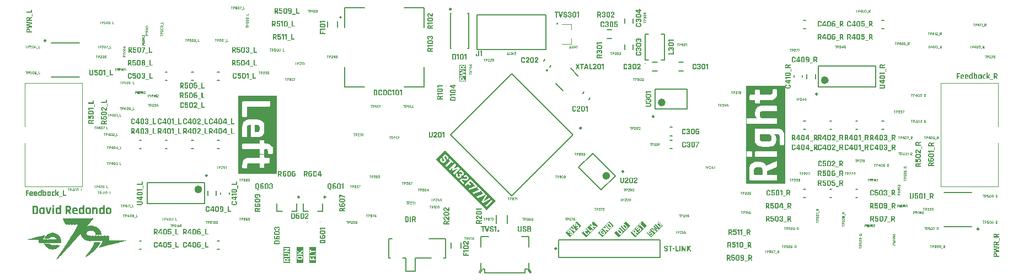
<source format=gto>
G04*
G04 #@! TF.GenerationSoftware,Altium Limited,Altium Designer,24.2.2 (26)*
G04*
G04 Layer_Color=65535*
%FSLAX44Y44*%
%MOMM*%
G71*
G04*
G04 #@! TF.SameCoordinates,29065ECF-91ED-40A2-A03B-0633D3A06584*
G04*
G04*
G04 #@! TF.FilePolarity,Positive*
G04*
G01*
G75*
%ADD10C,0.2500*%
%ADD11C,0.2000*%
%ADD12C,0.6000*%
%ADD13C,0.1000*%
%ADD14C,0.1270*%
%ADD15C,0.1500*%
%ADD16C,0.1524*%
G36*
X107701Y171838D02*
X107935D01*
Y171605D01*
X108168D01*
Y171838D01*
X108401D01*
Y171605D01*
X108635D01*
Y171371D01*
X108401D01*
Y171138D01*
X108635D01*
Y170905D01*
X108401D01*
Y171138D01*
X108168D01*
Y170905D01*
X107935D01*
Y170671D01*
X108168D01*
Y170438D01*
X107935D01*
Y170671D01*
X107701D01*
Y170438D01*
X107468D01*
Y170204D01*
X107701D01*
Y169971D01*
X107001D01*
Y169738D01*
X107235D01*
Y169504D01*
X107001D01*
Y169271D01*
X106768D01*
Y169504D01*
X106535D01*
Y169271D01*
X106768D01*
Y169037D01*
X106535D01*
Y168804D01*
X106301D01*
Y168571D01*
X106068D01*
Y168337D01*
X105834D01*
Y168104D01*
X105601D01*
Y167871D01*
Y167637D01*
X105134D01*
Y167404D01*
X105368D01*
Y167171D01*
X105134D01*
Y166937D01*
X104901D01*
Y166704D01*
X104668D01*
Y166470D01*
X104434D01*
Y166237D01*
X104201D01*
Y166004D01*
X103967D01*
Y165770D01*
X103734D01*
Y165537D01*
X103967D01*
Y165304D01*
X103734D01*
Y165537D01*
X103501D01*
Y165304D01*
X103267D01*
Y165070D01*
X103501D01*
Y164837D01*
X103267D01*
Y165070D01*
X103034D01*
Y164837D01*
X102801D01*
Y164603D01*
X103034D01*
Y164370D01*
X102334D01*
Y164137D01*
X102567D01*
Y163903D01*
X101867D01*
Y163670D01*
X102100D01*
Y163437D01*
X101867D01*
Y163203D01*
X101634D01*
Y162970D01*
X101400D01*
Y162736D01*
X101167D01*
Y162970D01*
X100934D01*
Y162736D01*
X101167D01*
Y162503D01*
X100934D01*
Y162270D01*
X100700D01*
Y162036D01*
X100467D01*
Y161803D01*
Y161570D01*
X100000D01*
Y161336D01*
Y161103D01*
X99533D01*
Y160870D01*
X99767D01*
Y160636D01*
X99533D01*
Y160403D01*
X99300D01*
Y160169D01*
X99066D01*
Y159936D01*
X98833D01*
Y159703D01*
X98600D01*
Y159469D01*
X98366D01*
Y159236D01*
X98133D01*
Y159002D01*
X98833D01*
Y159236D01*
X99066D01*
Y159002D01*
X99300D01*
Y159236D01*
X99533D01*
Y159469D01*
X100233D01*
Y159703D01*
X100467D01*
Y159469D01*
X100700D01*
Y159703D01*
X100467D01*
Y159936D01*
X100700D01*
Y159703D01*
X100934D01*
Y159936D01*
X101167D01*
Y159703D01*
X101400D01*
Y159936D01*
X101634D01*
Y159703D01*
X101867D01*
Y159936D01*
X102567D01*
Y160169D01*
X102801D01*
Y159936D01*
X103034D01*
Y160169D01*
X103267D01*
Y159936D01*
X103501D01*
Y160169D01*
X103734D01*
Y159936D01*
X103967D01*
Y160169D01*
X104201D01*
Y159936D01*
X104434D01*
Y160169D01*
X104668D01*
Y159936D01*
X104901D01*
Y160169D01*
X105134D01*
Y159936D01*
X105368D01*
Y160169D01*
X105601D01*
Y159936D01*
X107235D01*
Y159703D01*
X107468D01*
Y159936D01*
X107701D01*
Y159703D01*
X107935D01*
Y159469D01*
X108168D01*
Y159703D01*
X107935D01*
Y159936D01*
X108168D01*
Y159703D01*
X108401D01*
Y159469D01*
X108635D01*
Y159703D01*
X108868D01*
Y159469D01*
X109568D01*
Y159236D01*
X109802D01*
Y159002D01*
X110035D01*
Y159236D01*
X109802D01*
Y159469D01*
X110035D01*
Y159236D01*
X110268D01*
Y159002D01*
X110969D01*
Y158769D01*
X111202D01*
Y158536D01*
X111435D01*
Y158769D01*
X111202D01*
Y159002D01*
X111435D01*
Y158769D01*
X111669D01*
Y158536D01*
X111902D01*
Y158302D01*
X112135D01*
Y158069D01*
X112369D01*
Y158302D01*
X112135D01*
Y158536D01*
X112369D01*
Y158302D01*
X112602D01*
Y158069D01*
X112836D01*
Y157836D01*
X113069D01*
Y157602D01*
X113302D01*
Y157836D01*
X113069D01*
Y158069D01*
X113302D01*
Y157836D01*
X113536D01*
Y157602D01*
X113769D01*
Y157369D01*
X114003D01*
Y157135D01*
X114703D01*
Y156902D01*
X114936D01*
Y156669D01*
X115169D01*
Y156435D01*
X115403D01*
Y156202D01*
X115636D01*
Y155969D01*
X115870D01*
Y155735D01*
X116103D01*
Y155502D01*
X116336D01*
Y155268D01*
X116570D01*
Y155035D01*
X116803D01*
Y154802D01*
X117036D01*
Y154568D01*
X117270D01*
Y154335D01*
X117503D01*
Y154102D01*
X117736D01*
Y153868D01*
X117970D01*
Y153635D01*
X117736D01*
Y153401D01*
X118437D01*
Y153168D01*
X118203D01*
Y152935D01*
X118437D01*
Y152701D01*
X118670D01*
Y152468D01*
X118903D01*
Y152235D01*
X118670D01*
Y152001D01*
X118903D01*
Y151768D01*
X119137D01*
Y151535D01*
X119370D01*
Y151301D01*
X119137D01*
Y151068D01*
X119370D01*
Y150834D01*
X119603D01*
Y150601D01*
X119837D01*
Y150368D01*
X119603D01*
Y150134D01*
X119837D01*
Y149901D01*
X119603D01*
Y149668D01*
X120070D01*
Y149434D01*
Y149201D01*
X120304D01*
Y148967D01*
X120070D01*
Y148734D01*
X120304D01*
Y148501D01*
X120070D01*
Y148267D01*
X120304D01*
Y148034D01*
X120537D01*
Y147801D01*
X120304D01*
Y147567D01*
X120537D01*
Y147334D01*
X120304D01*
Y147100D01*
X120537D01*
Y146867D01*
X120770D01*
Y146634D01*
X120537D01*
Y146867D01*
X120304D01*
Y146634D01*
X120537D01*
Y146400D01*
X120304D01*
Y146167D01*
X120070D01*
Y145934D01*
X119837D01*
Y146167D01*
X119603D01*
Y145934D01*
X119837D01*
Y145700D01*
X119603D01*
Y145934D01*
X119370D01*
Y146167D01*
X119137D01*
Y145934D01*
X118903D01*
Y146167D01*
X118670D01*
Y145934D01*
X118903D01*
Y145700D01*
X118670D01*
Y145934D01*
X118437D01*
Y146167D01*
X118203D01*
Y145934D01*
X117970D01*
Y146167D01*
X117736D01*
Y145934D01*
X117970D01*
Y145700D01*
X117736D01*
Y145934D01*
X117503D01*
Y146167D01*
X117270D01*
Y145934D01*
X117036D01*
Y146167D01*
X116803D01*
Y145934D01*
X117036D01*
Y145700D01*
X116803D01*
Y145934D01*
X116570D01*
Y146167D01*
X116336D01*
Y145934D01*
X116103D01*
Y146167D01*
X115870D01*
Y145934D01*
X116103D01*
Y145700D01*
X115870D01*
Y145934D01*
X115636D01*
Y146167D01*
X115403D01*
Y145934D01*
X115169D01*
Y146167D01*
X114936D01*
Y145934D01*
X115169D01*
Y145700D01*
X114936D01*
Y145934D01*
X114703D01*
Y146167D01*
X114469D01*
Y145934D01*
X114236D01*
Y146167D01*
X114003D01*
Y145934D01*
X114236D01*
Y145700D01*
X114003D01*
Y145934D01*
X113769D01*
Y146167D01*
X113536D01*
Y145934D01*
X113302D01*
Y146167D01*
X113069D01*
Y145934D01*
X113302D01*
Y145700D01*
X113069D01*
Y145934D01*
X112836D01*
Y146167D01*
X112602D01*
Y145934D01*
X112369D01*
Y146167D01*
X112135D01*
Y145934D01*
X112369D01*
Y145700D01*
X112135D01*
Y145934D01*
X111902D01*
Y146167D01*
X111202D01*
Y146400D01*
X111435D01*
Y146634D01*
X111202D01*
Y146867D01*
X111435D01*
Y147100D01*
X111202D01*
Y147334D01*
X111435D01*
Y147567D01*
X111202D01*
Y147801D01*
X111435D01*
Y148034D01*
X111202D01*
Y148267D01*
X110969D01*
Y148501D01*
X110735D01*
Y148734D01*
X110969D01*
Y148967D01*
X110735D01*
Y149201D01*
X110502D01*
Y149434D01*
X110268D01*
Y149668D01*
X110035D01*
Y149901D01*
X109802D01*
Y150134D01*
X110035D01*
Y150368D01*
X109802D01*
Y150601D01*
X109568D01*
Y150834D01*
X109335D01*
Y151068D01*
X109102D01*
Y151301D01*
X108401D01*
Y151535D01*
X108168D01*
Y151768D01*
X107935D01*
Y152001D01*
X107701D01*
Y151768D01*
X107468D01*
Y152001D01*
X107235D01*
Y152235D01*
X106535D01*
Y152468D01*
X106301D01*
Y152235D01*
X106068D01*
Y152468D01*
X105834D01*
Y152701D01*
X105601D01*
Y152468D01*
X105834D01*
Y152235D01*
X105601D01*
Y152468D01*
X105368D01*
Y152701D01*
X105134D01*
Y152468D01*
X104901D01*
Y152701D01*
X104668D01*
Y152468D01*
X104901D01*
Y152235D01*
X104668D01*
Y152468D01*
X104434D01*
Y152701D01*
X104201D01*
Y152468D01*
X103967D01*
Y152701D01*
X103734D01*
Y152468D01*
X103967D01*
Y152235D01*
X103734D01*
Y152468D01*
X103501D01*
Y152701D01*
X103267D01*
Y152468D01*
X103501D01*
Y152235D01*
X103267D01*
Y152468D01*
X103034D01*
Y152701D01*
X102801D01*
Y152468D01*
X103034D01*
Y152235D01*
X102801D01*
Y152468D01*
X102567D01*
Y152235D01*
X101867D01*
Y152001D01*
X101634D01*
Y152235D01*
X101400D01*
Y152001D01*
X101634D01*
Y151768D01*
X101400D01*
Y152001D01*
X101167D01*
Y151768D01*
X100467D01*
Y151535D01*
X100233D01*
Y151768D01*
X100000D01*
Y151535D01*
X100233D01*
Y151301D01*
X100000D01*
Y151535D01*
X99767D01*
Y151301D01*
X99533D01*
Y151068D01*
X99300D01*
Y150834D01*
X99066D01*
Y150601D01*
X98833D01*
Y150834D01*
X98600D01*
Y150601D01*
X98833D01*
Y150368D01*
X98600D01*
Y150134D01*
X98366D01*
Y149901D01*
X98133D01*
Y149668D01*
X98366D01*
Y149434D01*
X98133D01*
Y149668D01*
X97900D01*
Y149434D01*
X97666D01*
Y149201D01*
X97900D01*
Y148967D01*
X97666D01*
Y148734D01*
X97900D01*
Y148501D01*
X97666D01*
Y148267D01*
X97900D01*
Y148034D01*
X97666D01*
Y147801D01*
X97900D01*
Y147567D01*
X97666D01*
Y147334D01*
X97900D01*
Y147100D01*
X98133D01*
Y146867D01*
X98366D01*
Y146634D01*
X98600D01*
Y146400D01*
X98833D01*
Y146167D01*
X99066D01*
Y145934D01*
X99300D01*
Y145700D01*
X99533D01*
Y145467D01*
X100233D01*
Y145233D01*
X100467D01*
Y145000D01*
X101167D01*
Y144767D01*
X101400D01*
Y144533D01*
X101634D01*
Y144767D01*
X101400D01*
Y145000D01*
X101634D01*
Y144767D01*
X101867D01*
Y144533D01*
X102100D01*
Y144767D01*
X101867D01*
Y145000D01*
X102100D01*
Y144767D01*
X102334D01*
Y144533D01*
X102567D01*
Y144767D01*
X102801D01*
Y144533D01*
X103034D01*
Y144767D01*
X102801D01*
Y145000D01*
X103034D01*
Y144767D01*
X103267D01*
Y144533D01*
X103501D01*
Y144767D01*
X103734D01*
Y144533D01*
X103967D01*
Y144767D01*
X103734D01*
Y145000D01*
X103967D01*
Y144767D01*
X104201D01*
Y144533D01*
X104434D01*
Y144767D01*
X104668D01*
Y144533D01*
X104901D01*
Y144767D01*
X104668D01*
Y145000D01*
X104901D01*
Y144767D01*
X105134D01*
Y144533D01*
X105368D01*
Y144767D01*
X105601D01*
Y144533D01*
X105834D01*
Y144767D01*
X105601D01*
Y145000D01*
X105834D01*
Y144767D01*
X106068D01*
Y144533D01*
X106301D01*
Y144767D01*
X106535D01*
Y144533D01*
X106768D01*
Y144767D01*
X106535D01*
Y145000D01*
X106768D01*
Y144767D01*
X107001D01*
Y144533D01*
X107235D01*
Y144767D01*
X107468D01*
Y144533D01*
X107701D01*
Y144767D01*
X107468D01*
Y145000D01*
X107701D01*
Y144767D01*
X107935D01*
Y144533D01*
X108168D01*
Y144767D01*
X108401D01*
Y144533D01*
X108635D01*
Y144767D01*
X108401D01*
Y145000D01*
X108635D01*
Y144767D01*
X108868D01*
Y144533D01*
X109102D01*
Y144767D01*
X109335D01*
Y144533D01*
X109568D01*
Y144767D01*
X109335D01*
Y145000D01*
X109568D01*
Y144767D01*
X109802D01*
Y144533D01*
X110035D01*
Y144767D01*
X110268D01*
Y144533D01*
X110502D01*
Y144767D01*
X110268D01*
Y145000D01*
X110502D01*
Y144767D01*
X110735D01*
Y144533D01*
X110969D01*
Y144767D01*
X111202D01*
Y144533D01*
X111435D01*
Y144767D01*
X111202D01*
Y145000D01*
X111435D01*
Y144767D01*
X111669D01*
Y144533D01*
X111902D01*
Y144767D01*
X112135D01*
Y144533D01*
X112369D01*
Y144767D01*
X112135D01*
Y145000D01*
X112369D01*
Y144767D01*
X112602D01*
Y144533D01*
X112836D01*
Y144767D01*
X113069D01*
Y144533D01*
X113302D01*
Y144767D01*
X113069D01*
Y145000D01*
X113302D01*
Y144767D01*
X113536D01*
Y144533D01*
X113769D01*
Y144767D01*
X114003D01*
Y144533D01*
X114236D01*
Y144767D01*
X114003D01*
Y145000D01*
X114236D01*
Y144767D01*
X114469D01*
Y144533D01*
X114703D01*
Y144767D01*
X114936D01*
Y144533D01*
X115169D01*
Y144767D01*
X114936D01*
Y145000D01*
X115169D01*
Y144767D01*
X115403D01*
Y144533D01*
X115636D01*
Y144767D01*
X115870D01*
Y144533D01*
X116103D01*
Y144767D01*
X115870D01*
Y145000D01*
X116103D01*
Y144767D01*
X116336D01*
Y144533D01*
X116570D01*
Y144767D01*
X116803D01*
Y144533D01*
X117036D01*
Y144767D01*
X116803D01*
Y145000D01*
X117036D01*
Y144767D01*
X117270D01*
Y144533D01*
X117503D01*
Y144767D01*
X117736D01*
Y144533D01*
X117970D01*
Y144767D01*
X117736D01*
Y145000D01*
X117970D01*
Y144767D01*
X118203D01*
Y144533D01*
X118437D01*
Y144767D01*
X118670D01*
Y144533D01*
X118903D01*
Y144767D01*
X118670D01*
Y145000D01*
X118903D01*
Y144767D01*
X119137D01*
Y144533D01*
X119370D01*
Y144767D01*
X119603D01*
Y144533D01*
X119837D01*
Y144767D01*
X119603D01*
Y145000D01*
X119837D01*
Y144767D01*
X120070D01*
Y144533D01*
X120304D01*
Y144767D01*
X120537D01*
Y144533D01*
X120770D01*
Y144767D01*
X120537D01*
Y145000D01*
X120770D01*
Y144767D01*
X121004D01*
Y144533D01*
X121237D01*
Y144767D01*
X121470D01*
Y144533D01*
X121704D01*
Y144767D01*
X121470D01*
Y145000D01*
X121704D01*
Y144767D01*
X121937D01*
Y144533D01*
X122170D01*
Y144767D01*
X122404D01*
Y144533D01*
X122637D01*
Y144767D01*
X122404D01*
Y145000D01*
X122637D01*
Y144767D01*
X122871D01*
Y144533D01*
X123104D01*
Y144767D01*
X123337D01*
Y144533D01*
X123571D01*
Y144767D01*
X123337D01*
Y145000D01*
X123571D01*
Y144767D01*
X123804D01*
Y144533D01*
X124038D01*
Y144767D01*
X124271D01*
Y144533D01*
X124504D01*
Y144767D01*
X124271D01*
Y145000D01*
X124504D01*
Y144767D01*
X124738D01*
Y144533D01*
X124971D01*
Y144767D01*
X125204D01*
Y144533D01*
X125438D01*
Y144767D01*
X125204D01*
Y145000D01*
X125438D01*
Y144767D01*
X125671D01*
Y144533D01*
X125905D01*
Y144767D01*
X126138D01*
Y144533D01*
X126371D01*
Y144767D01*
X126138D01*
Y145000D01*
X126371D01*
Y144767D01*
X126605D01*
Y144533D01*
X126838D01*
Y144767D01*
X127071D01*
Y144533D01*
X127305D01*
Y144767D01*
X127071D01*
Y145000D01*
X127305D01*
Y144767D01*
X127538D01*
Y144533D01*
X127772D01*
Y144767D01*
X128005D01*
Y144533D01*
X128238D01*
Y144767D01*
X128005D01*
Y145000D01*
X128238D01*
Y144767D01*
X128472D01*
Y144533D01*
X128705D01*
Y144767D01*
X128938D01*
Y144533D01*
X129172D01*
Y144767D01*
X128938D01*
Y145000D01*
X129172D01*
Y144767D01*
X129405D01*
Y144533D01*
X129639D01*
Y144767D01*
X129872D01*
Y144533D01*
X130105D01*
Y144767D01*
X129872D01*
Y145000D01*
X130105D01*
Y144767D01*
X130339D01*
Y144533D01*
X130572D01*
Y144767D01*
X130805D01*
Y144533D01*
X131039D01*
Y144767D01*
X130805D01*
Y145000D01*
X131039D01*
Y144767D01*
X131272D01*
Y144533D01*
X131505D01*
Y144767D01*
X131739D01*
Y144533D01*
X131972D01*
Y144767D01*
X131739D01*
Y145000D01*
X131972D01*
Y144767D01*
X132206D01*
Y144533D01*
X132439D01*
Y144300D01*
X132206D01*
Y144066D01*
X132439D01*
Y143833D01*
X132206D01*
Y143600D01*
X132439D01*
Y143366D01*
Y143133D01*
Y142900D01*
Y142666D01*
Y142433D01*
Y142199D01*
Y141966D01*
Y141733D01*
Y141499D01*
Y141266D01*
Y141033D01*
Y140799D01*
Y140566D01*
X132672D01*
Y140332D01*
X132906D01*
Y140099D01*
X132672D01*
Y140332D01*
X132439D01*
Y140099D01*
X132672D01*
Y139866D01*
X132439D01*
Y139632D01*
X132672D01*
Y139399D01*
X132906D01*
Y139166D01*
X132672D01*
Y139399D01*
X132439D01*
Y139166D01*
X132672D01*
Y138932D01*
X132439D01*
Y138699D01*
X132672D01*
Y138465D01*
X132906D01*
Y138232D01*
X132672D01*
Y138465D01*
X132439D01*
Y138232D01*
X132672D01*
Y137999D01*
X132439D01*
Y137765D01*
X132672D01*
Y137532D01*
X132906D01*
Y137299D01*
X133139D01*
Y137065D01*
X133372D01*
Y137299D01*
X133139D01*
Y137532D01*
X133372D01*
Y137299D01*
X133606D01*
Y137532D01*
X133839D01*
Y137299D01*
X134073D01*
Y137065D01*
X134306D01*
Y137299D01*
X134073D01*
Y137532D01*
X134306D01*
Y137299D01*
X134539D01*
Y137065D01*
X134773D01*
Y137299D01*
X134539D01*
Y137532D01*
X134773D01*
Y137299D01*
X135006D01*
Y137065D01*
X135239D01*
Y137299D01*
X135006D01*
Y137532D01*
X135239D01*
Y137299D01*
X135473D01*
Y137065D01*
X135706D01*
Y137299D01*
X135473D01*
Y137532D01*
X135706D01*
Y137299D01*
X135940D01*
Y137065D01*
X136173D01*
Y137299D01*
X135940D01*
Y137532D01*
X136173D01*
Y137299D01*
X136406D01*
Y137065D01*
X136640D01*
Y137299D01*
X136406D01*
Y137532D01*
X136640D01*
Y137299D01*
X136873D01*
Y137065D01*
X137107D01*
Y137299D01*
X136873D01*
Y137532D01*
X137107D01*
Y137299D01*
X137340D01*
Y137532D01*
X137573D01*
Y137299D01*
X137807D01*
Y137065D01*
X138040D01*
Y137299D01*
X137807D01*
Y137532D01*
X138040D01*
Y137299D01*
X138273D01*
Y137065D01*
X138507D01*
Y137299D01*
X138273D01*
Y137532D01*
X138507D01*
Y137299D01*
X138740D01*
Y137065D01*
X138974D01*
Y137299D01*
X138740D01*
Y137532D01*
X138974D01*
Y137299D01*
X139207D01*
Y137065D01*
X139440D01*
Y137299D01*
X139207D01*
Y137532D01*
X139440D01*
Y137299D01*
X139674D01*
Y137065D01*
X139907D01*
Y137299D01*
X139674D01*
Y137532D01*
X139907D01*
Y137299D01*
X140140D01*
Y137065D01*
X140374D01*
Y137299D01*
X140140D01*
Y137532D01*
X140374D01*
Y137299D01*
X140607D01*
Y137065D01*
X140841D01*
Y137299D01*
X140607D01*
Y137532D01*
X140841D01*
Y137299D01*
X141074D01*
Y137532D01*
X141307D01*
Y137299D01*
X141541D01*
Y137065D01*
X141774D01*
Y137299D01*
X141541D01*
Y137532D01*
X141774D01*
Y137299D01*
X142007D01*
Y137065D01*
X142241D01*
Y137299D01*
X142007D01*
Y137532D01*
X142241D01*
Y137299D01*
X142474D01*
Y137065D01*
X142708D01*
Y137299D01*
X142474D01*
Y137532D01*
X142708D01*
Y137299D01*
X142941D01*
Y137532D01*
X143174D01*
Y137299D01*
X143408D01*
Y137065D01*
X143641D01*
Y137299D01*
X143408D01*
Y137532D01*
X143641D01*
Y137299D01*
X143874D01*
Y137532D01*
X144108D01*
Y137299D01*
X144341D01*
Y137065D01*
X144574D01*
Y137299D01*
X144341D01*
Y137532D01*
X144574D01*
Y137299D01*
X144808D01*
Y137532D01*
X145041D01*
Y137299D01*
X145275D01*
Y137065D01*
X145508D01*
Y137299D01*
X145275D01*
Y137532D01*
X145508D01*
Y137299D01*
X145741D01*
Y137532D01*
X145975D01*
Y137299D01*
X146208D01*
Y137065D01*
X146441D01*
Y137299D01*
X146208D01*
Y137532D01*
X146441D01*
Y137299D01*
X146675D01*
Y137532D01*
X146908D01*
Y137299D01*
X147142D01*
Y137065D01*
X147375D01*
Y137299D01*
X147142D01*
Y137532D01*
X147375D01*
Y137299D01*
X147608D01*
Y137532D01*
X147842D01*
Y137299D01*
X148075D01*
Y137065D01*
X148308D01*
Y137299D01*
X148075D01*
Y137532D01*
X148308D01*
Y137299D01*
X148542D01*
Y137532D01*
X148775D01*
Y137299D01*
X149009D01*
Y137065D01*
X149242D01*
Y137299D01*
X149009D01*
Y137532D01*
X149242D01*
Y137299D01*
X149475D01*
Y137532D01*
X149709D01*
Y137299D01*
X149942D01*
Y137065D01*
X150176D01*
Y137299D01*
X149942D01*
Y137532D01*
X150176D01*
Y137299D01*
X150409D01*
Y137532D01*
X150642D01*
Y137299D01*
X150876D01*
Y137065D01*
X151109D01*
Y137299D01*
X150876D01*
Y137532D01*
X151109D01*
Y137299D01*
X151342D01*
Y137532D01*
X151576D01*
Y137299D01*
X151809D01*
Y137065D01*
X152043D01*
Y137299D01*
X151809D01*
Y137532D01*
X152043D01*
Y137299D01*
X152276D01*
Y137532D01*
X152509D01*
Y137299D01*
X152743D01*
Y137065D01*
X152976D01*
Y137299D01*
X152743D01*
Y137532D01*
X152976D01*
Y137299D01*
X153209D01*
Y137532D01*
X153443D01*
Y137299D01*
X153676D01*
Y137065D01*
X153909D01*
Y137299D01*
X153676D01*
Y137532D01*
X153909D01*
Y137299D01*
X154143D01*
Y137532D01*
X154376D01*
Y137299D01*
X154610D01*
Y137065D01*
X154843D01*
Y137299D01*
X154610D01*
Y137532D01*
X154843D01*
Y137299D01*
X155076D01*
Y137532D01*
X155310D01*
Y137299D01*
X155543D01*
Y137065D01*
X155776D01*
Y137299D01*
X155543D01*
Y137532D01*
X155776D01*
Y137299D01*
X156010D01*
Y137532D01*
X156243D01*
Y137299D01*
X156477D01*
Y137065D01*
X156710D01*
Y137299D01*
X156477D01*
Y137532D01*
X156710D01*
Y137299D01*
X156943D01*
Y137532D01*
X157177D01*
Y137299D01*
X157410D01*
Y137065D01*
X157643D01*
Y137299D01*
X157410D01*
Y137532D01*
X157643D01*
Y137299D01*
X157877D01*
Y137532D01*
X158110D01*
Y137299D01*
X158344D01*
Y137065D01*
X158577D01*
Y136832D01*
X158344D01*
Y137065D01*
X158110D01*
Y136832D01*
X157410D01*
Y136599D01*
X157177D01*
Y136832D01*
X156943D01*
Y136599D01*
X157177D01*
Y136365D01*
X156943D01*
Y136599D01*
X156710D01*
Y136365D01*
X155543D01*
Y136132D01*
X155310D01*
Y135898D01*
X155076D01*
Y136132D01*
X154843D01*
Y135898D01*
X154610D01*
Y136132D01*
X154376D01*
Y135898D01*
X154143D01*
Y135665D01*
X154376D01*
Y135432D01*
X154143D01*
Y135665D01*
X153909D01*
Y135898D01*
X153676D01*
Y135665D01*
X153443D01*
Y135898D01*
X153209D01*
Y135665D01*
X153443D01*
Y135432D01*
X153209D01*
Y135665D01*
X152976D01*
Y135432D01*
X152276D01*
Y135198D01*
X152043D01*
Y135432D01*
X151809D01*
Y135198D01*
X152043D01*
Y134965D01*
X151809D01*
Y135198D01*
X151576D01*
Y134965D01*
X151342D01*
Y135198D01*
X151109D01*
Y134965D01*
X150409D01*
Y134732D01*
X150176D01*
Y134965D01*
X149942D01*
Y134732D01*
X149709D01*
Y134965D01*
X149475D01*
Y134732D01*
X149709D01*
Y134498D01*
X149475D01*
Y134732D01*
X149242D01*
Y134498D01*
X148542D01*
Y134265D01*
X148308D01*
Y134498D01*
X148075D01*
Y134265D01*
X148308D01*
Y134031D01*
X148075D01*
Y134265D01*
X147842D01*
Y134031D01*
X147608D01*
Y134265D01*
X147375D01*
Y134031D01*
X146675D01*
Y133798D01*
X146908D01*
Y133565D01*
X146675D01*
Y133798D01*
X146441D01*
Y134031D01*
X146208D01*
Y133798D01*
X146441D01*
Y133565D01*
X146208D01*
Y133798D01*
X145975D01*
Y134031D01*
X145741D01*
Y133798D01*
X145975D01*
Y133565D01*
X145275D01*
Y133331D01*
X145041D01*
Y133565D01*
X144808D01*
Y133331D01*
X144574D01*
Y133565D01*
X144341D01*
Y133331D01*
X144574D01*
Y133098D01*
X144341D01*
Y133331D01*
X144108D01*
Y133098D01*
X142941D01*
Y132865D01*
X142708D01*
Y133098D01*
X142474D01*
Y132865D01*
X142708D01*
Y132631D01*
X142474D01*
Y132865D01*
X142241D01*
Y132631D01*
X141541D01*
Y132398D01*
X141307D01*
Y132631D01*
X141074D01*
Y132398D01*
X140841D01*
Y132631D01*
X140607D01*
Y132398D01*
X140841D01*
Y132164D01*
X140607D01*
Y132398D01*
X140374D01*
Y132164D01*
X139207D01*
Y131931D01*
X139440D01*
Y131698D01*
X139207D01*
Y131931D01*
X138974D01*
Y132164D01*
X138740D01*
Y131931D01*
X138974D01*
Y131698D01*
X138740D01*
Y131931D01*
X138507D01*
Y131698D01*
X137807D01*
Y131464D01*
X137573D01*
Y131698D01*
X137340D01*
Y131464D01*
X137107D01*
Y131698D01*
X136873D01*
Y131464D01*
X137107D01*
Y131231D01*
X136873D01*
Y131464D01*
X136640D01*
Y131231D01*
X135473D01*
Y130997D01*
X135706D01*
Y130764D01*
X135473D01*
Y130997D01*
X135239D01*
Y131231D01*
X135006D01*
Y130997D01*
X135239D01*
Y130764D01*
X135006D01*
Y130997D01*
X134773D01*
Y130764D01*
X134073D01*
Y130531D01*
X133839D01*
Y130764D01*
X133606D01*
Y130531D01*
X133372D01*
Y130764D01*
X133139D01*
Y130531D01*
X133372D01*
Y130297D01*
X133139D01*
Y130531D01*
X132906D01*
Y130297D01*
X131739D01*
Y130064D01*
X131972D01*
Y129831D01*
X131739D01*
Y130064D01*
X131505D01*
Y129831D01*
X131272D01*
Y130064D01*
X131039D01*
Y129831D01*
X130339D01*
Y129597D01*
X130105D01*
Y129831D01*
X129872D01*
Y129597D01*
X129639D01*
Y129831D01*
X129405D01*
Y129597D01*
X129639D01*
Y129364D01*
X129405D01*
Y129597D01*
X129172D01*
Y129364D01*
X128472D01*
Y129131D01*
X128238D01*
Y129364D01*
X128005D01*
Y129131D01*
X128238D01*
Y128897D01*
X128005D01*
Y129131D01*
X127772D01*
Y128897D01*
X127538D01*
Y129131D01*
X127305D01*
Y128897D01*
X126605D01*
Y128664D01*
X126371D01*
Y128897D01*
X126138D01*
Y128664D01*
X125905D01*
Y128430D01*
X125671D01*
Y128664D01*
X125438D01*
Y128430D01*
X124738D01*
Y128197D01*
X124504D01*
Y128430D01*
X124271D01*
Y128197D01*
X124504D01*
Y127964D01*
X124271D01*
Y128197D01*
X124038D01*
Y127964D01*
X123337D01*
Y127730D01*
X123104D01*
Y127964D01*
X122871D01*
Y127730D01*
X122637D01*
Y127497D01*
X122404D01*
Y127730D01*
X122170D01*
Y127497D01*
X121470D01*
Y127264D01*
X121704D01*
Y127030D01*
X121470D01*
Y127264D01*
X121237D01*
Y127497D01*
X121004D01*
Y127264D01*
X120770D01*
Y127497D01*
X120537D01*
Y127264D01*
X120770D01*
Y127030D01*
X120537D01*
Y127264D01*
X120304D01*
Y127030D01*
X120070D01*
Y126797D01*
X119837D01*
Y127030D01*
X119603D01*
Y126797D01*
X119370D01*
Y127030D01*
X119137D01*
Y126797D01*
X119370D01*
Y126563D01*
X119137D01*
Y126797D01*
X118903D01*
Y126563D01*
X118670D01*
Y126797D01*
X118437D01*
Y126563D01*
X117736D01*
Y126330D01*
X117970D01*
Y126097D01*
X117736D01*
Y126330D01*
X117503D01*
Y126563D01*
X117270D01*
Y126330D01*
X117503D01*
Y126097D01*
X117270D01*
Y126330D01*
X117036D01*
Y126563D01*
X116803D01*
Y126330D01*
X117036D01*
Y126097D01*
X116336D01*
Y125863D01*
X116103D01*
Y126097D01*
X115870D01*
Y126330D01*
X116336D01*
Y126563D01*
Y126797D01*
X116570D01*
Y127030D01*
X116803D01*
Y127264D01*
X117036D01*
Y127497D01*
X117270D01*
Y127730D01*
X117503D01*
Y127964D01*
X117270D01*
Y128197D01*
X117970D01*
Y128430D01*
X117736D01*
Y128664D01*
X117970D01*
Y128897D01*
X118203D01*
Y129131D01*
X118437D01*
Y129364D01*
X118670D01*
Y129597D01*
X118903D01*
Y129831D01*
X118670D01*
Y130064D01*
X118903D01*
Y130297D01*
X119137D01*
Y130531D01*
X119370D01*
Y130764D01*
X119137D01*
Y130997D01*
X119370D01*
Y131231D01*
X119603D01*
Y130997D01*
X119837D01*
Y131231D01*
X119603D01*
Y131464D01*
X119837D01*
Y131698D01*
X119603D01*
Y131931D01*
X120070D01*
Y132164D01*
Y132398D01*
X120304D01*
Y132631D01*
X120537D01*
Y132865D01*
X120770D01*
Y133098D01*
X120537D01*
Y133331D01*
X120770D01*
Y133565D01*
X120537D01*
Y133798D01*
X120770D01*
Y133565D01*
X121004D01*
Y133798D01*
X121237D01*
Y134031D01*
X121004D01*
Y134265D01*
X121237D01*
Y134498D01*
X121470D01*
Y134732D01*
X121237D01*
Y134965D01*
X121470D01*
Y134732D01*
X121704D01*
Y134965D01*
X121470D01*
Y135198D01*
X121704D01*
Y135432D01*
X121470D01*
Y135665D01*
X121704D01*
Y135898D01*
X121470D01*
Y136132D01*
X121704D01*
Y136365D01*
X121470D01*
Y136599D01*
X121237D01*
Y136365D01*
X108868D01*
Y136132D01*
X108635D01*
Y136365D01*
X107935D01*
Y136132D01*
X107701D01*
Y136365D01*
X107001D01*
Y136132D01*
X106768D01*
Y136365D01*
X106068D01*
Y136132D01*
X105834D01*
Y136365D01*
X105134D01*
Y136132D01*
X104901D01*
Y136365D01*
X104201D01*
Y136132D01*
X103967D01*
Y136365D01*
X103734D01*
Y136132D01*
X103501D01*
Y136365D01*
X103267D01*
Y136132D01*
X103034D01*
Y136365D01*
X102334D01*
Y136132D01*
X102100D01*
Y136365D01*
X100934D01*
Y136599D01*
X100700D01*
Y136365D01*
X100467D01*
Y136599D01*
X100233D01*
Y136832D01*
X100000D01*
Y136599D01*
X100233D01*
Y136365D01*
X100000D01*
Y136599D01*
X99767D01*
Y136832D01*
X99533D01*
Y136599D01*
X99300D01*
Y136832D01*
X99066D01*
Y136599D01*
X99300D01*
Y136365D01*
X99066D01*
Y136599D01*
X98833D01*
Y136832D01*
X98600D01*
Y137065D01*
X98366D01*
Y136832D01*
X98133D01*
Y137065D01*
X97900D01*
Y137299D01*
X97666D01*
Y137065D01*
X97900D01*
Y136832D01*
X97666D01*
Y137065D01*
X97433D01*
Y137299D01*
X97199D01*
Y137532D01*
X96966D01*
Y137765D01*
X96733D01*
Y137532D01*
X96966D01*
Y137299D01*
X96733D01*
Y137532D01*
X96499D01*
Y137765D01*
X95799D01*
Y137999D01*
X95566D01*
Y138232D01*
X95332D01*
Y138465D01*
X95099D01*
Y138232D01*
X94866D01*
Y138465D01*
X94632D01*
Y138699D01*
X94399D01*
Y138932D01*
X94166D01*
Y139166D01*
X93932D01*
Y138932D01*
X94166D01*
Y138699D01*
X93932D01*
Y138932D01*
X93699D01*
Y139166D01*
X93465D01*
Y139399D01*
X93232D01*
Y139632D01*
X92999D01*
Y139866D01*
X92765D01*
Y140099D01*
X92532D01*
Y140332D01*
X92299D01*
Y140566D01*
X92065D01*
Y140799D01*
X91832D01*
Y141033D01*
X91599D01*
Y141266D01*
X91365D01*
Y141499D01*
X91132D01*
Y141733D01*
X90898D01*
Y141966D01*
X90665D01*
Y142199D01*
X90898D01*
Y142433D01*
X90198D01*
Y142666D01*
X90432D01*
Y142900D01*
X90198D01*
Y143133D01*
X89965D01*
Y143366D01*
X89732D01*
Y143600D01*
Y143833D01*
Y144066D01*
X89498D01*
Y144300D01*
X89265D01*
Y144533D01*
X89498D01*
Y144767D01*
X89265D01*
Y145000D01*
X89031D01*
Y145233D01*
X88798D01*
Y145467D01*
X89031D01*
Y145700D01*
X88798D01*
Y145934D01*
X89031D01*
Y146167D01*
X88798D01*
Y146400D01*
X88565D01*
Y146634D01*
X88798D01*
Y146867D01*
X88565D01*
Y147100D01*
X88331D01*
Y147334D01*
X88098D01*
Y147100D01*
X87865D01*
Y146867D01*
X87631D01*
Y146634D01*
X87398D01*
Y146400D01*
X87164D01*
Y146167D01*
X86931D01*
Y145934D01*
X86698D01*
Y145700D01*
X86464D01*
Y145467D01*
X86231D01*
Y145233D01*
X85997D01*
Y145000D01*
X86231D01*
Y144767D01*
X85997D01*
Y145000D01*
X85764D01*
Y144767D01*
X85531D01*
Y144533D01*
X85764D01*
Y144300D01*
X85064D01*
Y144066D01*
X85297D01*
Y143833D01*
X85064D01*
Y143600D01*
X84831D01*
Y143833D01*
X84597D01*
Y143600D01*
X84831D01*
Y143366D01*
X84597D01*
Y143133D01*
X84364D01*
Y143366D01*
X84131D01*
Y143133D01*
X84364D01*
Y142900D01*
X84131D01*
Y142666D01*
X83897D01*
Y142433D01*
X83664D01*
Y142199D01*
X83430D01*
Y141966D01*
X83197D01*
Y141733D01*
X82964D01*
Y141499D01*
X82730D01*
Y141266D01*
X82964D01*
Y141033D01*
X82264D01*
Y140799D01*
X82497D01*
Y140566D01*
X82264D01*
Y140332D01*
X82030D01*
Y140566D01*
X81797D01*
Y140332D01*
X82030D01*
Y140099D01*
X81797D01*
Y139866D01*
X81563D01*
Y139632D01*
X81330D01*
Y139399D01*
X81097D01*
Y139166D01*
X80863D01*
Y138932D01*
X80630D01*
Y138699D01*
X80397D01*
Y138465D01*
X80630D01*
Y138232D01*
X80397D01*
Y138465D01*
X80163D01*
Y138232D01*
X79930D01*
Y137999D01*
X79696D01*
Y137765D01*
X79463D01*
Y137532D01*
X79696D01*
Y137299D01*
X79463D01*
Y137532D01*
X79230D01*
Y137299D01*
X78996D01*
Y137065D01*
X79230D01*
Y136832D01*
X78996D01*
Y137065D01*
X78763D01*
Y136832D01*
X78530D01*
Y136599D01*
X78763D01*
Y136365D01*
X78063D01*
Y136132D01*
X78296D01*
Y135898D01*
X77596D01*
Y135665D01*
X77829D01*
Y135432D01*
X77596D01*
Y135198D01*
X77363D01*
Y134965D01*
X77129D01*
Y134732D01*
X76896D01*
Y134965D01*
X76663D01*
Y134732D01*
X76896D01*
Y134498D01*
X76663D01*
Y134265D01*
X76429D01*
Y134031D01*
X76196D01*
Y133798D01*
X75963D01*
Y133565D01*
X75729D01*
Y133331D01*
X75496D01*
Y133098D01*
X75262D01*
Y132865D01*
Y132631D01*
X74796D01*
Y132398D01*
X75029D01*
Y132164D01*
X74329D01*
Y131931D01*
X74562D01*
Y131698D01*
X74329D01*
Y131464D01*
X74096D01*
Y131231D01*
X73862D01*
Y130997D01*
X73629D01*
Y130764D01*
X73395D01*
Y130531D01*
X73162D01*
Y130297D01*
X72929D01*
Y130064D01*
X72695D01*
Y129831D01*
X72462D01*
Y129597D01*
X72228D01*
Y129364D01*
X71995D01*
Y129131D01*
X72228D01*
Y128897D01*
X71995D01*
Y129131D01*
X71762D01*
Y128897D01*
X71528D01*
Y128664D01*
X71762D01*
Y128430D01*
X71528D01*
Y128664D01*
X71295D01*
Y128430D01*
X71062D01*
Y128197D01*
X71295D01*
Y127964D01*
X70595D01*
Y127730D01*
X70828D01*
Y127497D01*
X70128D01*
Y127264D01*
X70361D01*
Y127030D01*
X70128D01*
Y126797D01*
X69895D01*
Y127030D01*
X69661D01*
Y126797D01*
X69895D01*
Y126563D01*
X69661D01*
Y126330D01*
X69428D01*
Y126563D01*
X69195D01*
Y126330D01*
X69428D01*
Y126097D01*
X69195D01*
Y125863D01*
X68961D01*
Y125630D01*
X68728D01*
Y125396D01*
X68495D01*
Y125163D01*
X68261D01*
Y124930D01*
X68028D01*
Y124696D01*
X67794D01*
Y124463D01*
X67561D01*
Y124230D01*
X67328D01*
Y123996D01*
X67094D01*
Y123763D01*
X66861D01*
Y123530D01*
X66627D01*
Y123296D01*
X66394D01*
Y123063D01*
Y122829D01*
X65927D01*
Y122596D01*
X66161D01*
Y122363D01*
X65461D01*
Y122129D01*
X65694D01*
Y121896D01*
X64994D01*
Y121663D01*
X65227D01*
Y121429D01*
X64994D01*
Y121196D01*
X64760D01*
Y120962D01*
X64527D01*
Y120729D01*
X64294D01*
Y120496D01*
X64060D01*
Y120262D01*
X63827D01*
Y120029D01*
X63594D01*
Y119796D01*
X63360D01*
Y119562D01*
X63127D01*
Y119329D01*
X62894D01*
Y119095D01*
X62660D01*
Y118862D01*
X62894D01*
Y118629D01*
X62660D01*
Y118862D01*
X62427D01*
Y118629D01*
X62193D01*
Y118395D01*
X61960D01*
Y118162D01*
X61727D01*
Y117929D01*
X61960D01*
Y117695D01*
X61727D01*
Y117929D01*
X61493D01*
Y117695D01*
X61260D01*
Y117462D01*
X61027D01*
Y117228D01*
X60793D01*
Y116995D01*
X61027D01*
Y116762D01*
X60793D01*
Y116995D01*
X60560D01*
Y116762D01*
X60326D01*
Y116528D01*
X60560D01*
Y116295D01*
X60326D01*
Y116528D01*
X60093D01*
Y116295D01*
X59860D01*
Y116062D01*
X60093D01*
Y115828D01*
X59860D01*
Y116062D01*
X59626D01*
Y115828D01*
X59393D01*
Y115595D01*
X59626D01*
Y115361D01*
X59393D01*
Y115595D01*
X59159D01*
Y115361D01*
X58926D01*
Y115128D01*
X59159D01*
Y114895D01*
X58459D01*
Y114661D01*
X58693D01*
Y114428D01*
X57993D01*
Y114195D01*
X58226D01*
Y113961D01*
X57526D01*
Y113728D01*
X57759D01*
Y113495D01*
X57059D01*
Y113261D01*
X57292D01*
Y113028D01*
X56592D01*
Y112794D01*
X56826D01*
Y112561D01*
X56126D01*
Y112328D01*
X56359D01*
Y112094D01*
X55659D01*
Y111861D01*
X55892D01*
Y111628D01*
X55192D01*
Y111394D01*
X55426D01*
Y111161D01*
X55192D01*
Y110927D01*
X54959D01*
Y111161D01*
X54725D01*
Y110927D01*
X54959D01*
Y110694D01*
X54259D01*
Y110461D01*
X54492D01*
Y110227D01*
X54259D01*
Y109994D01*
X54025D01*
Y110227D01*
X53792D01*
Y109994D01*
X54025D01*
Y109761D01*
X53325D01*
Y109527D01*
X53559D01*
Y109294D01*
X52858D01*
Y109060D01*
X53092D01*
Y108827D01*
X52392D01*
Y108594D01*
X52625D01*
Y108360D01*
X51925D01*
Y108127D01*
X52158D01*
Y107893D01*
X51925D01*
Y108127D01*
X51691D01*
Y107893D01*
X51458D01*
Y107660D01*
X51691D01*
Y107427D01*
X51458D01*
Y107660D01*
X51225D01*
Y107427D01*
X50991D01*
Y107193D01*
X50758D01*
Y107427D01*
X50525D01*
Y107660D01*
X50758D01*
Y107893D01*
X50525D01*
Y108127D01*
X50758D01*
Y108360D01*
X50991D01*
Y108594D01*
X51225D01*
Y108827D01*
X50991D01*
Y109060D01*
X51458D01*
Y109294D01*
Y109527D01*
X51691D01*
Y109761D01*
X51925D01*
Y109994D01*
X52158D01*
Y110227D01*
X52392D01*
Y110461D01*
X52158D01*
Y110694D01*
X52392D01*
Y110461D01*
X52625D01*
Y110694D01*
X52392D01*
Y110927D01*
X52625D01*
Y111161D01*
X52858D01*
Y111394D01*
X53092D01*
Y111628D01*
X52858D01*
Y111861D01*
X53559D01*
Y112094D01*
X53325D01*
Y112328D01*
X53559D01*
Y112561D01*
X53792D01*
Y112794D01*
X54025D01*
Y113028D01*
X53792D01*
Y113261D01*
X54492D01*
Y113495D01*
X54259D01*
Y113728D01*
X54492D01*
Y113961D01*
X54725D01*
Y114195D01*
X54959D01*
Y114428D01*
X54725D01*
Y114661D01*
X54959D01*
Y114428D01*
X55192D01*
Y114661D01*
X55426D01*
Y114895D01*
X55192D01*
Y115128D01*
X55426D01*
Y115361D01*
X55659D01*
Y115595D01*
X55892D01*
Y115828D01*
X56126D01*
Y116062D01*
X56359D01*
Y116295D01*
X56126D01*
Y116528D01*
X56359D01*
Y116762D01*
X56592D01*
Y116995D01*
X56826D01*
Y117228D01*
X57059D01*
Y117462D01*
X57292D01*
Y117695D01*
X57059D01*
Y117929D01*
X57292D01*
Y118162D01*
X57526D01*
Y118395D01*
X57759D01*
Y118629D01*
X57993D01*
Y118862D01*
X58226D01*
Y119095D01*
X57993D01*
Y119329D01*
X58226D01*
Y119562D01*
X58459D01*
Y119329D01*
X58693D01*
Y119562D01*
X58459D01*
Y119796D01*
X58693D01*
Y120029D01*
X58926D01*
Y120262D01*
X59159D01*
Y120496D01*
X58926D01*
Y120729D01*
X59626D01*
Y120962D01*
X59393D01*
Y121196D01*
X59626D01*
Y121429D01*
X59860D01*
Y121663D01*
X60093D01*
Y121896D01*
Y122129D01*
Y122363D01*
X60326D01*
Y122129D01*
X60560D01*
Y122363D01*
X60326D01*
Y122596D01*
X60560D01*
Y122829D01*
X60793D01*
Y123063D01*
X61027D01*
Y123296D01*
X60793D01*
Y123530D01*
X61260D01*
Y123763D01*
Y123996D01*
X61493D01*
Y124230D01*
X61727D01*
Y124463D01*
X61960D01*
Y124696D01*
X62193D01*
Y124930D01*
X61960D01*
Y125163D01*
X62193D01*
Y124930D01*
X62427D01*
Y125163D01*
X62193D01*
Y125396D01*
X62427D01*
Y125630D01*
X62660D01*
Y125863D01*
X62894D01*
Y126097D01*
X62660D01*
Y126330D01*
X63127D01*
Y126563D01*
Y126797D01*
X63360D01*
Y127030D01*
X63594D01*
Y127264D01*
X63827D01*
Y127497D01*
X63594D01*
Y127730D01*
X63827D01*
Y127964D01*
X64060D01*
Y128197D01*
X64294D01*
Y128430D01*
X64060D01*
Y128664D01*
X64294D01*
Y128430D01*
X64527D01*
Y128664D01*
X64760D01*
Y128897D01*
X64527D01*
Y129131D01*
X64760D01*
Y129364D01*
X64994D01*
Y129597D01*
X65227D01*
Y129831D01*
X65461D01*
Y130064D01*
X65694D01*
Y130297D01*
X65461D01*
Y130531D01*
X65694D01*
Y130764D01*
X65927D01*
Y130997D01*
X66161D01*
Y131231D01*
X66394D01*
Y131464D01*
X66627D01*
Y131698D01*
X66394D01*
Y131931D01*
X66861D01*
Y132164D01*
Y132398D01*
X67094D01*
Y132631D01*
X67328D01*
Y132865D01*
X67561D01*
Y133098D01*
X67328D01*
Y133331D01*
X67561D01*
Y133565D01*
X67794D01*
Y133798D01*
X68028D01*
Y134031D01*
X67794D01*
Y134265D01*
X68261D01*
Y134498D01*
Y134732D01*
X68495D01*
Y134965D01*
X68728D01*
Y135198D01*
X68961D01*
Y135432D01*
X68728D01*
Y135665D01*
X68961D01*
Y135898D01*
X69195D01*
Y135665D01*
X69428D01*
Y135898D01*
X69195D01*
Y136132D01*
X69428D01*
Y136365D01*
X69195D01*
Y136599D01*
X69895D01*
Y136832D01*
X69661D01*
Y137065D01*
X69895D01*
Y137299D01*
X70128D01*
Y137532D01*
X70361D01*
Y137765D01*
X70128D01*
Y137999D01*
X70361D01*
Y138232D01*
X70595D01*
Y137999D01*
X70828D01*
Y138232D01*
X70595D01*
Y138465D01*
X70828D01*
Y138699D01*
X71062D01*
Y138932D01*
X71295D01*
Y139166D01*
X71062D01*
Y139399D01*
X71528D01*
Y139632D01*
Y139866D01*
X71762D01*
Y140099D01*
X71995D01*
Y140332D01*
X72228D01*
Y140566D01*
X71995D01*
Y140799D01*
X72228D01*
Y141033D01*
X72462D01*
Y141266D01*
X72695D01*
Y141499D01*
X72929D01*
Y141733D01*
X73162D01*
Y141966D01*
X72929D01*
Y142199D01*
X73162D01*
Y142433D01*
X73395D01*
Y142666D01*
X73629D01*
Y142900D01*
X73395D01*
Y143133D01*
X73629D01*
Y143366D01*
X73862D01*
Y143133D01*
X74096D01*
Y143366D01*
X73862D01*
Y143600D01*
X74096D01*
Y143833D01*
X74329D01*
Y144066D01*
X74562D01*
Y144300D01*
X74329D01*
Y144533D01*
X74562D01*
Y144767D01*
X74796D01*
Y145000D01*
X75029D01*
Y145233D01*
X75262D01*
Y145467D01*
X75496D01*
Y145700D01*
X75262D01*
Y145934D01*
X75496D01*
Y146167D01*
X75729D01*
Y146400D01*
X75963D01*
Y146634D01*
X75729D01*
Y146867D01*
X76429D01*
Y147100D01*
X76196D01*
Y147334D01*
X76429D01*
Y147567D01*
X76663D01*
Y147801D01*
X76896D01*
Y148034D01*
X76663D01*
Y148267D01*
X76896D01*
Y148501D01*
X77129D01*
Y148734D01*
X77363D01*
Y148967D01*
X77129D01*
Y149201D01*
X77596D01*
Y149434D01*
Y149668D01*
X77829D01*
Y149901D01*
X78063D01*
Y150134D01*
X78296D01*
Y150368D01*
X78063D01*
Y150601D01*
X78296D01*
Y150834D01*
X78530D01*
Y150601D01*
X78763D01*
Y150834D01*
X78530D01*
Y151068D01*
X78763D01*
Y151301D01*
X78530D01*
Y151535D01*
X79230D01*
Y151768D01*
X78996D01*
Y152001D01*
X79230D01*
Y152235D01*
X79463D01*
Y152468D01*
X79696D01*
Y152701D01*
X79463D01*
Y152935D01*
X79696D01*
Y153168D01*
X79930D01*
Y153401D01*
X80163D01*
Y153635D01*
X79930D01*
Y153868D01*
X80163D01*
Y154102D01*
X80397D01*
Y154335D01*
X80630D01*
Y154568D01*
X80863D01*
Y154802D01*
X81097D01*
Y155035D01*
X80863D01*
Y155268D01*
X81097D01*
Y155502D01*
X81330D01*
Y155735D01*
X81563D01*
Y155969D01*
X81330D01*
Y156202D01*
X81563D01*
Y156435D01*
X81797D01*
Y156669D01*
X82030D01*
Y156902D01*
X81797D01*
Y157135D01*
X82030D01*
Y157369D01*
X82264D01*
Y157135D01*
X82497D01*
Y157369D01*
X82264D01*
Y157602D01*
X82497D01*
Y157836D01*
X82264D01*
Y158069D01*
X82730D01*
Y158302D01*
Y158536D01*
X82964D01*
Y158769D01*
X82730D01*
Y159002D01*
X82964D01*
Y159236D01*
X83197D01*
Y159002D01*
X83430D01*
Y159236D01*
X83197D01*
Y159469D01*
X83430D01*
Y159703D01*
X83197D01*
Y159936D01*
X83664D01*
Y160169D01*
Y160403D01*
X83897D01*
Y160636D01*
X83664D01*
Y160870D01*
X83897D01*
Y161103D01*
X83664D01*
Y161336D01*
X83430D01*
Y161570D01*
X83197D01*
Y161336D01*
X82964D01*
Y161570D01*
X82730D01*
Y161336D01*
X82497D01*
Y161570D01*
X82264D01*
Y161336D01*
X82030D01*
Y161570D01*
X81797D01*
Y161336D01*
X81563D01*
Y161570D01*
X81330D01*
Y161336D01*
X81097D01*
Y161570D01*
X80863D01*
Y161336D01*
X80630D01*
Y161570D01*
X80397D01*
Y161336D01*
X80163D01*
Y161570D01*
X79930D01*
Y161336D01*
X79696D01*
Y161570D01*
X79463D01*
Y161336D01*
X79230D01*
Y161570D01*
X78996D01*
Y161336D01*
X78763D01*
Y161570D01*
X78530D01*
Y161336D01*
X78296D01*
Y161570D01*
X78063D01*
Y161336D01*
X77829D01*
Y161570D01*
X77596D01*
Y161336D01*
X77363D01*
Y161570D01*
X77129D01*
Y161336D01*
X76896D01*
Y161570D01*
X76663D01*
Y161336D01*
X76429D01*
Y161570D01*
X76196D01*
Y161336D01*
X75963D01*
Y161570D01*
X75729D01*
Y161336D01*
X75496D01*
Y161570D01*
X75262D01*
Y161336D01*
X75029D01*
Y161570D01*
X74796D01*
Y161336D01*
X74562D01*
Y161570D01*
X74329D01*
Y161336D01*
X74096D01*
Y161570D01*
X73862D01*
Y161336D01*
X73629D01*
Y161570D01*
X73395D01*
Y161336D01*
X73162D01*
Y161570D01*
X72929D01*
Y161336D01*
X72695D01*
Y161570D01*
X72462D01*
Y161336D01*
X72228D01*
Y161570D01*
X71995D01*
Y161336D01*
X71762D01*
Y161570D01*
X71528D01*
Y161336D01*
X71295D01*
Y161570D01*
X71062D01*
Y161336D01*
X70828D01*
Y161570D01*
X70595D01*
Y161336D01*
X70361D01*
Y161570D01*
X70128D01*
Y161336D01*
X69895D01*
Y161570D01*
X69661D01*
Y161336D01*
X69428D01*
Y161570D01*
X69195D01*
Y161336D01*
X68961D01*
Y161570D01*
X68728D01*
Y161336D01*
X68495D01*
Y161570D01*
X68261D01*
Y161336D01*
X68028D01*
Y161570D01*
X67794D01*
Y161336D01*
X67561D01*
Y161570D01*
X67328D01*
Y161336D01*
X67094D01*
Y161570D01*
X66861D01*
Y161336D01*
X66627D01*
Y161570D01*
X65927D01*
Y161803D01*
X65694D01*
Y162036D01*
X64994D01*
Y162270D01*
X65227D01*
Y162503D01*
X64994D01*
Y162736D01*
X64760D01*
Y162970D01*
X64527D01*
Y163203D01*
X64760D01*
Y163437D01*
X64527D01*
Y163670D01*
X64294D01*
Y163903D01*
X64060D01*
Y164137D01*
X64294D01*
Y164370D01*
X64060D01*
Y164603D01*
X63827D01*
Y164837D01*
X63594D01*
Y165070D01*
X63827D01*
Y165304D01*
X63594D01*
Y165537D01*
X63360D01*
Y165770D01*
X63127D01*
Y166004D01*
X63360D01*
Y166237D01*
X63127D01*
Y166470D01*
X62894D01*
Y166704D01*
X62660D01*
Y166937D01*
X62894D01*
Y167171D01*
X62660D01*
Y167404D01*
X62427D01*
Y167637D01*
X62193D01*
Y167871D01*
X62427D01*
Y168104D01*
X62193D01*
Y168337D01*
Y168571D01*
X61727D01*
Y168804D01*
X61960D01*
Y169037D01*
X61727D01*
Y169271D01*
X61493D01*
Y169504D01*
Y169738D01*
Y169971D01*
X61260D01*
Y170204D01*
Y170438D01*
Y170671D01*
X61027D01*
Y170905D01*
X60793D01*
Y171138D01*
X61493D01*
Y171371D01*
X61727D01*
Y171138D01*
X61960D01*
Y171371D01*
X62193D01*
Y171138D01*
X62427D01*
Y171371D01*
X62660D01*
Y171138D01*
X62894D01*
Y171371D01*
X63127D01*
Y171138D01*
X63360D01*
Y171371D01*
X63594D01*
Y171138D01*
X63827D01*
Y171371D01*
X64060D01*
Y171138D01*
X64294D01*
Y171371D01*
X64060D01*
Y171605D01*
X64294D01*
Y171371D01*
X64527D01*
Y171138D01*
X64760D01*
Y171371D01*
X64994D01*
Y171138D01*
X65227D01*
Y171371D01*
X65461D01*
Y171138D01*
X65694D01*
Y171371D01*
X65927D01*
Y171138D01*
X66161D01*
Y171371D01*
X65927D01*
Y171605D01*
X66161D01*
Y171371D01*
X66394D01*
Y171138D01*
X66627D01*
Y171371D01*
X66861D01*
Y171138D01*
X67094D01*
Y171371D01*
X67328D01*
Y171138D01*
X67561D01*
Y171371D01*
X67794D01*
Y171138D01*
X68028D01*
Y171371D01*
X67794D01*
Y171605D01*
X68028D01*
Y171371D01*
X68261D01*
Y171138D01*
X68495D01*
Y171371D01*
X68728D01*
Y171138D01*
X68961D01*
Y171371D01*
X69195D01*
Y171138D01*
X69428D01*
Y171371D01*
X69661D01*
Y171138D01*
X69895D01*
Y171371D01*
X69661D01*
Y171605D01*
X69895D01*
Y171371D01*
X70128D01*
Y171138D01*
X70361D01*
Y171371D01*
X70595D01*
Y171138D01*
X70828D01*
Y171371D01*
X71062D01*
Y171138D01*
X71295D01*
Y171371D01*
X71528D01*
Y171138D01*
X71762D01*
Y171371D01*
X71995D01*
Y171138D01*
X72228D01*
Y171371D01*
X72462D01*
Y171138D01*
X72695D01*
Y171371D01*
X72929D01*
Y171138D01*
X73162D01*
Y171371D01*
X73395D01*
Y171138D01*
X73629D01*
Y171371D01*
X73862D01*
Y171138D01*
X74096D01*
Y171371D01*
X74329D01*
Y171138D01*
X74562D01*
Y171371D01*
X74796D01*
Y171138D01*
X75029D01*
Y171371D01*
X75262D01*
Y171138D01*
X75496D01*
Y171371D01*
X75729D01*
Y171138D01*
X75963D01*
Y171371D01*
X76196D01*
Y171138D01*
X76429D01*
Y171371D01*
X76663D01*
Y171138D01*
X76896D01*
Y171371D01*
X77129D01*
Y171138D01*
X77363D01*
Y171371D01*
X77596D01*
Y171138D01*
X77829D01*
Y171371D01*
X78063D01*
Y171138D01*
X78296D01*
Y171371D01*
X78530D01*
Y171138D01*
X78763D01*
Y171371D01*
X78996D01*
Y171138D01*
X79230D01*
Y171371D01*
X79463D01*
Y171138D01*
X79696D01*
Y171371D01*
X79930D01*
Y171138D01*
X80163D01*
Y171371D01*
X80397D01*
Y171138D01*
X80630D01*
Y171371D01*
X80863D01*
Y171138D01*
X81097D01*
Y171371D01*
X81330D01*
Y171138D01*
X81563D01*
Y171371D01*
X81797D01*
Y171138D01*
X82030D01*
Y171371D01*
X82264D01*
Y171138D01*
X82497D01*
Y171371D01*
X82730D01*
Y171138D01*
X82964D01*
Y171371D01*
X83197D01*
Y171138D01*
X83430D01*
Y171371D01*
X83664D01*
Y171138D01*
X83897D01*
Y171371D01*
X84131D01*
Y171138D01*
X84364D01*
Y171371D01*
X84597D01*
Y171138D01*
X84831D01*
Y171371D01*
X85064D01*
Y171138D01*
X85297D01*
Y171371D01*
X85531D01*
Y171138D01*
X85764D01*
Y171371D01*
X85997D01*
Y171138D01*
X86231D01*
Y171371D01*
X86464D01*
Y171138D01*
X86698D01*
Y171371D01*
X86931D01*
Y171138D01*
X87164D01*
Y171371D01*
X87398D01*
Y171138D01*
X87631D01*
Y171371D01*
X87865D01*
Y171138D01*
X88098D01*
Y171371D01*
X88331D01*
Y171138D01*
X88565D01*
Y171371D01*
X88798D01*
Y171138D01*
X89031D01*
Y171371D01*
X89265D01*
Y171138D01*
X89498D01*
Y171371D01*
X89732D01*
Y171138D01*
X89965D01*
Y171371D01*
X90198D01*
Y171138D01*
X90432D01*
Y171371D01*
X90665D01*
Y171138D01*
X90898D01*
Y171371D01*
X91132D01*
Y171138D01*
X91365D01*
Y171371D01*
X91599D01*
Y171138D01*
X91832D01*
Y171371D01*
X92065D01*
Y171138D01*
X92299D01*
Y171371D01*
X92532D01*
Y171138D01*
X92765D01*
Y171371D01*
X92999D01*
Y171138D01*
X93232D01*
Y171371D01*
X93465D01*
Y171138D01*
X93699D01*
Y171371D01*
X93932D01*
Y171138D01*
X94166D01*
Y171371D01*
X94399D01*
Y171138D01*
X94632D01*
Y171371D01*
X94866D01*
Y171138D01*
X95099D01*
Y171371D01*
X94866D01*
Y171605D01*
X95099D01*
Y171371D01*
X95332D01*
Y171138D01*
X95566D01*
Y171371D01*
X95332D01*
Y171605D01*
X95566D01*
Y171371D01*
X95799D01*
Y171138D01*
X96033D01*
Y171371D01*
X95799D01*
Y171605D01*
X96033D01*
Y171371D01*
X96266D01*
Y171138D01*
X96499D01*
Y171371D01*
X96266D01*
Y171605D01*
X96499D01*
Y171371D01*
X96733D01*
Y171138D01*
X96966D01*
Y171371D01*
X96733D01*
Y171605D01*
X96966D01*
Y171371D01*
X97199D01*
Y171138D01*
X97433D01*
Y171371D01*
X97199D01*
Y171605D01*
X97433D01*
Y171371D01*
X97666D01*
Y171138D01*
X97900D01*
Y171371D01*
X97666D01*
Y171605D01*
X97900D01*
Y171371D01*
X98133D01*
Y171138D01*
X98366D01*
Y171371D01*
X98133D01*
Y171605D01*
X98366D01*
Y171371D01*
X98600D01*
Y171138D01*
X98833D01*
Y171371D01*
X98600D01*
Y171605D01*
X98833D01*
Y171371D01*
X99066D01*
Y171138D01*
X99300D01*
Y171371D01*
X99066D01*
Y171605D01*
X99300D01*
Y171371D01*
X99533D01*
Y171605D01*
X99767D01*
Y171371D01*
X100000D01*
Y171138D01*
X100233D01*
Y171371D01*
X100000D01*
Y171605D01*
X100233D01*
Y171371D01*
X100467D01*
Y171605D01*
X100700D01*
Y171371D01*
X100934D01*
Y171138D01*
X101167D01*
Y171371D01*
X100934D01*
Y171605D01*
X101167D01*
Y171371D01*
X101400D01*
Y171605D01*
X102100D01*
Y171371D01*
X102334D01*
Y171605D01*
X105834D01*
Y171838D01*
X106068D01*
Y171605D01*
X106301D01*
Y171838D01*
X106535D01*
Y171605D01*
X106768D01*
Y171838D01*
X106535D01*
Y172071D01*
X106768D01*
Y171838D01*
X107001D01*
Y171605D01*
X107235D01*
Y171838D01*
X107468D01*
Y171605D01*
X107701D01*
Y171838D01*
X107468D01*
Y172071D01*
X107701D01*
Y171838D01*
D02*
G37*
G36*
X47491Y148967D02*
X47724D01*
Y148734D01*
X48891D01*
Y148501D01*
X49124D01*
Y148267D01*
X49358D01*
Y148501D01*
X49124D01*
Y148734D01*
X49358D01*
Y148501D01*
X49591D01*
Y148267D01*
X49825D01*
Y148501D01*
X49591D01*
Y148734D01*
X49825D01*
Y148501D01*
X50058D01*
Y148267D01*
X50291D01*
Y148034D01*
X50525D01*
Y147801D01*
X50758D01*
Y148034D01*
X50525D01*
Y148267D01*
X50758D01*
Y148034D01*
X50991D01*
Y147801D01*
X51691D01*
Y147567D01*
X51925D01*
Y147334D01*
X52158D01*
Y147100D01*
X52392D01*
Y146867D01*
X52625D01*
Y147100D01*
X52392D01*
Y147334D01*
X52625D01*
Y147100D01*
X52858D01*
Y146867D01*
X53092D01*
Y146634D01*
X53325D01*
Y146400D01*
X53559D01*
Y146167D01*
X53792D01*
Y145934D01*
X54492D01*
Y145700D01*
X54725D01*
Y145467D01*
X54959D01*
Y145233D01*
X55192D01*
Y145000D01*
X55426D01*
Y144767D01*
X55659D01*
Y144533D01*
X55892D01*
Y144300D01*
X55659D01*
Y144066D01*
X55892D01*
Y143833D01*
X56126D01*
Y143600D01*
X56359D01*
Y143366D01*
X56592D01*
Y143133D01*
X56826D01*
Y142900D01*
X56592D01*
Y142666D01*
X57059D01*
Y142433D01*
Y142199D01*
X57292D01*
Y141966D01*
X57526D01*
Y141733D01*
X57759D01*
Y141499D01*
X57526D01*
Y141733D01*
X57292D01*
Y141499D01*
X57526D01*
Y141266D01*
X57759D01*
Y141033D01*
X57526D01*
Y140799D01*
X57993D01*
Y140566D01*
Y140332D01*
X58226D01*
Y140099D01*
X57993D01*
Y139866D01*
X58226D01*
Y139632D01*
X57993D01*
Y139399D01*
X58226D01*
Y139166D01*
X58459D01*
Y138932D01*
X58693D01*
Y138699D01*
X58459D01*
Y138465D01*
X58693D01*
Y138232D01*
X58459D01*
Y137999D01*
X58693D01*
Y137765D01*
X58459D01*
Y137532D01*
X58693D01*
Y137299D01*
X58459D01*
Y137065D01*
X58693D01*
Y136832D01*
X58926D01*
Y136599D01*
X58693D01*
Y136832D01*
X58459D01*
Y136599D01*
X58693D01*
Y136365D01*
X58459D01*
Y136132D01*
X58693D01*
Y135898D01*
X58459D01*
Y135665D01*
X58693D01*
Y135432D01*
X58459D01*
Y135198D01*
X58693D01*
Y134965D01*
X58459D01*
Y134732D01*
X58693D01*
Y134498D01*
X58459D01*
Y134265D01*
X58693D01*
Y134031D01*
X58459D01*
Y133798D01*
X58693D01*
Y133565D01*
X57526D01*
Y133331D01*
X57292D01*
Y133565D01*
X56592D01*
Y133331D01*
X56359D01*
Y133565D01*
X56126D01*
Y133331D01*
X55892D01*
Y133565D01*
X55659D01*
Y133331D01*
X55426D01*
Y133565D01*
X54725D01*
Y133331D01*
X54492D01*
Y133565D01*
X53792D01*
Y133331D01*
X53559D01*
Y133565D01*
X52858D01*
Y133331D01*
X52625D01*
Y133565D01*
X52392D01*
Y133331D01*
X52158D01*
Y133565D01*
X51925D01*
Y133331D01*
X51691D01*
Y133565D01*
X50991D01*
Y133331D01*
X50758D01*
Y133565D01*
X50058D01*
Y133331D01*
X49825D01*
Y133565D01*
X49124D01*
Y133331D01*
X48891D01*
Y133565D01*
X48658D01*
Y133331D01*
X48424D01*
Y133565D01*
X48191D01*
Y133331D01*
X47958D01*
Y133565D01*
X47724D01*
Y133331D01*
X47491D01*
Y133565D01*
X47257D01*
Y133331D01*
X47024D01*
Y133565D01*
X46791D01*
Y133331D01*
X46557D01*
Y133565D01*
X46324D01*
Y133331D01*
X46090D01*
Y133565D01*
X45857D01*
Y133331D01*
X45624D01*
Y133565D01*
X45390D01*
Y133331D01*
X45157D01*
Y133565D01*
X44924D01*
Y133331D01*
X44690D01*
Y133565D01*
X44457D01*
Y133331D01*
X44224D01*
Y133565D01*
X43990D01*
Y133331D01*
X43757D01*
Y133565D01*
X43523D01*
Y133331D01*
X43290D01*
Y133565D01*
X43057D01*
Y133331D01*
X42823D01*
Y133565D01*
X42590D01*
Y133331D01*
X42357D01*
Y133565D01*
X42123D01*
Y133331D01*
X41890D01*
Y133565D01*
X41656D01*
Y133331D01*
X41423D01*
Y133565D01*
X41190D01*
Y133331D01*
X40956D01*
Y133565D01*
X40723D01*
Y133331D01*
X40490D01*
Y133565D01*
X40256D01*
Y133331D01*
X40023D01*
Y133565D01*
X39790D01*
Y133331D01*
X39556D01*
Y133565D01*
X39323D01*
Y133331D01*
X39089D01*
Y133565D01*
X38856D01*
Y133331D01*
X38623D01*
Y133565D01*
X38389D01*
Y133331D01*
X38156D01*
Y133565D01*
X37922D01*
Y133331D01*
X37689D01*
Y133565D01*
X37456D01*
Y133331D01*
X37222D01*
Y133565D01*
X36989D01*
Y133331D01*
X36756D01*
Y133565D01*
X36522D01*
Y133331D01*
X36289D01*
Y133565D01*
X36056D01*
Y133331D01*
X35822D01*
Y133565D01*
X35589D01*
Y133331D01*
X35355D01*
Y133565D01*
X35122D01*
Y133331D01*
X34889D01*
Y133565D01*
X34655D01*
Y133331D01*
X34422D01*
Y133565D01*
X34188D01*
Y133331D01*
X33955D01*
Y133565D01*
X33722D01*
Y133331D01*
X33488D01*
Y133565D01*
X33255D01*
Y133331D01*
X33488D01*
Y133098D01*
X33255D01*
Y133331D01*
X33022D01*
Y133565D01*
X32788D01*
Y133331D01*
X32555D01*
Y133565D01*
X32322D01*
Y133331D01*
X32088D01*
Y133565D01*
X31855D01*
Y133331D01*
X31621D01*
Y133565D01*
X31388D01*
Y133331D01*
X31621D01*
Y133098D01*
X31388D01*
Y133331D01*
X31155D01*
Y133565D01*
X30921D01*
Y133331D01*
X30688D01*
Y133565D01*
X30454D01*
Y133331D01*
X30221D01*
Y133565D01*
X29988D01*
Y133331D01*
X29754D01*
Y133565D01*
X29521D01*
Y133331D01*
X29754D01*
Y133098D01*
X29521D01*
Y133331D01*
X29288D01*
Y133565D01*
X29054D01*
Y133331D01*
X28821D01*
Y133565D01*
X28588D01*
Y133331D01*
X28354D01*
Y133565D01*
X28121D01*
Y133331D01*
X27887D01*
Y133565D01*
X27654D01*
Y133331D01*
X27887D01*
Y133098D01*
X27654D01*
Y133331D01*
X27421D01*
Y133565D01*
X27187D01*
Y133331D01*
X26954D01*
Y133565D01*
X26720D01*
Y133331D01*
X26487D01*
Y133565D01*
X26254D01*
Y133331D01*
X26020D01*
Y133565D01*
X25787D01*
Y133331D01*
X26020D01*
Y133098D01*
X25787D01*
Y133331D01*
X25554D01*
Y133565D01*
X25320D01*
Y133331D01*
X25087D01*
Y133565D01*
X24853D01*
Y133331D01*
X24620D01*
Y133565D01*
X24387D01*
Y133798D01*
X24153D01*
Y134031D01*
X23920D01*
Y134265D01*
X24153D01*
Y134498D01*
X23920D01*
Y134732D01*
X24153D01*
Y134965D01*
X23920D01*
Y135198D01*
X24153D01*
Y135432D01*
X23920D01*
Y135665D01*
X24153D01*
Y135898D01*
X23920D01*
Y136132D01*
X24153D01*
Y136365D01*
X23920D01*
Y136599D01*
X24153D01*
Y136832D01*
X23920D01*
Y137065D01*
X24153D01*
Y137299D01*
X23920D01*
Y137532D01*
X24153D01*
Y137765D01*
X23920D01*
Y137999D01*
X24153D01*
Y138232D01*
X23920D01*
Y138465D01*
X23687D01*
Y138699D01*
X21586D01*
Y138465D01*
X21353D01*
Y138699D01*
X20653D01*
Y138465D01*
X20886D01*
Y138232D01*
X20653D01*
Y138465D01*
X20419D01*
Y138699D01*
X19719D01*
Y138465D01*
X19486D01*
Y138699D01*
X18786D01*
Y138465D01*
X19019D01*
Y138232D01*
X18786D01*
Y138465D01*
X18552D01*
Y138699D01*
X17852D01*
Y138465D01*
X17619D01*
Y138699D01*
X16919D01*
Y138465D01*
X17152D01*
Y138232D01*
X16919D01*
Y138465D01*
X16685D01*
Y138699D01*
X15985D01*
Y138465D01*
X15752D01*
Y138699D01*
X15052D01*
Y138465D01*
X15285D01*
Y138232D01*
X15052D01*
Y138465D01*
X14818D01*
Y138699D01*
X14118D01*
Y138465D01*
X13885D01*
Y138699D01*
X13185D01*
Y138465D01*
X13418D01*
Y138232D01*
X13185D01*
Y138465D01*
X12951D01*
Y138699D01*
X12251D01*
Y138465D01*
X12018D01*
Y138699D01*
X11318D01*
Y138465D01*
X11551D01*
Y138232D01*
X11318D01*
Y138465D01*
X11084D01*
Y138699D01*
X10384D01*
Y138465D01*
X10151D01*
Y138699D01*
X9451D01*
Y138465D01*
X9684D01*
Y138232D01*
X9451D01*
Y138465D01*
X9217D01*
Y138699D01*
X8517D01*
Y138465D01*
X8284D01*
Y138699D01*
X7584D01*
Y138465D01*
X7817D01*
Y138232D01*
X7584D01*
Y138465D01*
X7350D01*
Y138699D01*
X7117D01*
Y138932D01*
X7350D01*
Y139166D01*
X7584D01*
Y138932D01*
X7817D01*
Y139166D01*
X7584D01*
Y139399D01*
X7817D01*
Y139166D01*
X8051D01*
Y139399D01*
X8284D01*
Y139166D01*
X8517D01*
Y139399D01*
X9217D01*
Y139632D01*
X9451D01*
Y139399D01*
X9684D01*
Y139632D01*
X9918D01*
Y139866D01*
X11084D01*
Y140099D01*
X11318D01*
Y139866D01*
X11551D01*
Y140099D01*
X11318D01*
Y140332D01*
X11551D01*
Y140099D01*
X11784D01*
Y140332D01*
X12018D01*
Y140099D01*
X12251D01*
Y140332D01*
X12951D01*
Y140566D01*
X13185D01*
Y140332D01*
X13418D01*
Y140566D01*
X13651D01*
Y140332D01*
X13885D01*
Y140566D01*
X13651D01*
Y140799D01*
X13885D01*
Y140566D01*
X14118D01*
Y140799D01*
X14352D01*
Y141033D01*
X14585D01*
Y140799D01*
X14818D01*
Y141033D01*
X15052D01*
Y140799D01*
X15285D01*
Y141033D01*
X15052D01*
Y141266D01*
X15285D01*
Y141033D01*
X15518D01*
Y141266D01*
X15752D01*
Y141033D01*
X15985D01*
Y141266D01*
X16685D01*
Y141499D01*
X16919D01*
Y141266D01*
X17152D01*
Y141499D01*
X17385D01*
Y141733D01*
X18552D01*
Y141966D01*
X18786D01*
Y141733D01*
X19019D01*
Y141966D01*
X18786D01*
Y142199D01*
X19019D01*
Y141966D01*
X19253D01*
Y142199D01*
X19486D01*
Y141966D01*
X19719D01*
Y142199D01*
X20419D01*
Y142433D01*
X20653D01*
Y142199D01*
X20886D01*
Y142433D01*
X21119D01*
Y142199D01*
X21353D01*
Y142433D01*
X21119D01*
Y142666D01*
X21353D01*
Y142433D01*
X21586D01*
Y142666D01*
X22286D01*
Y142900D01*
X22520D01*
Y142666D01*
X22753D01*
Y142900D01*
X22520D01*
Y143133D01*
X22753D01*
Y142900D01*
X22987D01*
Y142666D01*
X23220D01*
Y142900D01*
X22987D01*
Y143133D01*
X23220D01*
Y142900D01*
X23453D01*
Y143133D01*
X24153D01*
Y143366D01*
X24387D01*
Y143133D01*
X24620D01*
Y143366D01*
X24853D01*
Y143600D01*
X25087D01*
Y143366D01*
X25320D01*
Y143600D01*
X25554D01*
Y143366D01*
X25787D01*
Y143600D01*
X26020D01*
Y143833D01*
X26254D01*
Y143600D01*
X26487D01*
Y143833D01*
X26254D01*
Y144066D01*
X26487D01*
Y143833D01*
X26720D01*
Y143600D01*
X26954D01*
Y143833D01*
X26720D01*
Y144066D01*
X26954D01*
Y143833D01*
X27187D01*
Y144066D01*
X27887D01*
Y144300D01*
X28121D01*
Y144066D01*
X28354D01*
Y144300D01*
X28588D01*
Y144533D01*
X28821D01*
Y144300D01*
X29054D01*
Y144533D01*
X29754D01*
Y144767D01*
X29988D01*
Y144533D01*
X30221D01*
Y144767D01*
X29988D01*
Y145000D01*
X30221D01*
Y144767D01*
X30454D01*
Y144533D01*
X30688D01*
Y144767D01*
X30454D01*
Y145000D01*
X30688D01*
Y144767D01*
X30921D01*
Y145000D01*
X31621D01*
Y145233D01*
X31855D01*
Y145000D01*
X32088D01*
Y145233D01*
X32322D01*
Y145000D01*
X32555D01*
Y145233D01*
X32322D01*
Y145467D01*
X32555D01*
Y145233D01*
X32788D01*
Y145000D01*
X33022D01*
Y145233D01*
X32788D01*
Y145467D01*
X33022D01*
Y145233D01*
X33255D01*
Y145467D01*
X33955D01*
Y145233D01*
X33722D01*
Y145000D01*
X33955D01*
Y144767D01*
X33722D01*
Y144533D01*
X33488D01*
Y144300D01*
X33255D01*
Y144066D01*
X33488D01*
Y143833D01*
X33255D01*
Y143600D01*
X33022D01*
Y143366D01*
X32788D01*
Y143133D01*
X33022D01*
Y142900D01*
X32788D01*
Y143133D01*
X32555D01*
Y142900D01*
X32322D01*
Y142666D01*
X32555D01*
Y142433D01*
X32322D01*
Y142199D01*
X32088D01*
Y142433D01*
X31855D01*
Y142199D01*
X32088D01*
Y141966D01*
X31855D01*
Y141733D01*
X32088D01*
Y141499D01*
X31855D01*
Y141266D01*
X32088D01*
Y141033D01*
X31855D01*
Y141266D01*
X31621D01*
Y141033D01*
X31388D01*
Y140799D01*
X31621D01*
Y140566D01*
X31388D01*
Y140332D01*
X31621D01*
Y140099D01*
X31388D01*
Y139866D01*
X31155D01*
Y139632D01*
X30921D01*
Y139399D01*
X31155D01*
Y139166D01*
X31388D01*
Y138932D01*
X33955D01*
Y138699D01*
X34188D01*
Y138932D01*
X37689D01*
Y138699D01*
X37922D01*
Y138932D01*
X41423D01*
Y138699D01*
X41656D01*
Y138932D01*
X45157D01*
Y138699D01*
X45390D01*
Y138932D01*
X48891D01*
Y138699D01*
X49124D01*
Y138932D01*
X51225D01*
Y139166D01*
X51458D01*
Y139399D01*
X51225D01*
Y139632D01*
X50991D01*
Y139866D01*
X50758D01*
Y140099D01*
X50525D01*
Y140332D01*
X50758D01*
Y140566D01*
X50058D01*
Y140799D01*
X50291D01*
Y141033D01*
X49591D01*
Y141266D01*
X49358D01*
Y141499D01*
X49124D01*
Y141733D01*
X48891D01*
Y141966D01*
X48658D01*
Y142199D01*
X48424D01*
Y141966D01*
X48191D01*
Y142199D01*
X47958D01*
Y142433D01*
X47724D01*
Y142199D01*
X47491D01*
Y142433D01*
X47257D01*
Y142666D01*
X47024D01*
Y142433D01*
X46791D01*
Y142666D01*
X46557D01*
Y142433D01*
X46324D01*
Y142666D01*
X46090D01*
Y142433D01*
X45857D01*
Y142666D01*
X45624D01*
Y142900D01*
X45390D01*
Y142666D01*
X45624D01*
Y142433D01*
X45390D01*
Y142666D01*
X45157D01*
Y142433D01*
X44924D01*
Y142666D01*
X44690D01*
Y142900D01*
X44457D01*
Y142666D01*
X44690D01*
Y142433D01*
X44457D01*
Y142666D01*
X44224D01*
Y142433D01*
X43057D01*
Y142199D01*
X43290D01*
Y141966D01*
X43057D01*
Y142199D01*
X42823D01*
Y141966D01*
X42123D01*
Y141733D01*
X41890D01*
Y141499D01*
X41190D01*
Y141266D01*
X41423D01*
Y141033D01*
X40723D01*
Y140799D01*
X40956D01*
Y140566D01*
X40256D01*
Y140332D01*
X40490D01*
Y140099D01*
X40256D01*
Y139866D01*
X40023D01*
Y140099D01*
X39790D01*
Y139866D01*
X40023D01*
Y139632D01*
X39790D01*
Y139866D01*
X39556D01*
Y139632D01*
X39323D01*
Y139866D01*
X39089D01*
Y140099D01*
X38856D01*
Y139866D01*
X39089D01*
Y139632D01*
X38856D01*
Y139866D01*
X38623D01*
Y140099D01*
X38389D01*
Y139866D01*
X38623D01*
Y139632D01*
X38389D01*
Y139866D01*
X38156D01*
Y140099D01*
X37922D01*
Y139866D01*
X38156D01*
Y139632D01*
X37922D01*
Y139866D01*
X37689D01*
Y139632D01*
X37456D01*
Y139866D01*
X37222D01*
Y140099D01*
X36989D01*
Y139866D01*
X37222D01*
Y139632D01*
X36989D01*
Y139866D01*
X36756D01*
Y140099D01*
X36522D01*
Y139866D01*
X36756D01*
Y139632D01*
X36522D01*
Y139866D01*
X36289D01*
Y140099D01*
X36056D01*
Y139866D01*
X36289D01*
Y139632D01*
X36056D01*
Y139866D01*
X35822D01*
Y139632D01*
X35589D01*
Y139866D01*
X35355D01*
Y140099D01*
X35122D01*
Y139866D01*
X35355D01*
Y139632D01*
X35122D01*
Y139866D01*
X34889D01*
Y140099D01*
X34655D01*
Y139866D01*
X34889D01*
Y139632D01*
X34655D01*
Y139866D01*
X34422D01*
Y140099D01*
X34188D01*
Y139866D01*
X34422D01*
Y139632D01*
X34188D01*
Y139866D01*
X33955D01*
Y139632D01*
X33722D01*
Y139866D01*
X33488D01*
Y140099D01*
X33255D01*
Y139866D01*
X33488D01*
Y139632D01*
X33255D01*
Y139866D01*
X33022D01*
Y140099D01*
X32788D01*
Y140332D01*
X33022D01*
Y140566D01*
X32788D01*
Y140799D01*
X33022D01*
Y141033D01*
X32788D01*
Y141266D01*
X33488D01*
Y141499D01*
X33255D01*
Y141733D01*
X33488D01*
Y141966D01*
X33722D01*
Y142199D01*
X33955D01*
Y142433D01*
X33722D01*
Y142666D01*
X33955D01*
Y142900D01*
X34188D01*
Y143133D01*
X34422D01*
Y143366D01*
X34188D01*
Y143600D01*
X34422D01*
Y143833D01*
X34655D01*
Y144066D01*
X34889D01*
Y144300D01*
X35122D01*
Y144533D01*
X35355D01*
Y144767D01*
X35589D01*
Y145000D01*
X35822D01*
Y145233D01*
X36056D01*
Y145467D01*
X36289D01*
Y145700D01*
X36522D01*
Y145934D01*
X36756D01*
Y146167D01*
X36989D01*
Y146400D01*
X37222D01*
Y146634D01*
X37456D01*
Y146400D01*
X37689D01*
Y146634D01*
X37456D01*
Y146867D01*
X38156D01*
Y147100D01*
X38389D01*
Y146867D01*
X38623D01*
Y147100D01*
X38389D01*
Y147334D01*
X38623D01*
Y147567D01*
X38856D01*
Y147334D01*
X39089D01*
Y147567D01*
X39323D01*
Y147801D01*
X40023D01*
Y148034D01*
X39790D01*
Y148267D01*
X40023D01*
Y148034D01*
X40256D01*
Y147801D01*
X40490D01*
Y148034D01*
X40256D01*
Y148267D01*
X40490D01*
Y148034D01*
X40723D01*
Y148267D01*
X40956D01*
Y148501D01*
X41190D01*
Y148267D01*
X41423D01*
Y148501D01*
X41190D01*
Y148734D01*
X41423D01*
Y148501D01*
X41656D01*
Y148734D01*
X41890D01*
Y148501D01*
X42123D01*
Y148734D01*
X42823D01*
Y148967D01*
X43057D01*
Y148734D01*
X43290D01*
Y148967D01*
X43523D01*
Y149201D01*
X43757D01*
Y148967D01*
X43990D01*
Y148734D01*
X44224D01*
Y148967D01*
X43990D01*
Y149201D01*
X44224D01*
Y148967D01*
X44457D01*
Y149201D01*
X44690D01*
Y148967D01*
X44924D01*
Y148734D01*
X45157D01*
Y148967D01*
X44924D01*
Y149201D01*
X45157D01*
Y148967D01*
X45390D01*
Y149201D01*
X45624D01*
Y148967D01*
X45857D01*
Y148734D01*
X46090D01*
Y148967D01*
X45857D01*
Y149201D01*
X46090D01*
Y148967D01*
X46324D01*
Y149201D01*
X46557D01*
Y148967D01*
X46791D01*
Y148734D01*
X47024D01*
Y148967D01*
X46791D01*
Y149201D01*
X47024D01*
Y148967D01*
X47257D01*
Y148734D01*
X47491D01*
Y148967D01*
X47257D01*
Y149201D01*
X47491D01*
Y148967D01*
D02*
G37*
G36*
X118903Y134498D02*
X119137D01*
Y134265D01*
X119370D01*
Y134031D01*
X119137D01*
Y133798D01*
X118903D01*
Y134031D01*
X118670D01*
Y133798D01*
X118903D01*
Y133565D01*
X118670D01*
Y133331D01*
X118903D01*
Y133098D01*
X118670D01*
Y132865D01*
X118437D01*
Y132631D01*
X118203D01*
Y132398D01*
X117970D01*
Y132164D01*
X117736D01*
Y131931D01*
X117970D01*
Y131698D01*
X117736D01*
Y131464D01*
X117503D01*
Y131231D01*
X117270D01*
Y130997D01*
Y130764D01*
X116803D01*
Y130531D01*
X117036D01*
Y130297D01*
X116803D01*
Y130064D01*
X116570D01*
Y129831D01*
X116336D01*
Y129597D01*
X116103D01*
Y129364D01*
X115870D01*
Y129131D01*
X116103D01*
Y128897D01*
X115870D01*
Y128664D01*
X115636D01*
Y128897D01*
X115403D01*
Y128664D01*
X115636D01*
Y128430D01*
X115403D01*
Y128197D01*
X115169D01*
Y127964D01*
X114936D01*
Y127730D01*
Y127497D01*
X114469D01*
Y127264D01*
X114703D01*
Y127030D01*
X114469D01*
Y126797D01*
X114236D01*
Y126563D01*
X114003D01*
Y126330D01*
X113769D01*
Y126097D01*
X113536D01*
Y125863D01*
X113302D01*
Y125630D01*
X113069D01*
Y125396D01*
X113302D01*
Y125163D01*
X113069D01*
Y125396D01*
X112836D01*
Y125163D01*
X112602D01*
Y124930D01*
X112836D01*
Y124696D01*
X112135D01*
Y124463D01*
X112369D01*
Y124230D01*
X112135D01*
Y123996D01*
X111902D01*
Y124230D01*
X111669D01*
Y123996D01*
X111902D01*
Y123763D01*
X111669D01*
Y123530D01*
X111435D01*
Y123763D01*
X111202D01*
Y123530D01*
X111435D01*
Y123296D01*
X111202D01*
Y123063D01*
X110969D01*
Y122829D01*
X110735D01*
Y122596D01*
X110502D01*
Y122829D01*
X110268D01*
Y122596D01*
X110502D01*
Y122363D01*
X110268D01*
Y122129D01*
X110035D01*
Y121896D01*
X109802D01*
Y121663D01*
X109568D01*
Y121896D01*
X109335D01*
Y121663D01*
X109568D01*
Y121429D01*
X109335D01*
Y121196D01*
X109102D01*
Y120962D01*
X108401D01*
Y120729D01*
X108635D01*
Y120496D01*
X107935D01*
Y120262D01*
X108168D01*
Y120029D01*
X107468D01*
Y119796D01*
X107701D01*
Y119562D01*
X107468D01*
Y119796D01*
X107235D01*
Y119562D01*
X107001D01*
Y119329D01*
X106768D01*
Y119095D01*
X106535D01*
Y118862D01*
X106301D01*
Y118629D01*
X106068D01*
Y118395D01*
X105834D01*
Y118162D01*
X105601D01*
Y117929D01*
X105368D01*
Y118162D01*
X105134D01*
Y117929D01*
X105368D01*
Y117695D01*
X105134D01*
Y117462D01*
X104901D01*
Y117695D01*
X104668D01*
Y117462D01*
X104434D01*
Y117228D01*
X104201D01*
Y116995D01*
X103967D01*
Y116762D01*
X103734D01*
Y116528D01*
X103501D01*
Y116295D01*
X103267D01*
Y116062D01*
X103034D01*
Y116295D01*
X102801D01*
Y116062D01*
X103034D01*
Y115828D01*
X102334D01*
Y115595D01*
X102567D01*
Y115361D01*
X102334D01*
Y115595D01*
X102100D01*
Y115361D01*
X101867D01*
Y115128D01*
X102100D01*
Y114895D01*
X101867D01*
Y115128D01*
X101634D01*
Y114895D01*
X101400D01*
Y114661D01*
X101167D01*
Y114428D01*
X100467D01*
Y114195D01*
X100233D01*
Y113961D01*
X99533D01*
Y113728D01*
X99767D01*
Y113495D01*
X99533D01*
Y113728D01*
X99300D01*
Y113495D01*
X99066D01*
Y113261D01*
X98833D01*
Y113495D01*
X98600D01*
Y113261D01*
X98833D01*
Y113028D01*
X98133D01*
Y112794D01*
X97900D01*
Y113028D01*
X97666D01*
Y112794D01*
X97900D01*
Y112561D01*
X97666D01*
Y112794D01*
X97433D01*
Y112561D01*
X97199D01*
Y112328D01*
X97433D01*
Y112094D01*
X97199D01*
Y112328D01*
X96966D01*
Y112094D01*
X96266D01*
Y111861D01*
X96033D01*
Y112094D01*
X95799D01*
Y111861D01*
X96033D01*
Y111628D01*
X95799D01*
Y111861D01*
X95566D01*
Y112094D01*
X95332D01*
Y112328D01*
X95566D01*
Y112561D01*
X95332D01*
Y112794D01*
X95566D01*
Y113028D01*
X95799D01*
Y112794D01*
X96033D01*
Y113028D01*
X95799D01*
Y113261D01*
X96033D01*
Y113495D01*
X96266D01*
Y113261D01*
X96499D01*
Y113495D01*
X96266D01*
Y113728D01*
X96499D01*
Y113961D01*
X96733D01*
Y113728D01*
X96966D01*
Y113961D01*
X96733D01*
Y114195D01*
X96966D01*
Y114428D01*
X97199D01*
Y114195D01*
X97433D01*
Y114428D01*
X97199D01*
Y114661D01*
X97433D01*
Y114895D01*
X97666D01*
Y114661D01*
X97900D01*
Y114895D01*
X97666D01*
Y115128D01*
X97900D01*
Y115361D01*
X98133D01*
Y115128D01*
X98366D01*
Y115361D01*
X98133D01*
Y115595D01*
X98366D01*
Y115828D01*
X98133D01*
Y116062D01*
X98833D01*
Y116295D01*
X98600D01*
Y116528D01*
X98833D01*
Y116762D01*
X99066D01*
Y116995D01*
X99300D01*
Y117228D01*
X99533D01*
Y117462D01*
X99767D01*
Y117695D01*
X100000D01*
Y117929D01*
X100233D01*
Y118162D01*
X100000D01*
Y118395D01*
X100233D01*
Y118162D01*
X100467D01*
Y118395D01*
X100233D01*
Y118629D01*
X100467D01*
Y118395D01*
X100700D01*
Y118629D01*
X100467D01*
Y118862D01*
X100700D01*
Y119095D01*
X100934D01*
Y118862D01*
X101167D01*
Y119095D01*
X100934D01*
Y119329D01*
X101167D01*
Y119562D01*
X100934D01*
Y119796D01*
X101167D01*
Y119562D01*
X101400D01*
Y119796D01*
X101634D01*
Y120029D01*
X101867D01*
Y120262D01*
X102100D01*
Y120496D01*
X101867D01*
Y120729D01*
X102334D01*
Y120962D01*
Y121196D01*
X102567D01*
Y121429D01*
X102801D01*
Y121663D01*
X103034D01*
Y121896D01*
X103267D01*
Y122129D01*
X103034D01*
Y122363D01*
X103267D01*
Y122129D01*
X103501D01*
Y122363D01*
X103267D01*
Y122596D01*
X103501D01*
Y122829D01*
X103734D01*
Y122596D01*
X103967D01*
Y122829D01*
X103734D01*
Y123063D01*
X103967D01*
Y123296D01*
X103734D01*
Y123530D01*
X104201D01*
Y123763D01*
Y123996D01*
X104434D01*
Y124230D01*
X104668D01*
Y124463D01*
X104901D01*
Y124696D01*
X104668D01*
Y124930D01*
X104901D01*
Y125163D01*
X105134D01*
Y125396D01*
X105368D01*
Y125630D01*
X105134D01*
Y125863D01*
X105601D01*
Y126097D01*
Y126330D01*
X105834D01*
Y126563D01*
X106068D01*
Y126797D01*
X106301D01*
Y127030D01*
X106068D01*
Y127264D01*
X106301D01*
Y127497D01*
X106535D01*
Y127264D01*
X106768D01*
Y127497D01*
X106535D01*
Y127730D01*
X106768D01*
Y127964D01*
X106535D01*
Y128197D01*
X106768D01*
Y128430D01*
X107001D01*
Y128664D01*
X107235D01*
Y128897D01*
X107001D01*
Y129131D01*
X107235D01*
Y129364D01*
X107468D01*
Y129597D01*
Y129831D01*
Y130064D01*
X107701D01*
Y130297D01*
X107935D01*
Y130531D01*
X107701D01*
Y130764D01*
X107935D01*
Y130531D01*
X108168D01*
Y130764D01*
X107935D01*
Y130997D01*
X108168D01*
Y131231D01*
X107935D01*
Y131464D01*
X108168D01*
Y131698D01*
X108401D01*
Y131931D01*
X108635D01*
Y132164D01*
X108401D01*
Y132398D01*
X108635D01*
Y132631D01*
X108401D01*
Y132865D01*
X108868D01*
Y133098D01*
Y133331D01*
X109102D01*
Y133565D01*
X108868D01*
Y133798D01*
X109102D01*
Y134031D01*
X109335D01*
Y134265D01*
X109568D01*
Y134498D01*
X109335D01*
Y134732D01*
X109568D01*
Y134498D01*
X109802D01*
Y134265D01*
X110035D01*
Y134498D01*
X109802D01*
Y134732D01*
X110035D01*
Y134498D01*
X110268D01*
Y134732D01*
X110502D01*
Y134498D01*
X110735D01*
Y134265D01*
X110969D01*
Y134498D01*
X110735D01*
Y134732D01*
X110969D01*
Y134498D01*
X111202D01*
Y134732D01*
X111435D01*
Y134498D01*
X111669D01*
Y134265D01*
X111902D01*
Y134498D01*
X111669D01*
Y134732D01*
X111902D01*
Y134498D01*
X112135D01*
Y134732D01*
X112369D01*
Y134498D01*
X112602D01*
Y134265D01*
X112836D01*
Y134498D01*
X112602D01*
Y134732D01*
X112836D01*
Y134498D01*
X113069D01*
Y134732D01*
X113302D01*
Y134498D01*
X113536D01*
Y134265D01*
X113769D01*
Y134498D01*
X113536D01*
Y134732D01*
X113769D01*
Y134498D01*
X114003D01*
Y134732D01*
X114236D01*
Y134498D01*
X114469D01*
Y134265D01*
X114703D01*
Y134498D01*
X114469D01*
Y134732D01*
X114703D01*
Y134498D01*
X114936D01*
Y134732D01*
X115169D01*
Y134498D01*
X115403D01*
Y134265D01*
X115636D01*
Y134498D01*
X115403D01*
Y134732D01*
X115636D01*
Y134498D01*
X115870D01*
Y134732D01*
X116103D01*
Y134498D01*
X116336D01*
Y134265D01*
X116570D01*
Y134498D01*
X116336D01*
Y134732D01*
X116570D01*
Y134498D01*
X116803D01*
Y134732D01*
X117036D01*
Y134498D01*
X117270D01*
Y134265D01*
X117503D01*
Y134498D01*
X117270D01*
Y134732D01*
X117503D01*
Y134498D01*
X117736D01*
Y134732D01*
X117970D01*
Y134498D01*
X118203D01*
Y134265D01*
X118437D01*
Y134498D01*
X118203D01*
Y134732D01*
X118437D01*
Y134498D01*
X118670D01*
Y134732D01*
X118903D01*
Y134498D01*
D02*
G37*
G36*
X39556Y132631D02*
X39790D01*
Y132398D01*
X40490D01*
Y132164D01*
X40723D01*
Y131931D01*
X40956D01*
Y131698D01*
X41190D01*
Y131464D01*
X41423D01*
Y131231D01*
X41656D01*
Y130997D01*
X41890D01*
Y131231D01*
X41656D01*
Y131464D01*
X41890D01*
Y131231D01*
X42123D01*
Y130997D01*
X42357D01*
Y130764D01*
X42590D01*
Y130531D01*
X42823D01*
Y130764D01*
X42590D01*
Y130997D01*
X42823D01*
Y130764D01*
X43057D01*
Y130531D01*
X43757D01*
Y130297D01*
X43990D01*
Y130064D01*
X44224D01*
Y130297D01*
X43990D01*
Y130531D01*
X44224D01*
Y130297D01*
X44457D01*
Y130064D01*
X44690D01*
Y130297D01*
X44457D01*
Y130531D01*
X44690D01*
Y130297D01*
X44924D01*
Y130064D01*
X45157D01*
Y130297D01*
X45390D01*
Y130064D01*
X45624D01*
Y130297D01*
X45390D01*
Y130531D01*
X45624D01*
Y130297D01*
X45857D01*
Y130064D01*
X46090D01*
Y130297D01*
X46324D01*
Y130064D01*
X46557D01*
Y130297D01*
X46324D01*
Y130531D01*
X46557D01*
Y130297D01*
X46791D01*
Y130064D01*
X47024D01*
Y130297D01*
X47257D01*
Y130064D01*
X47491D01*
Y130297D01*
X47257D01*
Y130531D01*
X47491D01*
Y130297D01*
X47724D01*
Y130064D01*
X47958D01*
Y130297D01*
X48191D01*
Y130064D01*
X48424D01*
Y130297D01*
X48191D01*
Y130531D01*
X48424D01*
Y130297D01*
X48658D01*
Y130064D01*
X48891D01*
Y130297D01*
X49124D01*
Y130064D01*
X49358D01*
Y130297D01*
X49124D01*
Y130531D01*
X49358D01*
Y130297D01*
X49591D01*
Y130064D01*
X49825D01*
Y130297D01*
X50058D01*
Y130064D01*
X50291D01*
Y130297D01*
X50058D01*
Y130531D01*
X50291D01*
Y130297D01*
X50525D01*
Y130064D01*
X50758D01*
Y130297D01*
X50991D01*
Y130064D01*
X51225D01*
Y130297D01*
X50991D01*
Y130531D01*
X51225D01*
Y130297D01*
X51458D01*
Y130064D01*
X51691D01*
Y130297D01*
X51925D01*
Y130064D01*
X52158D01*
Y130297D01*
X51925D01*
Y130531D01*
X52158D01*
Y130297D01*
X52392D01*
Y130064D01*
X52625D01*
Y130297D01*
X52858D01*
Y130064D01*
X53092D01*
Y130297D01*
X52858D01*
Y130531D01*
X53092D01*
Y130297D01*
X53325D01*
Y130064D01*
X53559D01*
Y130297D01*
X53792D01*
Y130064D01*
X54025D01*
Y130297D01*
X53792D01*
Y130531D01*
X54025D01*
Y130297D01*
X54259D01*
Y130064D01*
X54492D01*
Y130297D01*
X54725D01*
Y130064D01*
X54959D01*
Y130297D01*
X54725D01*
Y130531D01*
X54959D01*
Y130297D01*
X55192D01*
Y130064D01*
X55426D01*
Y130297D01*
X55659D01*
Y130064D01*
X55892D01*
Y130297D01*
X55659D01*
Y130531D01*
X55892D01*
Y130297D01*
X56126D01*
Y130064D01*
X56359D01*
Y130297D01*
X56126D01*
Y130531D01*
X56359D01*
Y130297D01*
X56592D01*
Y130064D01*
X56826D01*
Y129831D01*
X56592D01*
Y129597D01*
X56359D01*
Y129364D01*
X56126D01*
Y129131D01*
X56359D01*
Y128897D01*
X56126D01*
Y129131D01*
X55892D01*
Y128897D01*
X55659D01*
Y128664D01*
X55892D01*
Y128430D01*
X55659D01*
Y128197D01*
X55426D01*
Y128430D01*
X55192D01*
Y128197D01*
X55426D01*
Y127964D01*
X55192D01*
Y127730D01*
X54959D01*
Y127497D01*
X54725D01*
Y127264D01*
X54492D01*
Y127497D01*
X54259D01*
Y127264D01*
X54492D01*
Y127030D01*
X54259D01*
Y126797D01*
X54025D01*
Y126563D01*
X53792D01*
Y126330D01*
X53559D01*
Y126563D01*
X53325D01*
Y126330D01*
X53559D01*
Y126097D01*
X52858D01*
Y125863D01*
X53092D01*
Y125630D01*
X52858D01*
Y125863D01*
X52625D01*
Y125630D01*
X52392D01*
Y125396D01*
X52158D01*
Y125163D01*
X51458D01*
Y124930D01*
X51225D01*
Y124696D01*
X50991D01*
Y124930D01*
X50758D01*
Y124696D01*
X50525D01*
Y124463D01*
X50758D01*
Y124230D01*
X50525D01*
Y124463D01*
X50291D01*
Y124696D01*
X50058D01*
Y124463D01*
X50291D01*
Y124230D01*
X49124D01*
Y123996D01*
X49358D01*
Y123763D01*
X49124D01*
Y123996D01*
X48891D01*
Y123763D01*
X48658D01*
Y123996D01*
X48424D01*
Y123763D01*
X47724D01*
Y123530D01*
X47491D01*
Y123763D01*
X47257D01*
Y123530D01*
X47024D01*
Y123763D01*
X46791D01*
Y123530D01*
X47024D01*
Y123296D01*
X46791D01*
Y123530D01*
X46557D01*
Y123763D01*
X46324D01*
Y123530D01*
X46557D01*
Y123296D01*
X46324D01*
Y123530D01*
X46090D01*
Y123763D01*
X45857D01*
Y123530D01*
X46090D01*
Y123296D01*
X45857D01*
Y123530D01*
X45624D01*
Y123296D01*
X45390D01*
Y123530D01*
X45157D01*
Y123763D01*
X44924D01*
Y123530D01*
X45157D01*
Y123296D01*
X44924D01*
Y123530D01*
X44690D01*
Y123296D01*
X44457D01*
Y123530D01*
X44224D01*
Y123763D01*
X43990D01*
Y123530D01*
X44224D01*
Y123296D01*
X43990D01*
Y123530D01*
X43757D01*
Y123763D01*
X43523D01*
Y123530D01*
X43757D01*
Y123296D01*
X43523D01*
Y123530D01*
X43290D01*
Y123763D01*
X43057D01*
Y123530D01*
X43290D01*
Y123296D01*
X43057D01*
Y123530D01*
X42823D01*
Y123763D01*
X41656D01*
Y123996D01*
X41423D01*
Y123763D01*
X41190D01*
Y123996D01*
X40956D01*
Y124230D01*
X40256D01*
Y124463D01*
X40023D01*
Y124696D01*
X39323D01*
Y124930D01*
X39089D01*
Y125163D01*
X38856D01*
Y124930D01*
X39089D01*
Y124696D01*
X38856D01*
Y124930D01*
X38623D01*
Y125163D01*
X38389D01*
Y125396D01*
X38156D01*
Y125630D01*
X37456D01*
Y125863D01*
X37222D01*
Y126097D01*
X36989D01*
Y126330D01*
X36756D01*
Y126563D01*
X36056D01*
Y126797D01*
X35822D01*
Y127030D01*
X35589D01*
Y127264D01*
X35355D01*
Y127497D01*
X35122D01*
Y127730D01*
X34889D01*
Y127964D01*
X34655D01*
Y128197D01*
X34889D01*
Y128430D01*
X34655D01*
Y128664D01*
X34422D01*
Y128897D01*
X34188D01*
Y129131D01*
X33955D01*
Y129364D01*
X33722D01*
Y129597D01*
X33955D01*
Y129831D01*
X33722D01*
Y130064D01*
X33488D01*
Y130297D01*
X33255D01*
Y130531D01*
X33488D01*
Y130764D01*
X33255D01*
Y130997D01*
X33022D01*
Y131231D01*
X32788D01*
Y131464D01*
X33022D01*
Y131698D01*
X32788D01*
Y131931D01*
X32555D01*
Y132164D01*
X32322D01*
Y132398D01*
X33022D01*
Y132631D01*
X32788D01*
Y132865D01*
X33022D01*
Y132631D01*
X33255D01*
Y132398D01*
X33488D01*
Y132631D01*
X33722D01*
Y132398D01*
X33955D01*
Y132631D01*
X33722D01*
Y132865D01*
X33955D01*
Y132631D01*
X34188D01*
Y132398D01*
X34422D01*
Y132631D01*
X34655D01*
Y132398D01*
X34889D01*
Y132631D01*
X34655D01*
Y132865D01*
X34889D01*
Y132631D01*
X35122D01*
Y132398D01*
X35355D01*
Y132631D01*
X35589D01*
Y132398D01*
X35822D01*
Y132631D01*
X35589D01*
Y132865D01*
X35822D01*
Y132631D01*
X36056D01*
Y132398D01*
X36289D01*
Y132631D01*
X36522D01*
Y132398D01*
X36756D01*
Y132631D01*
X36522D01*
Y132865D01*
X36756D01*
Y132631D01*
X36989D01*
Y132398D01*
X37222D01*
Y132631D01*
X37456D01*
Y132398D01*
X37689D01*
Y132631D01*
X37456D01*
Y132865D01*
X37689D01*
Y132631D01*
X37922D01*
Y132398D01*
X38156D01*
Y132631D01*
X38389D01*
Y132398D01*
X38623D01*
Y132631D01*
X38389D01*
Y132865D01*
X38623D01*
Y132631D01*
X38856D01*
Y132398D01*
X39089D01*
Y132631D01*
X39323D01*
Y132398D01*
X39556D01*
Y132631D01*
X39323D01*
Y132865D01*
X39556D01*
Y132631D01*
D02*
G37*
G36*
X907374Y160303D02*
X889697Y142626D01*
X882626Y149697D01*
X900303Y167374D01*
X907374Y160303D01*
D02*
G37*
G36*
X390000Y240000D02*
X330000D01*
Y360000D01*
X390000D01*
Y240000D01*
D02*
G37*
G36*
X982374Y160303D02*
X964697Y142626D01*
X957626Y149697D01*
X975303Y167374D01*
X982374Y160303D01*
D02*
G37*
G36*
X1178444Y408480D02*
X1178481Y408442D01*
X1178518Y408368D01*
X1178537Y408257D01*
Y407054D01*
X1178518Y406943D01*
X1178500Y406832D01*
X1178481Y406813D01*
X1178444Y406776D01*
X1178370Y406721D01*
X1178259Y406665D01*
X1175389Y405332D01*
Y404406D01*
X1175407Y404350D01*
X1175444Y404295D01*
X1175537Y404276D01*
X1178259D01*
X1178277D01*
X1178296D01*
X1178389Y404239D01*
X1178444Y404202D01*
X1178500Y404165D01*
X1178518Y404091D01*
X1178537Y403999D01*
Y402813D01*
X1178500Y402721D01*
X1178463Y402665D01*
X1178426Y402610D01*
X1178352Y402591D01*
X1178259Y402573D01*
X1170260D01*
X1170241D01*
X1170223D01*
X1170112Y402610D01*
X1170074Y402647D01*
X1170019Y402684D01*
X1170001Y402758D01*
X1169982Y402850D01*
Y406202D01*
X1170019Y406387D01*
X1170056Y406628D01*
X1170130Y406887D01*
X1170223Y407146D01*
X1170371Y407406D01*
X1170556Y407646D01*
X1170574Y407665D01*
X1170667Y407739D01*
X1170778Y407831D01*
X1170963Y407943D01*
X1171186Y408054D01*
X1171463Y408146D01*
X1171797Y408220D01*
X1172167Y408239D01*
X1173204D01*
X1173222D01*
X1173278D01*
X1173352D01*
X1173445Y408220D01*
X1173574Y408202D01*
X1173704Y408183D01*
X1174019Y408091D01*
X1174352Y407943D01*
X1174519Y407850D01*
X1174685Y407739D01*
X1174833Y407609D01*
X1174981Y407443D01*
X1175092Y407257D01*
X1175204Y407054D01*
X1175259D01*
X1178222Y408480D01*
X1178240D01*
X1178277Y408498D01*
X1178370D01*
X1178444Y408480D01*
D02*
G37*
G36*
X1179870Y401665D02*
X1179925Y401628D01*
X1179962Y401591D01*
X1179999Y401517D01*
X1180018Y401425D01*
Y396999D01*
X1179981Y396907D01*
X1179944Y396851D01*
X1179888Y396796D01*
X1179814Y396777D01*
X1179722Y396759D01*
X1179388D01*
X1179370D01*
X1179333D01*
X1179240Y396796D01*
X1179185Y396833D01*
X1179129Y396870D01*
X1179111Y396944D01*
X1179092Y397036D01*
Y401462D01*
X1179129Y401573D01*
X1179166Y401610D01*
X1179222Y401665D01*
X1179296Y401684D01*
X1179388Y401702D01*
X1179722D01*
X1179740D01*
X1179759D01*
X1179870Y401665D01*
D02*
G37*
G36*
X1176722Y395999D02*
X1176963Y395962D01*
X1177222Y395888D01*
X1177481Y395796D01*
X1177740Y395648D01*
X1177981Y395462D01*
X1178000Y395444D01*
X1178074Y395351D01*
X1178148Y395222D01*
X1178259Y395037D01*
X1178352Y394814D01*
X1178444Y394537D01*
X1178518Y394203D01*
X1178537Y393833D01*
Y392407D01*
X1178518Y392333D01*
X1178500Y392148D01*
X1178463Y391907D01*
X1178407Y391648D01*
X1178296Y391389D01*
X1178166Y391129D01*
X1177981Y390889D01*
X1177963Y390870D01*
X1177870Y390796D01*
X1177740Y390704D01*
X1177574Y390611D01*
X1177352Y390500D01*
X1177074Y390407D01*
X1176740Y390333D01*
X1176370Y390315D01*
X1172148D01*
X1172130D01*
X1172093D01*
X1172056D01*
X1171982Y390333D01*
X1171778Y390352D01*
X1171556Y390389D01*
X1171297Y390463D01*
X1171019Y390555D01*
X1170760Y390704D01*
X1170537Y390889D01*
X1170519Y390907D01*
X1170445Y391000D01*
X1170352Y391129D01*
X1170260Y391315D01*
X1170149Y391537D01*
X1170074Y391815D01*
X1170001Y392129D01*
X1169982Y392500D01*
Y394000D01*
X1170019Y394203D01*
X1170056Y394426D01*
X1170130Y394703D01*
X1170223Y394963D01*
X1170371Y395222D01*
X1170556Y395462D01*
X1170574Y395481D01*
X1170667Y395555D01*
X1170778Y395648D01*
X1170963Y395759D01*
X1171186Y395851D01*
X1171463Y395944D01*
X1171778Y396018D01*
X1172148Y396036D01*
X1176370D01*
X1176389D01*
X1176407D01*
X1176463D01*
X1176537D01*
X1176722Y395999D01*
D02*
G37*
G36*
X1178426Y388722D02*
X1178481Y388685D01*
Y388667D01*
X1178500Y388648D01*
X1178518Y388574D01*
X1178537Y388482D01*
Y387297D01*
X1178500Y387204D01*
X1178463Y387149D01*
X1178426Y387093D01*
X1178352Y387074D01*
X1178259Y387056D01*
X1171778D01*
X1172519Y385741D01*
Y385723D01*
X1172537Y385704D01*
Y385556D01*
X1172500Y385500D01*
X1172445Y385482D01*
X1172352Y385463D01*
X1171260D01*
X1171241D01*
X1171223D01*
X1171130Y385482D01*
X1171019Y385556D01*
X1170963Y385593D01*
X1170926Y385667D01*
X1170167Y386871D01*
Y386889D01*
X1170130Y386926D01*
X1170112Y386982D01*
X1170074Y387056D01*
X1170019Y387223D01*
X1169982Y387389D01*
Y388500D01*
X1170019Y388611D01*
X1170056Y388648D01*
X1170093Y388704D01*
X1170167Y388722D01*
X1170260Y388741D01*
X1178259D01*
X1178277D01*
X1178352D01*
X1178426Y388722D01*
D02*
G37*
G36*
X1176833Y384945D02*
X1176926Y384871D01*
X1176963Y384815D01*
X1176981Y384723D01*
Y383760D01*
X1178259D01*
X1178277D01*
X1178352D01*
X1178426Y383741D01*
X1178481Y383704D01*
Y383686D01*
X1178500Y383667D01*
X1178518Y383593D01*
X1178537Y383501D01*
Y382427D01*
X1178500Y382316D01*
X1178463Y382260D01*
X1178426Y382223D01*
X1178352Y382186D01*
X1178259Y382168D01*
X1176981D01*
Y378834D01*
X1176963Y378742D01*
X1176926Y378631D01*
X1176852Y378501D01*
X1176833Y378483D01*
X1176759Y378446D01*
X1176648Y378390D01*
X1176500Y378372D01*
X1175981D01*
X1175963D01*
X1175907D01*
X1175833D01*
X1175741Y378390D01*
X1175518Y378427D01*
X1175315Y378501D01*
X1170389Y381168D01*
X1170371D01*
X1170352Y381186D01*
X1170260Y381242D01*
X1170149Y381316D01*
X1170074Y381408D01*
X1170056Y381427D01*
X1170019Y381501D01*
X1170001Y381594D01*
X1169982Y381742D01*
Y383297D01*
X1170001Y383390D01*
X1170038Y383501D01*
X1170112Y383612D01*
X1170130Y383630D01*
X1170204Y383686D01*
X1170315Y383741D01*
X1170463Y383760D01*
X1175518D01*
Y384760D01*
X1175555Y384852D01*
X1175630Y384945D01*
X1175685Y384963D01*
X1175778Y384982D01*
X1176685D01*
X1176703D01*
X1176722D01*
X1176833Y384945D01*
D02*
G37*
G36*
X1176722Y377316D02*
X1176963Y377279D01*
X1177222Y377205D01*
X1177481Y377113D01*
X1177740Y376964D01*
X1177981Y376779D01*
X1178000Y376761D01*
X1178074Y376668D01*
X1178148Y376538D01*
X1178259Y376353D01*
X1178352Y376131D01*
X1178444Y375853D01*
X1178518Y375520D01*
X1178537Y375150D01*
Y373613D01*
X1178518Y373539D01*
X1178500Y373335D01*
X1178463Y373113D01*
X1178407Y372835D01*
X1178296Y372576D01*
X1178166Y372317D01*
X1177981Y372076D01*
X1177963Y372057D01*
X1177870Y371983D01*
X1177740Y371891D01*
X1177574Y371798D01*
X1177352Y371687D01*
X1177074Y371595D01*
X1176740Y371520D01*
X1176370Y371502D01*
X1172148D01*
X1172130D01*
X1172093D01*
X1172056D01*
X1171982Y371520D01*
X1171778Y371539D01*
X1171556Y371576D01*
X1171297Y371650D01*
X1171019Y371743D01*
X1170760Y371891D01*
X1170537Y372076D01*
X1170519Y372094D01*
X1170445Y372187D01*
X1170352Y372317D01*
X1170260Y372502D01*
X1170149Y372724D01*
X1170074Y373002D01*
X1170001Y373335D01*
X1170000Y373344D01*
Y225000D01*
X1110000D01*
Y375000D01*
X1169982D01*
Y375316D01*
X1170019Y375520D01*
X1170056Y375742D01*
X1170130Y376020D01*
X1170223Y376279D01*
X1170371Y376538D01*
X1170556Y376779D01*
X1170574Y376798D01*
X1170667Y376872D01*
X1170778Y376964D01*
X1170963Y377075D01*
X1171186Y377168D01*
X1171463Y377261D01*
X1171778Y377335D01*
X1172148Y377353D01*
X1172778D01*
X1172796D01*
X1172815D01*
X1172926Y377316D01*
X1172982Y377279D01*
X1173019Y377224D01*
X1173056Y377150D01*
X1173074Y377057D01*
Y375909D01*
X1173037Y375816D01*
X1173000Y375761D01*
X1172945Y375705D01*
X1172871Y375687D01*
X1172778Y375668D01*
X1172223D01*
X1172204D01*
X1172148D01*
X1172074D01*
X1171982Y375650D01*
X1171797Y375594D01*
X1171704Y375538D01*
X1171630Y375483D01*
X1171593Y375446D01*
X1171574Y375409D01*
X1171537Y375335D01*
X1171500Y375261D01*
X1171482Y375150D01*
X1171445Y375020D01*
Y373835D01*
X1171463Y373742D01*
X1171519Y373539D01*
X1171574Y373446D01*
X1171630Y373372D01*
X1171667Y373354D01*
X1171704Y373317D01*
X1171760Y373298D01*
X1171852Y373261D01*
X1171945Y373224D01*
X1172074Y373205D01*
X1172223D01*
X1176296D01*
X1176315D01*
X1176370D01*
X1176444Y373224D01*
X1176537D01*
X1176740Y373279D01*
X1176833Y373317D01*
X1176907Y373372D01*
X1176926Y373409D01*
X1176963Y373446D01*
X1176981Y373520D01*
X1177018Y373594D01*
X1177055Y373705D01*
X1177074Y373816D01*
Y374946D01*
X1177055Y375020D01*
Y375113D01*
X1177000Y375316D01*
X1176963Y375409D01*
X1176907Y375483D01*
X1176889D01*
X1176870Y375520D01*
X1176833Y375538D01*
X1176759Y375576D01*
X1176685Y375613D01*
X1176574Y375631D01*
X1176444Y375668D01*
X1176296D01*
X1175741D01*
X1175722D01*
X1175685D01*
X1175592Y375705D01*
X1175537Y375742D01*
X1175481Y375779D01*
X1175463Y375853D01*
X1175444Y375946D01*
Y377113D01*
X1175481Y377205D01*
X1175518Y377261D01*
X1175574Y377316D01*
X1175648Y377335D01*
X1175741Y377353D01*
X1176370D01*
X1176389D01*
X1176407D01*
X1176463D01*
X1176537D01*
X1176722Y377316D01*
D02*
G37*
G36*
X932374Y160303D02*
X914697Y142626D01*
X907626Y149697D01*
X925303Y167374D01*
X932374Y160303D01*
D02*
G37*
G36*
X882374D02*
X864697Y142626D01*
X857626Y149697D01*
X875303Y167374D01*
X882374Y160303D01*
D02*
G37*
G36*
X450000Y102500D02*
X440000D01*
Y127500D01*
X450000D01*
Y102500D01*
D02*
G37*
G36*
X680000Y382500D02*
X670000D01*
Y407500D01*
X680000D01*
Y382500D01*
D02*
G37*
G36*
X725962Y198180D02*
X711820Y184038D01*
X634038Y261820D01*
X648180Y275962D01*
X725962Y198180D01*
D02*
G37*
G36*
X857374Y160303D02*
X839697Y142626D01*
X832626Y149697D01*
X850303Y167374D01*
X857374Y160303D01*
D02*
G37*
G36*
X957374D02*
X939697Y142626D01*
X932626Y149697D01*
X950303Y167374D01*
X957374Y160303D01*
D02*
G37*
G36*
X410000Y102500D02*
X400000D01*
Y127500D01*
X410000D01*
Y102500D01*
D02*
G37*
G36*
X430000Y127500D02*
Y102500D01*
X420000D01*
Y127500D01*
X430000D01*
D02*
G37*
G36*
X1021916Y177127D02*
X1021971Y177108D01*
X1022027Y177071D01*
X1022036Y177062D01*
X1022064Y177025D01*
X1022091Y176969D01*
X1022101Y176895D01*
Y174371D01*
X1022600D01*
X1022646Y174353D01*
X1022692Y174316D01*
X1022702Y174288D01*
X1022711Y174242D01*
Y173789D01*
Y173780D01*
Y173770D01*
X1022692Y173715D01*
X1022655Y173669D01*
X1022628Y173650D01*
X1022581Y173641D01*
X1022101D01*
Y173003D01*
Y172994D01*
Y172957D01*
X1022091Y172920D01*
X1022073Y172892D01*
X1022064D01*
X1022054Y172883D01*
X1022017Y172873D01*
X1021971Y172864D01*
X1021435D01*
X1021379Y172883D01*
X1021352Y172901D01*
X1021333Y172920D01*
X1021315Y172957D01*
X1021305Y173003D01*
Y173641D01*
X1019641D01*
X1019595Y173650D01*
X1019540Y173669D01*
X1019475Y173706D01*
X1019466Y173715D01*
X1019447Y173752D01*
X1019419Y173807D01*
X1019410Y173881D01*
Y174140D01*
Y174149D01*
Y174177D01*
Y174214D01*
X1019419Y174260D01*
X1019438Y174371D01*
X1019475Y174473D01*
X1020806Y176932D01*
Y176942D01*
X1020816Y176951D01*
X1020843Y176997D01*
X1020880Y177052D01*
X1020926Y177090D01*
X1020936Y177099D01*
X1020973Y177117D01*
X1021019Y177127D01*
X1021093Y177136D01*
X1021870D01*
X1021916Y177127D01*
D02*
G37*
G36*
X1018698Y177117D02*
X1018717Y177099D01*
X1018745Y177080D01*
X1018754Y177043D01*
X1018763Y176997D01*
Y173003D01*
Y172994D01*
Y172957D01*
X1018754Y172920D01*
X1018735Y172892D01*
X1018726D01*
X1018717Y172883D01*
X1018680Y172873D01*
X1018633Y172864D01*
X1018042D01*
X1017996Y172883D01*
X1017968Y172901D01*
X1017940Y172920D01*
X1017931Y172957D01*
X1017922Y173003D01*
Y176239D01*
X1017265Y175869D01*
X1017256D01*
X1017247Y175860D01*
X1017173D01*
X1017145Y175878D01*
X1017136Y175906D01*
X1017126Y175952D01*
Y176498D01*
Y176507D01*
Y176516D01*
X1017136Y176562D01*
X1017173Y176618D01*
X1017191Y176646D01*
X1017228Y176664D01*
X1017829Y177043D01*
X1017838D01*
X1017857Y177062D01*
X1017885Y177071D01*
X1017922Y177090D01*
X1018005Y177117D01*
X1018088Y177136D01*
X1018643D01*
X1018698Y177117D01*
D02*
G37*
G36*
X1015767D02*
X1015878Y177099D01*
X1016017Y177071D01*
X1016146Y177015D01*
X1016276Y176951D01*
X1016396Y176858D01*
X1016405Y176849D01*
X1016442Y176803D01*
X1016488Y176747D01*
X1016544Y176655D01*
X1016590Y176544D01*
X1016637Y176405D01*
X1016674Y176248D01*
X1016683Y176063D01*
Y175795D01*
Y175786D01*
Y175777D01*
Y175749D01*
X1016674Y175712D01*
X1016664Y175610D01*
X1016637Y175490D01*
X1016590Y175361D01*
X1016516Y175213D01*
X1016415Y175074D01*
X1016359Y175000D01*
X1016285Y174935D01*
X1015028Y173872D01*
X1015018Y173863D01*
X1014991Y173826D01*
X1014963Y173770D01*
X1014954Y173715D01*
Y173604D01*
X1016562D01*
X1016618Y173585D01*
X1016637Y173567D01*
X1016664Y173548D01*
X1016674Y173512D01*
X1016683Y173465D01*
Y173003D01*
Y172994D01*
Y172985D01*
X1016664Y172938D01*
X1016646Y172910D01*
X1016627Y172883D01*
X1016590Y172873D01*
X1016544Y172864D01*
X1014122D01*
X1014075Y172883D01*
X1014048Y172901D01*
X1014020Y172920D01*
X1014011Y172957D01*
X1014001Y173003D01*
Y173632D01*
Y173650D01*
X1014011Y173696D01*
X1014020Y173770D01*
X1014048Y173854D01*
X1014085Y173955D01*
X1014140Y174066D01*
X1014223Y174177D01*
X1014334Y174279D01*
X1015555Y175314D01*
X1015564Y175324D01*
X1015601Y175361D01*
X1015647Y175407D01*
X1015712Y175471D01*
X1015767Y175555D01*
X1015814Y175647D01*
X1015851Y175749D01*
X1015860Y175851D01*
Y176045D01*
Y176054D01*
Y176082D01*
X1015851Y176119D01*
Y176165D01*
X1015814Y176257D01*
X1015795Y176304D01*
X1015758Y176341D01*
X1015740Y176359D01*
X1015721Y176368D01*
X1015684Y176387D01*
X1015638Y176405D01*
X1015583Y176415D01*
X1015518Y176433D01*
X1015139D01*
X1015092Y176424D01*
X1014991Y176396D01*
X1014945Y176368D01*
X1014908Y176341D01*
X1014898Y176322D01*
X1014880Y176304D01*
X1014871Y176276D01*
X1014852Y176230D01*
X1014834Y176183D01*
X1014824Y176119D01*
Y176045D01*
Y175832D01*
Y175823D01*
Y175814D01*
X1014806Y175767D01*
X1014787Y175740D01*
X1014769Y175712D01*
X1014732Y175703D01*
X1014686Y175693D01*
X1014103D01*
X1014048Y175712D01*
X1014020Y175730D01*
X1014001Y175749D01*
X1013983Y175786D01*
X1013974Y175832D01*
Y176063D01*
Y176073D01*
Y176082D01*
Y176110D01*
X1013983Y176147D01*
X1013992Y176239D01*
X1014011Y176359D01*
X1014048Y176488D01*
X1014094Y176618D01*
X1014168Y176747D01*
X1014260Y176858D01*
X1014270Y176868D01*
X1014316Y176905D01*
X1014380Y176951D01*
X1014473Y176997D01*
X1014584Y177052D01*
X1014723Y177090D01*
X1014889Y177127D01*
X1015074Y177136D01*
X1015666D01*
X1015767Y177117D01*
D02*
G37*
G36*
X1012531D02*
X1012652Y177099D01*
X1012781Y177062D01*
X1012911Y177015D01*
X1013040Y176942D01*
X1013160Y176849D01*
X1013169Y176840D01*
X1013206Y176794D01*
X1013253Y176738D01*
X1013308Y176646D01*
X1013354Y176535D01*
X1013400Y176396D01*
X1013438Y176239D01*
X1013447Y176054D01*
Y175416D01*
Y175407D01*
Y175398D01*
Y175370D01*
Y175333D01*
X1013428Y175240D01*
X1013410Y175120D01*
X1013373Y174991D01*
X1013326Y174861D01*
X1013253Y174732D01*
X1013160Y174612D01*
X1013151Y174602D01*
X1013105Y174566D01*
X1013040Y174529D01*
X1012957Y174473D01*
X1012837Y174427D01*
X1012698Y174381D01*
X1012541Y174344D01*
X1012356Y174334D01*
X1011505D01*
X1011477Y174325D01*
X1011450Y174307D01*
X1011440Y174260D01*
Y173003D01*
Y172994D01*
Y172985D01*
X1011422Y172938D01*
X1011404Y172910D01*
X1011385Y172883D01*
X1011348Y172873D01*
X1011302Y172864D01*
X1010710D01*
X1010664Y172883D01*
X1010636Y172901D01*
X1010608Y172920D01*
X1010599Y172957D01*
X1010590Y173003D01*
Y176997D01*
Y177006D01*
Y177015D01*
X1010608Y177071D01*
X1010627Y177090D01*
X1010645Y177117D01*
X1010682Y177127D01*
X1010729Y177136D01*
X1012439D01*
X1012531Y177117D01*
D02*
G37*
G36*
X1010017D02*
X1010044Y177099D01*
X1010072Y177080D01*
X1010081Y177043D01*
X1010091Y176997D01*
Y176544D01*
Y176535D01*
Y176525D01*
X1010072Y176479D01*
X1010054Y176452D01*
X1010026Y176424D01*
X1009989Y176415D01*
X1009943Y176405D01*
X1009175D01*
X1009147Y176396D01*
X1009120Y176378D01*
X1009111Y176331D01*
Y173003D01*
Y172994D01*
Y172985D01*
X1009092Y172938D01*
X1009074Y172910D01*
X1009055Y172883D01*
X1009018Y172873D01*
X1008972Y172864D01*
X1008389D01*
X1008334Y172883D01*
X1008306Y172901D01*
X1008288Y172920D01*
X1008269Y172957D01*
X1008260Y173003D01*
Y176331D01*
Y176341D01*
X1008251Y176368D01*
X1008232Y176396D01*
X1008186Y176405D01*
X1007409D01*
X1007363Y176424D01*
X1007335Y176442D01*
X1007308Y176461D01*
X1007298Y176498D01*
X1007289Y176544D01*
Y176997D01*
Y177006D01*
Y177015D01*
X1007308Y177071D01*
X1007326Y177090D01*
X1007345Y177117D01*
X1007382Y177127D01*
X1007428Y177136D01*
X1009970D01*
X1010017Y177117D01*
D02*
G37*
G36*
X622612Y217126D02*
X622668Y217108D01*
X622723Y217071D01*
X622733Y217062D01*
X622760Y217025D01*
X622788Y216969D01*
X622797Y216895D01*
Y214371D01*
X623297D01*
X623343Y214353D01*
X623389Y214316D01*
X623398Y214288D01*
X623407Y214242D01*
Y213789D01*
Y213780D01*
Y213770D01*
X623389Y213715D01*
X623352Y213669D01*
X623324Y213650D01*
X623278Y213641D01*
X622797D01*
Y213003D01*
Y212994D01*
Y212957D01*
X622788Y212920D01*
X622770Y212892D01*
X622760D01*
X622751Y212883D01*
X622714Y212873D01*
X622668Y212864D01*
X622132D01*
X622076Y212883D01*
X622048Y212901D01*
X622030Y212920D01*
X622011Y212957D01*
X622002Y213003D01*
Y213641D01*
X620338D01*
X620292Y213650D01*
X620236Y213669D01*
X620172Y213706D01*
X620162Y213715D01*
X620144Y213752D01*
X620116Y213807D01*
X620107Y213881D01*
Y214140D01*
Y214149D01*
Y214177D01*
Y214214D01*
X620116Y214260D01*
X620135Y214371D01*
X620172Y214473D01*
X621503Y216932D01*
Y216942D01*
X621512Y216951D01*
X621540Y216997D01*
X621577Y217052D01*
X621623Y217090D01*
X621632Y217099D01*
X621669Y217117D01*
X621716Y217126D01*
X621790Y217136D01*
X622566D01*
X622612Y217126D01*
D02*
G37*
G36*
X618628D02*
X618738Y217108D01*
X618868Y217071D01*
X619007Y217025D01*
X619136Y216960D01*
X619247Y216877D01*
X619256Y216868D01*
X619293Y216831D01*
X619339Y216766D01*
X619395Y216683D01*
X619441Y216572D01*
X619487Y216442D01*
X619524Y216285D01*
X619534Y216109D01*
Y215823D01*
Y215814D01*
Y215767D01*
X619524Y215712D01*
X619515Y215638D01*
X619506Y215555D01*
X619487Y215462D01*
X619450Y215370D01*
X619413Y215287D01*
X619404Y215277D01*
X619395Y215250D01*
X619367Y215213D01*
X619330Y215176D01*
X619228Y215083D01*
X619173Y215037D01*
X619099Y215009D01*
X619108D01*
X619118Y215000D01*
X619164Y214972D01*
X619238Y214917D01*
X619321Y214843D01*
X619395Y214732D01*
X619469Y214593D01*
X619497Y214510D01*
X619515Y214417D01*
X619534Y214307D01*
Y214196D01*
Y213900D01*
Y213890D01*
Y213881D01*
Y213853D01*
Y213817D01*
X619515Y213724D01*
X619497Y213613D01*
X619460Y213484D01*
X619413Y213354D01*
X619339Y213234D01*
X619247Y213123D01*
X619238Y213114D01*
X619191Y213086D01*
X619136Y213040D01*
X619044Y212994D01*
X618933Y212947D01*
X618794Y212901D01*
X618628Y212873D01*
X618443Y212864D01*
X617647D01*
X617546Y212883D01*
X617435Y212901D01*
X617296Y212929D01*
X617167Y212975D01*
X617037Y213040D01*
X616917Y213123D01*
X616908Y213132D01*
X616871Y213169D01*
X616834Y213234D01*
X616778Y213317D01*
X616732Y213428D01*
X616686Y213558D01*
X616649Y213715D01*
X616640Y213900D01*
Y214205D01*
Y214214D01*
Y214233D01*
Y214260D01*
X616649Y214307D01*
X616667Y214408D01*
X616695Y214538D01*
X616751Y214667D01*
X616825Y214806D01*
X616936Y214917D01*
X617000Y214972D01*
X617074Y215009D01*
X617056Y215018D01*
X617010Y215046D01*
X616936Y215102D01*
X616862Y215185D01*
X616778Y215287D01*
X616704Y215434D01*
X616677Y215518D01*
X616658Y215610D01*
X616649Y215712D01*
X616640Y215823D01*
Y216109D01*
Y216119D01*
Y216128D01*
Y216156D01*
X616649Y216193D01*
X616658Y216285D01*
X616677Y216396D01*
X616704Y216516D01*
X616760Y216646D01*
X616825Y216766D01*
X616917Y216877D01*
X616926Y216886D01*
X616973Y216914D01*
X617037Y216960D01*
X617130Y217006D01*
X617241Y217052D01*
X617379Y217099D01*
X617546Y217126D01*
X617731Y217136D01*
X618526D01*
X618628Y217126D01*
D02*
G37*
G36*
X615077Y217117D02*
X615188Y217099D01*
X615327Y217071D01*
X615456Y217015D01*
X615586Y216951D01*
X615706Y216858D01*
X615715Y216849D01*
X615752Y216803D01*
X615798Y216747D01*
X615854Y216655D01*
X615900Y216544D01*
X615946Y216405D01*
X615983Y216248D01*
X615993Y216063D01*
Y215795D01*
Y215786D01*
Y215777D01*
Y215749D01*
X615983Y215712D01*
X615974Y215610D01*
X615946Y215490D01*
X615900Y215361D01*
X615826Y215213D01*
X615724Y215074D01*
X615669Y215000D01*
X615595Y214935D01*
X614338Y213872D01*
X614328Y213863D01*
X614300Y213826D01*
X614273Y213770D01*
X614263Y213715D01*
Y213604D01*
X615872D01*
X615928Y213585D01*
X615946Y213567D01*
X615974Y213548D01*
X615983Y213511D01*
X615993Y213465D01*
Y213003D01*
Y212994D01*
Y212984D01*
X615974Y212938D01*
X615956Y212910D01*
X615937Y212883D01*
X615900Y212873D01*
X615854Y212864D01*
X613431D01*
X613385Y212883D01*
X613358Y212901D01*
X613330Y212920D01*
X613321Y212957D01*
X613311Y213003D01*
Y213632D01*
Y213650D01*
X613321Y213696D01*
X613330Y213770D01*
X613358Y213853D01*
X613395Y213955D01*
X613450Y214066D01*
X613533Y214177D01*
X613644Y214279D01*
X614865Y215314D01*
X614874Y215324D01*
X614911Y215361D01*
X614957Y215407D01*
X615022Y215471D01*
X615077Y215555D01*
X615123Y215647D01*
X615160Y215749D01*
X615170Y215851D01*
Y216045D01*
Y216054D01*
Y216082D01*
X615160Y216119D01*
Y216165D01*
X615123Y216257D01*
X615105Y216304D01*
X615068Y216341D01*
X615049Y216359D01*
X615031Y216368D01*
X614994Y216387D01*
X614948Y216405D01*
X614892Y216415D01*
X614827Y216433D01*
X614449D01*
X614402Y216424D01*
X614300Y216396D01*
X614254Y216368D01*
X614217Y216341D01*
X614208Y216322D01*
X614190Y216304D01*
X614180Y216276D01*
X614162Y216230D01*
X614143Y216183D01*
X614134Y216119D01*
Y216045D01*
Y215832D01*
Y215823D01*
Y215814D01*
X614116Y215767D01*
X614097Y215740D01*
X614079Y215712D01*
X614042Y215703D01*
X613995Y215693D01*
X613413D01*
X613358Y215712D01*
X613330Y215730D01*
X613311Y215749D01*
X613293Y215786D01*
X613284Y215832D01*
Y216063D01*
Y216072D01*
Y216082D01*
Y216109D01*
X613293Y216146D01*
X613302Y216239D01*
X613321Y216359D01*
X613358Y216488D01*
X613404Y216618D01*
X613478Y216747D01*
X613570Y216858D01*
X613579Y216868D01*
X613626Y216905D01*
X613690Y216951D01*
X613783Y216997D01*
X613894Y217052D01*
X614032Y217090D01*
X614199Y217126D01*
X614384Y217136D01*
X614976D01*
X615077Y217117D01*
D02*
G37*
G36*
X611841D02*
X611961Y217099D01*
X612091Y217062D01*
X612220Y217015D01*
X612350Y216942D01*
X612470Y216849D01*
X612479Y216840D01*
X612516Y216794D01*
X612562Y216738D01*
X612618Y216646D01*
X612664Y216535D01*
X612710Y216396D01*
X612747Y216239D01*
X612757Y216054D01*
Y215416D01*
Y215407D01*
Y215397D01*
Y215370D01*
Y215333D01*
X612738Y215240D01*
X612719Y215120D01*
X612682Y214991D01*
X612636Y214861D01*
X612562Y214732D01*
X612470Y214612D01*
X612461Y214602D01*
X612414Y214565D01*
X612350Y214528D01*
X612267Y214473D01*
X612146Y214427D01*
X612008Y214380D01*
X611850Y214343D01*
X611665Y214334D01*
X610815D01*
X610787Y214325D01*
X610760Y214307D01*
X610750Y214260D01*
Y213003D01*
Y212994D01*
Y212984D01*
X610732Y212938D01*
X610713Y212910D01*
X610695Y212883D01*
X610658Y212873D01*
X610611Y212864D01*
X610020D01*
X609974Y212883D01*
X609946Y212901D01*
X609918Y212920D01*
X609909Y212957D01*
X609900Y213003D01*
Y216997D01*
Y217006D01*
Y217015D01*
X609918Y217071D01*
X609937Y217090D01*
X609955Y217117D01*
X609992Y217126D01*
X610038Y217136D01*
X611749D01*
X611841Y217117D01*
D02*
G37*
G36*
X609326D02*
X609354Y217099D01*
X609382Y217080D01*
X609391Y217043D01*
X609400Y216997D01*
Y216544D01*
Y216535D01*
Y216525D01*
X609382Y216479D01*
X609363Y216451D01*
X609336Y216424D01*
X609299Y216415D01*
X609252Y216405D01*
X608485D01*
X608457Y216396D01*
X608430Y216378D01*
X608420Y216331D01*
Y213003D01*
Y212994D01*
Y212984D01*
X608402Y212938D01*
X608383Y212910D01*
X608365Y212883D01*
X608328Y212873D01*
X608282Y212864D01*
X607699D01*
X607644Y212883D01*
X607616Y212901D01*
X607598Y212920D01*
X607579Y212957D01*
X607570Y213003D01*
Y216331D01*
Y216341D01*
X607561Y216368D01*
X607542Y216396D01*
X607496Y216405D01*
X606719D01*
X606673Y216424D01*
X606645Y216442D01*
X606617Y216461D01*
X606608Y216498D01*
X606599Y216544D01*
Y216997D01*
Y217006D01*
Y217015D01*
X606617Y217071D01*
X606636Y217090D01*
X606654Y217117D01*
X606691Y217126D01*
X606738Y217136D01*
X609280D01*
X609326Y217117D01*
D02*
G37*
G36*
X512928Y167117D02*
X512946Y167099D01*
X512974Y167080D01*
X512983Y167043D01*
X512993Y166997D01*
Y166544D01*
Y166535D01*
Y166525D01*
X512974Y166479D01*
X512956Y166451D01*
X512937Y166424D01*
X512900Y166415D01*
X512854Y166405D01*
X511560D01*
X511513Y166396D01*
X511412Y166368D01*
X511365Y166341D01*
X511328Y166313D01*
X511310Y166294D01*
X511301Y166276D01*
X511282Y166248D01*
X511264Y166202D01*
X511255Y166156D01*
X511236Y166091D01*
Y166017D01*
Y165573D01*
X512225D01*
X512327Y165555D01*
X512438Y165536D01*
X512577Y165499D01*
X512706Y165453D01*
X512836Y165379D01*
X512956Y165287D01*
X512965Y165277D01*
X513002Y165231D01*
X513048Y165176D01*
X513104Y165083D01*
X513150Y164972D01*
X513196Y164834D01*
X513233Y164667D01*
X513242Y164482D01*
Y163946D01*
Y163937D01*
Y163927D01*
Y163900D01*
Y163863D01*
X513224Y163761D01*
X513205Y163650D01*
X513168Y163521D01*
X513122Y163382D01*
X513048Y163253D01*
X512956Y163142D01*
X512946Y163132D01*
X512900Y163095D01*
X512836Y163058D01*
X512743Y163003D01*
X512632Y162957D01*
X512493Y162910D01*
X512327Y162873D01*
X512142Y162864D01*
X511449D01*
X511412Y162873D01*
X511310Y162883D01*
X511199Y162901D01*
X511060Y162929D01*
X510931Y162984D01*
X510801Y163049D01*
X510681Y163142D01*
X510672Y163151D01*
X510635Y163197D01*
X510589Y163262D01*
X510543Y163345D01*
X510487Y163456D01*
X510441Y163595D01*
X510404Y163761D01*
X510395Y163946D01*
Y166054D01*
Y166063D01*
Y166082D01*
Y166100D01*
X510404Y166137D01*
X510413Y166239D01*
X510432Y166350D01*
X510469Y166479D01*
X510515Y166618D01*
X510589Y166747D01*
X510681Y166858D01*
X510690Y166868D01*
X510737Y166905D01*
X510801Y166951D01*
X510894Y166997D01*
X511005Y167052D01*
X511143Y167090D01*
X511310Y167127D01*
X511495Y167136D01*
X512873D01*
X512928Y167117D01*
D02*
G37*
G36*
X508786Y167127D02*
X508897Y167108D01*
X509026Y167071D01*
X509165Y167025D01*
X509294Y166960D01*
X509405Y166877D01*
X509415Y166868D01*
X509452Y166831D01*
X509498Y166766D01*
X509553Y166683D01*
X509599Y166572D01*
X509646Y166442D01*
X509683Y166285D01*
X509692Y166109D01*
Y165823D01*
Y165814D01*
Y165767D01*
X509683Y165712D01*
X509674Y165638D01*
X509664Y165555D01*
X509646Y165462D01*
X509609Y165370D01*
X509572Y165287D01*
X509562Y165277D01*
X509553Y165250D01*
X509525Y165213D01*
X509489Y165176D01*
X509387Y165083D01*
X509331Y165037D01*
X509257Y165009D01*
X509267D01*
X509276Y165000D01*
X509322Y164972D01*
X509396Y164917D01*
X509479Y164843D01*
X509553Y164732D01*
X509627Y164593D01*
X509655Y164510D01*
X509674Y164417D01*
X509692Y164307D01*
Y164196D01*
Y163900D01*
Y163890D01*
Y163881D01*
Y163853D01*
Y163817D01*
X509674Y163724D01*
X509655Y163613D01*
X509618Y163484D01*
X509572Y163354D01*
X509498Y163234D01*
X509405Y163123D01*
X509396Y163114D01*
X509350Y163086D01*
X509294Y163040D01*
X509202Y162994D01*
X509091Y162948D01*
X508952Y162901D01*
X508786Y162873D01*
X508601Y162864D01*
X507806D01*
X507704Y162883D01*
X507593Y162901D01*
X507454Y162929D01*
X507325Y162975D01*
X507196Y163040D01*
X507076Y163123D01*
X507066Y163132D01*
X507029Y163169D01*
X506992Y163234D01*
X506937Y163317D01*
X506891Y163428D01*
X506844Y163558D01*
X506807Y163715D01*
X506798Y163900D01*
Y164205D01*
Y164214D01*
Y164233D01*
Y164260D01*
X506807Y164307D01*
X506826Y164408D01*
X506854Y164538D01*
X506909Y164667D01*
X506983Y164806D01*
X507094Y164917D01*
X507159Y164972D01*
X507233Y165009D01*
X507214Y165019D01*
X507168Y165046D01*
X507094Y165102D01*
X507020Y165185D01*
X506937Y165287D01*
X506863Y165434D01*
X506835Y165518D01*
X506817Y165610D01*
X506807Y165712D01*
X506798Y165823D01*
Y166109D01*
Y166119D01*
Y166128D01*
Y166156D01*
X506807Y166193D01*
X506817Y166285D01*
X506835Y166396D01*
X506863Y166516D01*
X506918Y166646D01*
X506983Y166766D01*
X507076Y166877D01*
X507085Y166886D01*
X507131Y166914D01*
X507196Y166960D01*
X507288Y167006D01*
X507399Y167052D01*
X507538Y167099D01*
X507704Y167127D01*
X507889Y167136D01*
X508684D01*
X508786Y167127D01*
D02*
G37*
G36*
X505236Y167117D02*
X505346Y167099D01*
X505485Y167071D01*
X505615Y167015D01*
X505744Y166951D01*
X505864Y166858D01*
X505873Y166849D01*
X505910Y166803D01*
X505957Y166747D01*
X506012Y166655D01*
X506058Y166544D01*
X506105Y166405D01*
X506142Y166248D01*
X506151Y166063D01*
Y165795D01*
Y165786D01*
Y165777D01*
Y165749D01*
X506142Y165712D01*
X506132Y165610D01*
X506105Y165490D01*
X506058Y165361D01*
X505984Y165213D01*
X505883Y165074D01*
X505827Y165000D01*
X505753Y164935D01*
X504496Y163872D01*
X504487Y163863D01*
X504459Y163826D01*
X504431Y163770D01*
X504422Y163715D01*
Y163604D01*
X506031D01*
X506086Y163585D01*
X506105Y163567D01*
X506132Y163548D01*
X506142Y163511D01*
X506151Y163465D01*
Y163003D01*
Y162994D01*
Y162984D01*
X506132Y162938D01*
X506114Y162910D01*
X506095Y162883D01*
X506058Y162873D01*
X506012Y162864D01*
X503590D01*
X503544Y162883D01*
X503516Y162901D01*
X503488Y162920D01*
X503479Y162957D01*
X503470Y163003D01*
Y163632D01*
Y163650D01*
X503479Y163696D01*
X503488Y163770D01*
X503516Y163853D01*
X503553Y163955D01*
X503608Y164066D01*
X503692Y164177D01*
X503802Y164279D01*
X505023Y165314D01*
X505032Y165324D01*
X505069Y165361D01*
X505115Y165407D01*
X505180Y165471D01*
X505236Y165555D01*
X505282Y165647D01*
X505319Y165749D01*
X505328Y165851D01*
Y166045D01*
Y166054D01*
Y166082D01*
X505319Y166119D01*
Y166165D01*
X505282Y166257D01*
X505263Y166304D01*
X505226Y166341D01*
X505208Y166359D01*
X505189Y166368D01*
X505152Y166387D01*
X505106Y166405D01*
X505051Y166415D01*
X504986Y166433D01*
X504607D01*
X504561Y166424D01*
X504459Y166396D01*
X504413Y166368D01*
X504376Y166341D01*
X504366Y166322D01*
X504348Y166304D01*
X504339Y166276D01*
X504320Y166230D01*
X504302Y166183D01*
X504292Y166119D01*
Y166045D01*
Y165832D01*
Y165823D01*
Y165814D01*
X504274Y165767D01*
X504256Y165740D01*
X504237Y165712D01*
X504200Y165703D01*
X504154Y165693D01*
X503571D01*
X503516Y165712D01*
X503488Y165730D01*
X503470Y165749D01*
X503451Y165786D01*
X503442Y165832D01*
Y166063D01*
Y166073D01*
Y166082D01*
Y166109D01*
X503451Y166146D01*
X503460Y166239D01*
X503479Y166359D01*
X503516Y166488D01*
X503562Y166618D01*
X503636Y166747D01*
X503729Y166858D01*
X503738Y166868D01*
X503784Y166905D01*
X503849Y166951D01*
X503941Y166997D01*
X504052Y167052D01*
X504191Y167090D01*
X504357Y167127D01*
X504542Y167136D01*
X505134D01*
X505236Y167117D01*
D02*
G37*
G36*
X502000D02*
X502120Y167099D01*
X502249Y167062D01*
X502379Y167015D01*
X502508Y166942D01*
X502628Y166849D01*
X502638Y166840D01*
X502675Y166794D01*
X502721Y166738D01*
X502776Y166646D01*
X502822Y166535D01*
X502869Y166396D01*
X502906Y166239D01*
X502915Y166054D01*
Y165416D01*
Y165407D01*
Y165397D01*
Y165370D01*
Y165333D01*
X502896Y165240D01*
X502878Y165120D01*
X502841Y164991D01*
X502795Y164861D01*
X502721Y164732D01*
X502628Y164612D01*
X502619Y164602D01*
X502573Y164565D01*
X502508Y164528D01*
X502425Y164473D01*
X502305Y164427D01*
X502166Y164380D01*
X502009Y164343D01*
X501824Y164334D01*
X500973D01*
X500946Y164325D01*
X500918Y164307D01*
X500909Y164260D01*
Y163003D01*
Y162994D01*
Y162984D01*
X500890Y162938D01*
X500872Y162910D01*
X500853Y162883D01*
X500816Y162873D01*
X500770Y162864D01*
X500178D01*
X500132Y162883D01*
X500104Y162901D01*
X500076Y162920D01*
X500067Y162957D01*
X500058Y163003D01*
Y166997D01*
Y167006D01*
Y167015D01*
X500076Y167071D01*
X500095Y167090D01*
X500113Y167117D01*
X500150Y167127D01*
X500197Y167136D01*
X501907D01*
X502000Y167117D01*
D02*
G37*
G36*
X499485D02*
X499513Y167099D01*
X499540Y167080D01*
X499549Y167043D01*
X499559Y166997D01*
Y166544D01*
Y166535D01*
Y166525D01*
X499540Y166479D01*
X499522Y166451D01*
X499494Y166424D01*
X499457Y166415D01*
X499411Y166405D01*
X498643D01*
X498616Y166396D01*
X498588Y166378D01*
X498579Y166331D01*
Y163003D01*
Y162994D01*
Y162984D01*
X498560Y162938D01*
X498542Y162910D01*
X498523Y162883D01*
X498486Y162873D01*
X498440Y162864D01*
X497858D01*
X497802Y162883D01*
X497774Y162901D01*
X497756Y162920D01*
X497737Y162957D01*
X497728Y163003D01*
Y166331D01*
Y166341D01*
X497719Y166368D01*
X497700Y166396D01*
X497654Y166405D01*
X496878D01*
X496831Y166424D01*
X496804Y166442D01*
X496776Y166461D01*
X496767Y166498D01*
X496757Y166544D01*
Y166997D01*
Y167006D01*
Y167015D01*
X496776Y167071D01*
X496794Y167090D01*
X496813Y167117D01*
X496850Y167127D01*
X496896Y167136D01*
X499439D01*
X499485Y167117D01*
D02*
G37*
G36*
X1101670Y367126D02*
X1101781Y367107D01*
X1101910Y367070D01*
X1102049Y367024D01*
X1102178Y366959D01*
X1102289Y366876D01*
X1102298Y366867D01*
X1102335Y366830D01*
X1102382Y366765D01*
X1102437Y366682D01*
X1102483Y366571D01*
X1102530Y366442D01*
X1102567Y366284D01*
X1102576Y366109D01*
Y365822D01*
Y365813D01*
Y365767D01*
X1102567Y365711D01*
X1102557Y365637D01*
X1102548Y365554D01*
X1102530Y365462D01*
X1102493Y365369D01*
X1102456Y365286D01*
X1102446Y365277D01*
X1102437Y365249D01*
X1102409Y365212D01*
X1102372Y365175D01*
X1102271Y365083D01*
X1102215Y365036D01*
X1102141Y365009D01*
X1102150D01*
X1102160Y364999D01*
X1102206Y364972D01*
X1102280Y364916D01*
X1102363Y364842D01*
X1102437Y364731D01*
X1102511Y364593D01*
X1102539Y364509D01*
X1102557Y364417D01*
X1102576Y364306D01*
Y364195D01*
Y363899D01*
Y363890D01*
Y363881D01*
Y363853D01*
Y363816D01*
X1102557Y363723D01*
X1102539Y363613D01*
X1102502Y363483D01*
X1102456Y363354D01*
X1102382Y363233D01*
X1102289Y363122D01*
X1102280Y363113D01*
X1102234Y363086D01*
X1102178Y363039D01*
X1102086Y362993D01*
X1101975Y362947D01*
X1101836Y362901D01*
X1101670Y362873D01*
X1101485Y362864D01*
X1100690D01*
X1100588Y362882D01*
X1100477Y362901D01*
X1100338Y362928D01*
X1100209Y362975D01*
X1100079Y363039D01*
X1099959Y363122D01*
X1099950Y363132D01*
X1099913Y363169D01*
X1099876Y363233D01*
X1099820Y363317D01*
X1099774Y363428D01*
X1099728Y363557D01*
X1099691Y363714D01*
X1099682Y363899D01*
Y364204D01*
Y364213D01*
Y364232D01*
Y364260D01*
X1099691Y364306D01*
X1099710Y364408D01*
X1099737Y364537D01*
X1099793Y364666D01*
X1099867Y364805D01*
X1099978Y364916D01*
X1100042Y364972D01*
X1100116Y365009D01*
X1100098Y365018D01*
X1100052Y365046D01*
X1099978Y365101D01*
X1099904Y365184D01*
X1099820Y365286D01*
X1099747Y365434D01*
X1099719Y365517D01*
X1099700Y365610D01*
X1099691Y365711D01*
X1099682Y365822D01*
Y366109D01*
Y366118D01*
Y366127D01*
Y366155D01*
X1099691Y366192D01*
X1099700Y366284D01*
X1099719Y366395D01*
X1099747Y366516D01*
X1099802Y366645D01*
X1099867Y366765D01*
X1099959Y366876D01*
X1099968Y366885D01*
X1100015Y366913D01*
X1100079Y366959D01*
X1100172Y367006D01*
X1100283Y367052D01*
X1100422Y367098D01*
X1100588Y367126D01*
X1100773Y367135D01*
X1101568D01*
X1101670Y367126D01*
D02*
G37*
G36*
X1098831Y367117D02*
X1098850Y367098D01*
X1098877Y367080D01*
X1098887Y367043D01*
X1098896Y366996D01*
Y363002D01*
Y362993D01*
Y362956D01*
X1098887Y362919D01*
X1098868Y362891D01*
X1098859D01*
X1098850Y362882D01*
X1098813Y362873D01*
X1098766Y362864D01*
X1098175D01*
X1098129Y362882D01*
X1098101Y362901D01*
X1098073Y362919D01*
X1098064Y362956D01*
X1098055Y363002D01*
Y366238D01*
X1097398Y365868D01*
X1097389D01*
X1097380Y365859D01*
X1097306D01*
X1097278Y365878D01*
X1097269Y365905D01*
X1097260Y365952D01*
Y366497D01*
Y366506D01*
Y366516D01*
X1097269Y366562D01*
X1097306Y366617D01*
X1097324Y366645D01*
X1097361Y366664D01*
X1097962Y367043D01*
X1097971D01*
X1097990Y367061D01*
X1098018Y367070D01*
X1098055Y367089D01*
X1098138Y367117D01*
X1098221Y367135D01*
X1098776D01*
X1098831Y367117D01*
D02*
G37*
G36*
X1095900D02*
X1096011Y367098D01*
X1096150Y367070D01*
X1096280Y367015D01*
X1096409Y366950D01*
X1096529Y366858D01*
X1096538Y366848D01*
X1096575Y366802D01*
X1096622Y366747D01*
X1096677Y366654D01*
X1096723Y366543D01*
X1096769Y366405D01*
X1096806Y366247D01*
X1096816Y366063D01*
Y365794D01*
Y365785D01*
Y365776D01*
Y365748D01*
X1096806Y365711D01*
X1096797Y365610D01*
X1096769Y365489D01*
X1096723Y365360D01*
X1096649Y365212D01*
X1096548Y365073D01*
X1096492Y364999D01*
X1096418Y364935D01*
X1095161Y363871D01*
X1095152Y363862D01*
X1095124Y363825D01*
X1095096Y363770D01*
X1095087Y363714D01*
Y363603D01*
X1096695D01*
X1096751Y363585D01*
X1096769Y363566D01*
X1096797Y363548D01*
X1096806Y363511D01*
X1096816Y363465D01*
Y363002D01*
Y362993D01*
Y362984D01*
X1096797Y362938D01*
X1096779Y362910D01*
X1096760Y362882D01*
X1096723Y362873D01*
X1096677Y362864D01*
X1094255D01*
X1094209Y362882D01*
X1094181Y362901D01*
X1094153Y362919D01*
X1094144Y362956D01*
X1094135Y363002D01*
Y363631D01*
Y363649D01*
X1094144Y363696D01*
X1094153Y363770D01*
X1094181Y363853D01*
X1094218Y363955D01*
X1094273Y364066D01*
X1094356Y364176D01*
X1094467Y364278D01*
X1095688Y365314D01*
X1095697Y365323D01*
X1095734Y365360D01*
X1095780Y365406D01*
X1095845Y365471D01*
X1095900Y365554D01*
X1095947Y365647D01*
X1095984Y365748D01*
X1095993Y365850D01*
Y366044D01*
Y366053D01*
Y366081D01*
X1095984Y366118D01*
Y366164D01*
X1095947Y366257D01*
X1095928Y366303D01*
X1095891Y366340D01*
X1095873Y366358D01*
X1095854Y366368D01*
X1095817Y366386D01*
X1095771Y366405D01*
X1095715Y366414D01*
X1095651Y366432D01*
X1095272D01*
X1095226Y366423D01*
X1095124Y366395D01*
X1095078Y366368D01*
X1095041Y366340D01*
X1095031Y366321D01*
X1095013Y366303D01*
X1095004Y366275D01*
X1094985Y366229D01*
X1094967Y366183D01*
X1094957Y366118D01*
Y366044D01*
Y365831D01*
Y365822D01*
Y365813D01*
X1094939Y365767D01*
X1094920Y365739D01*
X1094902Y365711D01*
X1094865Y365702D01*
X1094819Y365693D01*
X1094236D01*
X1094181Y365711D01*
X1094153Y365730D01*
X1094135Y365748D01*
X1094116Y365785D01*
X1094107Y365831D01*
Y366063D01*
Y366072D01*
Y366081D01*
Y366109D01*
X1094116Y366146D01*
X1094125Y366238D01*
X1094144Y366358D01*
X1094181Y366488D01*
X1094227Y366617D01*
X1094301Y366747D01*
X1094393Y366858D01*
X1094403Y366867D01*
X1094449Y366904D01*
X1094514Y366950D01*
X1094606Y366996D01*
X1094717Y367052D01*
X1094856Y367089D01*
X1095022Y367126D01*
X1095207Y367135D01*
X1095799D01*
X1095900Y367117D01*
D02*
G37*
G36*
X1092664D02*
X1092785Y367098D01*
X1092914Y367061D01*
X1093044Y367015D01*
X1093173Y366941D01*
X1093293Y366848D01*
X1093302Y366839D01*
X1093339Y366793D01*
X1093386Y366738D01*
X1093441Y366645D01*
X1093487Y366534D01*
X1093533Y366395D01*
X1093570Y366238D01*
X1093580Y366053D01*
Y365415D01*
Y365406D01*
Y365397D01*
Y365369D01*
Y365332D01*
X1093561Y365240D01*
X1093543Y365120D01*
X1093506Y364990D01*
X1093460Y364861D01*
X1093386Y364731D01*
X1093293Y364611D01*
X1093284Y364602D01*
X1093238Y364565D01*
X1093173Y364528D01*
X1093090Y364472D01*
X1092970Y364426D01*
X1092831Y364380D01*
X1092674Y364343D01*
X1092489Y364334D01*
X1091638D01*
X1091610Y364324D01*
X1091583Y364306D01*
X1091573Y364260D01*
Y363002D01*
Y362993D01*
Y362984D01*
X1091555Y362938D01*
X1091536Y362910D01*
X1091518Y362882D01*
X1091481Y362873D01*
X1091435Y362864D01*
X1090843D01*
X1090797Y362882D01*
X1090769Y362901D01*
X1090741Y362919D01*
X1090732Y362956D01*
X1090723Y363002D01*
Y366996D01*
Y367006D01*
Y367015D01*
X1090741Y367070D01*
X1090760Y367089D01*
X1090778Y367117D01*
X1090815Y367126D01*
X1090862Y367135D01*
X1092572D01*
X1092664Y367117D01*
D02*
G37*
G36*
X1090150D02*
X1090177Y367098D01*
X1090205Y367080D01*
X1090214Y367043D01*
X1090224Y366996D01*
Y366543D01*
Y366534D01*
Y366525D01*
X1090205Y366479D01*
X1090187Y366451D01*
X1090159Y366423D01*
X1090122Y366414D01*
X1090076Y366405D01*
X1089308D01*
X1089280Y366395D01*
X1089253Y366377D01*
X1089244Y366331D01*
Y363002D01*
Y362993D01*
Y362984D01*
X1089225Y362938D01*
X1089207Y362910D01*
X1089188Y362882D01*
X1089151Y362873D01*
X1089105Y362864D01*
X1088522D01*
X1088467Y362882D01*
X1088439Y362901D01*
X1088421Y362919D01*
X1088402Y362956D01*
X1088393Y363002D01*
Y366331D01*
Y366340D01*
X1088384Y366368D01*
X1088365Y366395D01*
X1088319Y366405D01*
X1087542D01*
X1087496Y366423D01*
X1087468Y366442D01*
X1087441Y366460D01*
X1087431Y366497D01*
X1087422Y366543D01*
Y366996D01*
Y367006D01*
Y367015D01*
X1087441Y367070D01*
X1087459Y367089D01*
X1087478Y367117D01*
X1087515Y367126D01*
X1087561Y367135D01*
X1090103D01*
X1090150Y367117D01*
D02*
G37*
G36*
X688909Y408501D02*
X689020Y408483D01*
X689150Y408446D01*
X689288Y408400D01*
X689418Y408326D01*
X689529Y408233D01*
X689538Y408224D01*
X689575Y408178D01*
X689612Y408113D01*
X689668Y408021D01*
X689714Y407910D01*
X689760Y407771D01*
X689797Y407604D01*
X689806Y407420D01*
Y406726D01*
X689797Y406689D01*
X689788Y406587D01*
X689769Y406477D01*
X689742Y406338D01*
X689686Y406208D01*
X689621Y406079D01*
X689529Y405959D01*
X689520Y405950D01*
X689473Y405913D01*
X689409Y405866D01*
X689325Y405820D01*
X689214Y405765D01*
X689076Y405718D01*
X688909Y405681D01*
X688725Y405672D01*
X686617D01*
X686607D01*
X686589D01*
X686570D01*
X686533Y405681D01*
X686432Y405691D01*
X686321Y405709D01*
X686191Y405746D01*
X686052Y405792D01*
X685923Y405866D01*
X685812Y405959D01*
X685803Y405968D01*
X685766Y406014D01*
X685720Y406079D01*
X685674Y406171D01*
X685618Y406282D01*
X685581Y406421D01*
X685544Y406587D01*
X685535Y406772D01*
Y408150D01*
X685553Y408205D01*
X685572Y408224D01*
X685590Y408252D01*
X685627Y408261D01*
X685674Y408270D01*
X686126D01*
X686136D01*
X686145D01*
X686191Y408252D01*
X686219Y408233D01*
X686247Y408215D01*
X686256Y408178D01*
X686265Y408131D01*
Y406837D01*
X686274Y406791D01*
X686302Y406689D01*
X686330Y406643D01*
X686358Y406606D01*
X686376Y406587D01*
X686395Y406578D01*
X686422Y406560D01*
X686469Y406541D01*
X686515Y406532D01*
X686580Y406513D01*
X686654D01*
X687097D01*
Y407503D01*
X687116Y407604D01*
X687134Y407715D01*
X687171Y407854D01*
X687217Y407984D01*
X687291Y408113D01*
X687384Y408233D01*
X687393Y408242D01*
X687439Y408279D01*
X687495Y408326D01*
X687587Y408381D01*
X687698Y408427D01*
X687837Y408474D01*
X688003Y408511D01*
X688188Y408520D01*
X688725D01*
X688734D01*
X688743D01*
X688771D01*
X688808D01*
X688909Y408501D01*
D02*
G37*
G36*
X688900Y404951D02*
X689020Y404933D01*
X689150Y404896D01*
X689279Y404849D01*
X689409Y404775D01*
X689529Y404683D01*
X689538Y404674D01*
X689575Y404627D01*
X689612Y404563D01*
X689668Y404470D01*
X689714Y404359D01*
X689760Y404221D01*
X689797Y404054D01*
X689806Y403869D01*
Y403157D01*
X689797Y403120D01*
X689788Y403028D01*
X689769Y402908D01*
X689742Y402778D01*
X689686Y402649D01*
X689621Y402519D01*
X689529Y402399D01*
X689520Y402390D01*
X689473Y402353D01*
X689409Y402307D01*
X689325Y402261D01*
X689214Y402205D01*
X689076Y402159D01*
X688909Y402122D01*
X688725Y402113D01*
X686617D01*
X686607D01*
X686589D01*
X686570D01*
X686533Y402122D01*
X686432Y402131D01*
X686321Y402150D01*
X686191Y402187D01*
X686052Y402233D01*
X685923Y402307D01*
X685812Y402399D01*
X685803Y402408D01*
X685766Y402455D01*
X685720Y402519D01*
X685674Y402612D01*
X685618Y402723D01*
X685581Y402862D01*
X685544Y403019D01*
X685535Y403204D01*
Y403952D01*
X685553Y404054D01*
X685572Y404165D01*
X685609Y404304D01*
X685655Y404433D01*
X685729Y404563D01*
X685821Y404683D01*
X685831Y404692D01*
X685877Y404729D01*
X685932Y404775D01*
X686025Y404831D01*
X686136Y404877D01*
X686274Y404923D01*
X686432Y404960D01*
X686617Y404969D01*
X688725D01*
X688734D01*
X688743D01*
X688771D01*
X688808D01*
X688900Y404951D01*
D02*
G37*
G36*
X689732Y401447D02*
X689760Y401428D01*
X689788Y401410D01*
X689797Y401373D01*
X689806Y401327D01*
Y398904D01*
X689788Y398858D01*
X689769Y398830D01*
X689751Y398803D01*
X689714Y398793D01*
X689668Y398784D01*
X689039D01*
X689020D01*
X688974Y398793D01*
X688900Y398803D01*
X688817Y398830D01*
X688715Y398867D01*
X688604Y398923D01*
X688493Y399006D01*
X688392Y399117D01*
X687356Y400337D01*
X687347Y400347D01*
X687310Y400384D01*
X687264Y400430D01*
X687199Y400495D01*
X687116Y400550D01*
X687023Y400596D01*
X686922Y400633D01*
X686820Y400643D01*
X686626D01*
X686617D01*
X686589D01*
X686552Y400633D01*
X686506D01*
X686413Y400596D01*
X686367Y400578D01*
X686330Y400541D01*
X686311Y400522D01*
X686302Y400504D01*
X686284Y400467D01*
X686265Y400421D01*
X686256Y400365D01*
X686237Y400300D01*
Y399921D01*
X686247Y399875D01*
X686274Y399773D01*
X686302Y399727D01*
X686330Y399690D01*
X686348Y399681D01*
X686367Y399663D01*
X686395Y399653D01*
X686441Y399635D01*
X686487Y399616D01*
X686552Y399607D01*
X686626D01*
X686838D01*
X686848D01*
X686857D01*
X686903Y399589D01*
X686931Y399570D01*
X686959Y399552D01*
X686968Y399515D01*
X686977Y399468D01*
Y398886D01*
X686959Y398830D01*
X686940Y398803D01*
X686922Y398784D01*
X686885Y398766D01*
X686838Y398756D01*
X686607D01*
X686598D01*
X686589D01*
X686561D01*
X686524Y398766D01*
X686432Y398775D01*
X686311Y398793D01*
X686182Y398830D01*
X686052Y398877D01*
X685923Y398951D01*
X685812Y399043D01*
X685803Y399052D01*
X685766Y399099D01*
X685720Y399163D01*
X685674Y399256D01*
X685618Y399367D01*
X685581Y399505D01*
X685544Y399672D01*
X685535Y399857D01*
Y400448D01*
X685553Y400550D01*
X685572Y400661D01*
X685600Y400800D01*
X685655Y400929D01*
X685720Y401059D01*
X685812Y401179D01*
X685821Y401188D01*
X685868Y401225D01*
X685923Y401271D01*
X686015Y401327D01*
X686126Y401373D01*
X686265Y401419D01*
X686422Y401456D01*
X686607Y401465D01*
X686875D01*
X686885D01*
X686894D01*
X686922D01*
X686959Y401456D01*
X687060Y401447D01*
X687180Y401419D01*
X687310Y401373D01*
X687458Y401299D01*
X687597Y401197D01*
X687671Y401142D01*
X687735Y401068D01*
X688799Y399810D01*
X688808Y399801D01*
X688845Y399773D01*
X688900Y399746D01*
X688956Y399737D01*
X689067D01*
Y401345D01*
X689085Y401401D01*
X689104Y401419D01*
X689122Y401447D01*
X689159Y401456D01*
X689205Y401465D01*
X689668D01*
X689677D01*
X689686D01*
X689732Y401447D01*
D02*
G37*
G36*
X687430Y398211D02*
X687550Y398192D01*
X687680Y398156D01*
X687809Y398109D01*
X687939Y398035D01*
X688059Y397943D01*
X688068Y397934D01*
X688105Y397887D01*
X688142Y397823D01*
X688197Y397739D01*
X688244Y397619D01*
X688290Y397481D01*
X688327Y397323D01*
X688336Y397138D01*
Y396288D01*
X688345Y396260D01*
X688364Y396232D01*
X688410Y396223D01*
X689668D01*
X689677D01*
X689686D01*
X689732Y396205D01*
X689760Y396186D01*
X689788Y396168D01*
X689797Y396131D01*
X689806Y396085D01*
Y395493D01*
X689788Y395447D01*
X689769Y395419D01*
X689751Y395391D01*
X689714Y395382D01*
X689668Y395373D01*
X685674D01*
X685664D01*
X685655D01*
X685600Y395391D01*
X685581Y395410D01*
X685553Y395428D01*
X685544Y395465D01*
X685535Y395511D01*
Y397222D01*
X685553Y397314D01*
X685572Y397434D01*
X685609Y397564D01*
X685655Y397693D01*
X685729Y397823D01*
X685821Y397943D01*
X685831Y397952D01*
X685877Y397989D01*
X685932Y398035D01*
X686025Y398091D01*
X686136Y398137D01*
X686274Y398183D01*
X686432Y398220D01*
X686617Y398229D01*
X687254D01*
X687264D01*
X687273D01*
X687301D01*
X687338D01*
X687430Y398211D01*
D02*
G37*
G36*
X686191Y394855D02*
X686219Y394836D01*
X686247Y394809D01*
X686256Y394772D01*
X686265Y394725D01*
Y393958D01*
X686274Y393930D01*
X686293Y393903D01*
X686339Y393893D01*
X689668D01*
X689677D01*
X689686D01*
X689732Y393875D01*
X689760Y393856D01*
X689788Y393838D01*
X689797Y393801D01*
X689806Y393755D01*
Y393172D01*
X689788Y393117D01*
X689769Y393089D01*
X689751Y393070D01*
X689714Y393052D01*
X689668Y393043D01*
X686339D01*
X686330D01*
X686302Y393033D01*
X686274Y393015D01*
X686265Y392969D01*
Y392192D01*
X686247Y392146D01*
X686228Y392118D01*
X686210Y392090D01*
X686173Y392081D01*
X686126Y392072D01*
X685674D01*
X685664D01*
X685655D01*
X685600Y392090D01*
X685581Y392109D01*
X685553Y392127D01*
X685544Y392164D01*
X685535Y392211D01*
Y394753D01*
X685553Y394799D01*
X685572Y394827D01*
X685590Y394855D01*
X685627Y394864D01*
X685674Y394873D01*
X686126D01*
X686136D01*
X686145D01*
X686191Y394855D01*
D02*
G37*
G36*
X577252Y297117D02*
X577271Y297098D01*
X577299Y297080D01*
X577308Y297043D01*
X577317Y296996D01*
Y296442D01*
Y296432D01*
Y296414D01*
Y296386D01*
X577308Y296349D01*
X577299Y296294D01*
X577280Y296229D01*
X577225Y296081D01*
X575939Y292984D01*
Y292974D01*
X575930Y292965D01*
X575893Y292928D01*
X575856Y292901D01*
X575819Y292882D01*
X575773Y292873D01*
X575708Y292864D01*
X575052D01*
X575024Y292873D01*
X574996Y292891D01*
Y292901D01*
Y292919D01*
Y292956D01*
X575015Y293002D01*
X576420Y296368D01*
X574830D01*
X574784Y296386D01*
X574756Y296405D01*
X574728Y296423D01*
X574719Y296460D01*
X574710Y296506D01*
Y296996D01*
Y297006D01*
Y297015D01*
X574728Y297070D01*
X574747Y297089D01*
X574765Y297117D01*
X574802Y297126D01*
X574848Y297135D01*
X577197D01*
X577252Y297117D01*
D02*
G37*
G36*
X574090D02*
X574109Y297098D01*
X574137Y297080D01*
X574146Y297043D01*
X574155Y296996D01*
Y293002D01*
Y292993D01*
Y292956D01*
X574146Y292919D01*
X574127Y292891D01*
X574118D01*
X574109Y292882D01*
X574072Y292873D01*
X574026Y292864D01*
X573434D01*
X573388Y292882D01*
X573360Y292901D01*
X573332Y292919D01*
X573323Y292956D01*
X573314Y293002D01*
Y296238D01*
X572657Y295868D01*
X572648D01*
X572639Y295859D01*
X572565D01*
X572537Y295878D01*
X572528Y295905D01*
X572519Y295952D01*
Y296497D01*
Y296506D01*
Y296516D01*
X572528Y296562D01*
X572565Y296617D01*
X572583Y296645D01*
X572620Y296663D01*
X573221Y297043D01*
X573231D01*
X573249Y297061D01*
X573277Y297070D01*
X573314Y297089D01*
X573397Y297117D01*
X573480Y297135D01*
X574035D01*
X574090Y297117D01*
D02*
G37*
G36*
X571159D02*
X571270Y297098D01*
X571409Y297070D01*
X571539Y297015D01*
X571668Y296950D01*
X571788Y296858D01*
X571797Y296848D01*
X571834Y296802D01*
X571881Y296747D01*
X571936Y296654D01*
X571982Y296543D01*
X572029Y296405D01*
X572066Y296248D01*
X572075Y296063D01*
Y295794D01*
Y295785D01*
Y295776D01*
Y295748D01*
X572066Y295711D01*
X572056Y295609D01*
X572029Y295489D01*
X571982Y295360D01*
X571908Y295212D01*
X571807Y295073D01*
X571751Y294999D01*
X571677Y294935D01*
X570420Y293871D01*
X570410Y293862D01*
X570383Y293825D01*
X570355Y293770D01*
X570346Y293714D01*
Y293603D01*
X571955D01*
X572010Y293585D01*
X572029Y293566D01*
X572056Y293548D01*
X572066Y293511D01*
X572075Y293465D01*
Y293002D01*
Y292993D01*
Y292984D01*
X572056Y292938D01*
X572038Y292910D01*
X572019Y292882D01*
X571982Y292873D01*
X571936Y292864D01*
X569514D01*
X569468Y292882D01*
X569440Y292901D01*
X569412Y292919D01*
X569403Y292956D01*
X569394Y293002D01*
Y293631D01*
Y293650D01*
X569403Y293696D01*
X569412Y293770D01*
X569440Y293853D01*
X569477Y293955D01*
X569532Y294065D01*
X569615Y294177D01*
X569726Y294278D01*
X570947Y295314D01*
X570956Y295323D01*
X570993Y295360D01*
X571039Y295406D01*
X571104Y295471D01*
X571159Y295554D01*
X571206Y295646D01*
X571243Y295748D01*
X571252Y295850D01*
Y296044D01*
Y296053D01*
Y296081D01*
X571243Y296118D01*
Y296164D01*
X571206Y296257D01*
X571187Y296303D01*
X571150Y296340D01*
X571132Y296358D01*
X571113Y296368D01*
X571076Y296386D01*
X571030Y296405D01*
X570975Y296414D01*
X570910Y296432D01*
X570531D01*
X570485Y296423D01*
X570383Y296395D01*
X570337Y296368D01*
X570300Y296340D01*
X570290Y296321D01*
X570272Y296303D01*
X570263Y296275D01*
X570244Y296229D01*
X570226Y296183D01*
X570216Y296118D01*
Y296044D01*
Y295831D01*
Y295822D01*
Y295813D01*
X570198Y295767D01*
X570179Y295739D01*
X570161Y295711D01*
X570124Y295702D01*
X570078Y295693D01*
X569495D01*
X569440Y295711D01*
X569412Y295730D01*
X569394Y295748D01*
X569375Y295785D01*
X569366Y295831D01*
Y296063D01*
Y296072D01*
Y296081D01*
Y296109D01*
X569375Y296146D01*
X569384Y296238D01*
X569403Y296358D01*
X569440Y296488D01*
X569486Y296617D01*
X569560Y296747D01*
X569652Y296858D01*
X569662Y296867D01*
X569708Y296904D01*
X569773Y296950D01*
X569865Y296996D01*
X569976Y297052D01*
X570115Y297089D01*
X570281Y297126D01*
X570466Y297135D01*
X571058D01*
X571159Y297117D01*
D02*
G37*
G36*
X567924D02*
X568044Y297098D01*
X568173Y297061D01*
X568302Y297015D01*
X568432Y296941D01*
X568552Y296848D01*
X568561Y296839D01*
X568598Y296793D01*
X568645Y296737D01*
X568700Y296645D01*
X568746Y296534D01*
X568793Y296395D01*
X568829Y296238D01*
X568839Y296053D01*
Y295415D01*
Y295406D01*
Y295397D01*
Y295369D01*
Y295332D01*
X568820Y295240D01*
X568802Y295119D01*
X568765Y294990D01*
X568719Y294861D01*
X568645Y294731D01*
X568552Y294611D01*
X568543Y294602D01*
X568497Y294565D01*
X568432Y294528D01*
X568349Y294472D01*
X568229Y294426D01*
X568090Y294380D01*
X567933Y294343D01*
X567748Y294334D01*
X566897D01*
X566870Y294324D01*
X566842Y294306D01*
X566833Y294260D01*
Y293002D01*
Y292993D01*
Y292984D01*
X566814Y292938D01*
X566796Y292910D01*
X566777Y292882D01*
X566740Y292873D01*
X566694Y292864D01*
X566102D01*
X566056Y292882D01*
X566028Y292901D01*
X566000Y292919D01*
X565991Y292956D01*
X565982Y293002D01*
Y296996D01*
Y297006D01*
Y297015D01*
X566000Y297070D01*
X566019Y297089D01*
X566037Y297117D01*
X566074Y297126D01*
X566121Y297135D01*
X567831D01*
X567924Y297117D01*
D02*
G37*
G36*
X565409D02*
X565436Y297098D01*
X565464Y297080D01*
X565473Y297043D01*
X565483Y296996D01*
Y296543D01*
Y296534D01*
Y296525D01*
X565464Y296479D01*
X565446Y296451D01*
X565418Y296423D01*
X565381Y296414D01*
X565335Y296405D01*
X564567D01*
X564540Y296395D01*
X564512Y296377D01*
X564503Y296331D01*
Y293002D01*
Y292993D01*
Y292984D01*
X564484Y292938D01*
X564466Y292910D01*
X564447Y292882D01*
X564410Y292873D01*
X564364Y292864D01*
X563781D01*
X563726Y292882D01*
X563698Y292901D01*
X563680Y292919D01*
X563661Y292956D01*
X563652Y293002D01*
Y296331D01*
Y296340D01*
X563643Y296368D01*
X563624Y296395D01*
X563578Y296405D01*
X562801D01*
X562755Y296423D01*
X562727Y296442D01*
X562700Y296460D01*
X562691Y296497D01*
X562681Y296543D01*
Y296996D01*
Y297006D01*
Y297015D01*
X562700Y297070D01*
X562718Y297089D01*
X562737Y297117D01*
X562774Y297126D01*
X562820Y297135D01*
X565362D01*
X565409Y297117D01*
D02*
G37*
G36*
X517947Y222117D02*
X517965Y222099D01*
X517993Y222080D01*
X518002Y222043D01*
X518012Y221997D01*
Y221442D01*
Y221433D01*
Y221415D01*
Y221387D01*
X518002Y221350D01*
X517993Y221294D01*
X517975Y221230D01*
X517919Y221082D01*
X516634Y217985D01*
Y217975D01*
X516625Y217966D01*
X516588Y217929D01*
X516551Y217901D01*
X516514Y217883D01*
X516468Y217873D01*
X516403Y217864D01*
X515746D01*
X515719Y217873D01*
X515691Y217892D01*
Y217901D01*
Y217920D01*
Y217957D01*
X515709Y218003D01*
X517115Y221368D01*
X515524D01*
X515478Y221387D01*
X515451Y221405D01*
X515423Y221424D01*
X515414Y221461D01*
X515404Y221507D01*
Y221997D01*
Y222006D01*
Y222015D01*
X515423Y222071D01*
X515441Y222090D01*
X515460Y222117D01*
X515497Y222127D01*
X515543Y222136D01*
X517891D01*
X517947Y222117D01*
D02*
G37*
G36*
X514017Y222127D02*
X514128Y222108D01*
X514258Y222071D01*
X514397Y222025D01*
X514526Y221960D01*
X514637Y221877D01*
X514646Y221868D01*
X514683Y221831D01*
X514729Y221766D01*
X514785Y221683D01*
X514831Y221572D01*
X514877Y221442D01*
X514914Y221285D01*
X514924Y221110D01*
Y220823D01*
Y220814D01*
Y220767D01*
X514914Y220712D01*
X514905Y220638D01*
X514896Y220555D01*
X514877Y220462D01*
X514840Y220370D01*
X514803Y220287D01*
X514794Y220277D01*
X514785Y220250D01*
X514757Y220213D01*
X514720Y220176D01*
X514618Y220083D01*
X514563Y220037D01*
X514489Y220009D01*
X514498D01*
X514507Y220000D01*
X514554Y219972D01*
X514628Y219917D01*
X514711Y219843D01*
X514785Y219732D01*
X514859Y219593D01*
X514887Y219510D01*
X514905Y219417D01*
X514924Y219307D01*
Y219196D01*
Y218900D01*
Y218890D01*
Y218881D01*
Y218853D01*
Y218817D01*
X514905Y218724D01*
X514887Y218613D01*
X514850Y218484D01*
X514803Y218354D01*
X514729Y218234D01*
X514637Y218123D01*
X514628Y218114D01*
X514581Y218086D01*
X514526Y218040D01*
X514434Y217994D01*
X514323Y217948D01*
X514184Y217901D01*
X514017Y217873D01*
X513833Y217864D01*
X513037D01*
X512936Y217883D01*
X512825Y217901D01*
X512686Y217929D01*
X512557Y217975D01*
X512427Y218040D01*
X512307Y218123D01*
X512298Y218132D01*
X512261Y218169D01*
X512224Y218234D01*
X512168Y218317D01*
X512122Y218428D01*
X512076Y218558D01*
X512039Y218715D01*
X512030Y218900D01*
Y219205D01*
Y219214D01*
Y219233D01*
Y219260D01*
X512039Y219307D01*
X512057Y219408D01*
X512085Y219538D01*
X512141Y219667D01*
X512215Y219806D01*
X512326Y219917D01*
X512390Y219972D01*
X512464Y220009D01*
X512446Y220019D01*
X512399Y220046D01*
X512326Y220102D01*
X512252Y220185D01*
X512168Y220287D01*
X512094Y220434D01*
X512067Y220518D01*
X512048Y220610D01*
X512039Y220712D01*
X512030Y220823D01*
Y221110D01*
Y221119D01*
Y221128D01*
Y221156D01*
X512039Y221193D01*
X512048Y221285D01*
X512067Y221396D01*
X512094Y221516D01*
X512150Y221646D01*
X512215Y221766D01*
X512307Y221877D01*
X512316Y221886D01*
X512362Y221914D01*
X512427Y221960D01*
X512520Y222006D01*
X512631Y222052D01*
X512769Y222099D01*
X512936Y222127D01*
X513121Y222136D01*
X513916D01*
X514017Y222127D01*
D02*
G37*
G36*
X510467Y222117D02*
X510578Y222099D01*
X510717Y222071D01*
X510846Y222015D01*
X510976Y221951D01*
X511096Y221858D01*
X511105Y221849D01*
X511142Y221803D01*
X511188Y221747D01*
X511244Y221655D01*
X511290Y221544D01*
X511336Y221405D01*
X511373Y221248D01*
X511382Y221063D01*
Y220795D01*
Y220786D01*
Y220777D01*
Y220749D01*
X511373Y220712D01*
X511364Y220610D01*
X511336Y220490D01*
X511290Y220361D01*
X511216Y220213D01*
X511114Y220074D01*
X511059Y220000D01*
X510985Y219935D01*
X509728Y218872D01*
X509718Y218863D01*
X509691Y218826D01*
X509663Y218770D01*
X509654Y218715D01*
Y218604D01*
X511262D01*
X511318Y218585D01*
X511336Y218567D01*
X511364Y218548D01*
X511373Y218512D01*
X511382Y218465D01*
Y218003D01*
Y217994D01*
Y217985D01*
X511364Y217938D01*
X511345Y217910D01*
X511327Y217883D01*
X511290Y217873D01*
X511244Y217864D01*
X508821D01*
X508775Y217883D01*
X508747Y217901D01*
X508720Y217920D01*
X508710Y217957D01*
X508701Y218003D01*
Y218632D01*
Y218650D01*
X508710Y218696D01*
X508720Y218770D01*
X508747Y218853D01*
X508784Y218955D01*
X508840Y219066D01*
X508923Y219177D01*
X509034Y219279D01*
X510255Y220314D01*
X510264Y220324D01*
X510301Y220361D01*
X510347Y220407D01*
X510412Y220471D01*
X510467Y220555D01*
X510513Y220647D01*
X510550Y220749D01*
X510560Y220851D01*
Y221045D01*
Y221054D01*
Y221082D01*
X510550Y221119D01*
Y221165D01*
X510513Y221257D01*
X510495Y221304D01*
X510458Y221341D01*
X510439Y221359D01*
X510421Y221368D01*
X510384Y221387D01*
X510338Y221405D01*
X510282Y221415D01*
X510218Y221433D01*
X509838D01*
X509792Y221424D01*
X509691Y221396D01*
X509644Y221368D01*
X509607Y221341D01*
X509598Y221322D01*
X509580Y221304D01*
X509570Y221276D01*
X509552Y221230D01*
X509533Y221183D01*
X509524Y221119D01*
Y221045D01*
Y220832D01*
Y220823D01*
Y220814D01*
X509506Y220767D01*
X509487Y220740D01*
X509469Y220712D01*
X509432Y220703D01*
X509385Y220693D01*
X508803D01*
X508747Y220712D01*
X508720Y220730D01*
X508701Y220749D01*
X508683Y220786D01*
X508674Y220832D01*
Y221063D01*
Y221073D01*
Y221082D01*
Y221110D01*
X508683Y221146D01*
X508692Y221239D01*
X508710Y221359D01*
X508747Y221488D01*
X508794Y221618D01*
X508868Y221747D01*
X508960Y221858D01*
X508969Y221868D01*
X509016Y221905D01*
X509080Y221951D01*
X509173Y221997D01*
X509284Y222052D01*
X509422Y222090D01*
X509589Y222127D01*
X509774Y222136D01*
X510365D01*
X510467Y222117D01*
D02*
G37*
G36*
X507231D02*
X507351Y222099D01*
X507481Y222062D01*
X507610Y222015D01*
X507740Y221942D01*
X507860Y221849D01*
X507869Y221840D01*
X507906Y221794D01*
X507952Y221738D01*
X508008Y221646D01*
X508054Y221535D01*
X508100Y221396D01*
X508137Y221239D01*
X508147Y221054D01*
Y220416D01*
Y220407D01*
Y220398D01*
Y220370D01*
Y220333D01*
X508128Y220240D01*
X508110Y220120D01*
X508073Y219991D01*
X508026Y219861D01*
X507952Y219732D01*
X507860Y219612D01*
X507851Y219602D01*
X507804Y219565D01*
X507740Y219529D01*
X507656Y219473D01*
X507536Y219427D01*
X507398Y219380D01*
X507240Y219344D01*
X507056Y219334D01*
X506205D01*
X506177Y219325D01*
X506149Y219307D01*
X506140Y219260D01*
Y218003D01*
Y217994D01*
Y217985D01*
X506122Y217938D01*
X506103Y217910D01*
X506085Y217883D01*
X506048Y217873D01*
X506002Y217864D01*
X505410D01*
X505364Y217883D01*
X505336Y217901D01*
X505308Y217920D01*
X505299Y217957D01*
X505290Y218003D01*
Y221997D01*
Y222006D01*
Y222015D01*
X505308Y222071D01*
X505326Y222090D01*
X505345Y222117D01*
X505382Y222127D01*
X505428Y222136D01*
X507139D01*
X507231Y222117D01*
D02*
G37*
G36*
X504716D02*
X504744Y222099D01*
X504772Y222080D01*
X504781Y222043D01*
X504790Y221997D01*
Y221544D01*
Y221535D01*
Y221525D01*
X504772Y221479D01*
X504753Y221452D01*
X504726Y221424D01*
X504689Y221415D01*
X504642Y221405D01*
X503875D01*
X503847Y221396D01*
X503820Y221378D01*
X503810Y221331D01*
Y218003D01*
Y217994D01*
Y217985D01*
X503792Y217938D01*
X503773Y217910D01*
X503755Y217883D01*
X503718Y217873D01*
X503672Y217864D01*
X503089D01*
X503034Y217883D01*
X503006Y217901D01*
X502987Y217920D01*
X502969Y217957D01*
X502960Y218003D01*
Y221331D01*
Y221341D01*
X502950Y221368D01*
X502932Y221396D01*
X502886Y221405D01*
X502109D01*
X502063Y221424D01*
X502035Y221442D01*
X502007Y221461D01*
X501998Y221498D01*
X501989Y221544D01*
Y221997D01*
Y222006D01*
Y222015D01*
X502007Y222071D01*
X502026Y222090D01*
X502044Y222117D01*
X502081Y222127D01*
X502128Y222136D01*
X504670D01*
X504716Y222117D01*
D02*
G37*
G36*
X347997Y232117D02*
X348016Y232099D01*
X348044Y232080D01*
X348053Y232043D01*
X348062Y231997D01*
Y231498D01*
Y231488D01*
Y231479D01*
X348044Y231433D01*
X348025Y231405D01*
X348007Y231378D01*
X347970Y231368D01*
X347924Y231359D01*
X346315D01*
Y230379D01*
X346324Y230398D01*
X346343Y230434D01*
X346370Y230481D01*
X346426Y230546D01*
X346500Y230610D01*
X346592Y230656D01*
X346722Y230693D01*
X346870Y230712D01*
X347202D01*
X347249Y230703D01*
X347313Y230693D01*
X347397Y230684D01*
X347480Y230656D01*
X347572Y230629D01*
X347674Y230583D01*
X347766Y230527D01*
X347859Y230462D01*
X347942Y230379D01*
X348025Y230277D01*
X348090Y230157D01*
X348136Y230019D01*
X348173Y229861D01*
X348182Y229676D01*
Y228946D01*
Y228937D01*
Y228927D01*
Y228900D01*
Y228863D01*
X348164Y228770D01*
X348145Y228650D01*
X348108Y228521D01*
X348062Y228391D01*
X347988Y228262D01*
X347896Y228142D01*
X347887Y228132D01*
X347840Y228095D01*
X347776Y228058D01*
X347692Y228003D01*
X347572Y227957D01*
X347434Y227910D01*
X347276Y227873D01*
X347091Y227864D01*
X346463D01*
X346426Y227873D01*
X346324Y227883D01*
X346213Y227901D01*
X346074Y227929D01*
X345945Y227985D01*
X345816Y228049D01*
X345695Y228142D01*
X345686Y228151D01*
X345649Y228197D01*
X345603Y228262D01*
X345557Y228345D01*
X345501Y228456D01*
X345455Y228595D01*
X345418Y228761D01*
X345409Y228946D01*
Y229075D01*
Y229085D01*
Y229103D01*
X345427Y229149D01*
X345446Y229177D01*
X345464Y229205D01*
X345501Y229214D01*
X345547Y229223D01*
X346130D01*
X346185Y229205D01*
X346204Y229186D01*
X346231Y229159D01*
X346241Y229122D01*
X346250Y229075D01*
Y228955D01*
Y228946D01*
Y228918D01*
X346259Y228881D01*
Y228835D01*
X346287Y228733D01*
X346315Y228687D01*
X346343Y228650D01*
X346361Y228641D01*
X346380Y228622D01*
X346417Y228613D01*
X346453Y228595D01*
X346509Y228576D01*
X346564Y228567D01*
X346990D01*
X347027Y228576D01*
X347073D01*
X347175Y228604D01*
X347221Y228622D01*
X347267Y228650D01*
X347276Y228659D01*
X347285Y228669D01*
X347304Y228687D01*
X347323Y228724D01*
X347341Y228761D01*
X347350Y228817D01*
X347369Y228881D01*
Y228955D01*
Y229547D01*
Y229556D01*
Y229593D01*
X347360Y229639D01*
Y229704D01*
X347323Y229834D01*
X347304Y229889D01*
X347267Y229935D01*
Y229944D01*
X347249Y229954D01*
X347221Y229972D01*
X347193Y229991D01*
X347147Y230009D01*
X347082Y230019D01*
X347008Y230037D01*
X346583D01*
X346555Y230028D01*
X346518Y230019D01*
X346472Y230000D01*
X346435Y229981D01*
X346389Y229944D01*
X346352Y229898D01*
Y229889D01*
X346333Y229880D01*
X346296Y229834D01*
X346231Y229778D01*
X346195Y229769D01*
X346158Y229760D01*
X345594D01*
X345538Y229778D01*
X345492Y229815D01*
X345473Y229843D01*
X345464Y229889D01*
Y231997D01*
Y232006D01*
Y232015D01*
X345483Y232071D01*
X345501Y232090D01*
X345529Y232117D01*
X345566Y232127D01*
X345612Y232136D01*
X347942D01*
X347997Y232117D01*
D02*
G37*
G36*
X343846Y232127D02*
X343957Y232108D01*
X344087Y232071D01*
X344225Y232025D01*
X344355Y231960D01*
X344466Y231877D01*
X344475Y231868D01*
X344512Y231831D01*
X344558Y231766D01*
X344614Y231683D01*
X344660Y231572D01*
X344706Y231442D01*
X344743Y231285D01*
X344752Y231110D01*
Y230823D01*
Y230814D01*
Y230767D01*
X344743Y230712D01*
X344734Y230638D01*
X344725Y230555D01*
X344706Y230462D01*
X344669Y230370D01*
X344632Y230287D01*
X344623Y230277D01*
X344614Y230250D01*
X344586Y230213D01*
X344549Y230176D01*
X344447Y230083D01*
X344392Y230037D01*
X344318Y230009D01*
X344327D01*
X344336Y230000D01*
X344382Y229972D01*
X344456Y229917D01*
X344540Y229843D01*
X344614Y229732D01*
X344688Y229593D01*
X344715Y229510D01*
X344734Y229417D01*
X344752Y229307D01*
Y229196D01*
Y228900D01*
Y228890D01*
Y228881D01*
Y228853D01*
Y228817D01*
X344734Y228724D01*
X344715Y228613D01*
X344678Y228484D01*
X344632Y228354D01*
X344558Y228234D01*
X344466Y228123D01*
X344456Y228114D01*
X344410Y228086D01*
X344355Y228040D01*
X344262Y227994D01*
X344151Y227948D01*
X344013Y227901D01*
X343846Y227873D01*
X343661Y227864D01*
X342866D01*
X342764Y227883D01*
X342654Y227901D01*
X342515Y227929D01*
X342385Y227975D01*
X342256Y228040D01*
X342136Y228123D01*
X342127Y228132D01*
X342090Y228169D01*
X342052Y228234D01*
X341997Y228317D01*
X341951Y228428D01*
X341905Y228558D01*
X341868Y228715D01*
X341858Y228900D01*
Y229205D01*
Y229214D01*
Y229233D01*
Y229260D01*
X341868Y229307D01*
X341886Y229408D01*
X341914Y229538D01*
X341969Y229667D01*
X342043Y229806D01*
X342154Y229917D01*
X342219Y229972D01*
X342293Y230009D01*
X342274Y230019D01*
X342228Y230046D01*
X342154Y230102D01*
X342080Y230185D01*
X341997Y230287D01*
X341923Y230434D01*
X341895Y230518D01*
X341877Y230610D01*
X341868Y230712D01*
X341858Y230823D01*
Y231110D01*
Y231119D01*
Y231128D01*
Y231156D01*
X341868Y231193D01*
X341877Y231285D01*
X341895Y231396D01*
X341923Y231516D01*
X341979Y231646D01*
X342043Y231766D01*
X342136Y231877D01*
X342145Y231886D01*
X342191Y231914D01*
X342256Y231960D01*
X342348Y232006D01*
X342459Y232052D01*
X342598Y232099D01*
X342764Y232127D01*
X342949Y232136D01*
X343745D01*
X343846Y232127D01*
D02*
G37*
G36*
X340296Y232117D02*
X340407Y232099D01*
X340546Y232071D01*
X340675Y232015D01*
X340804Y231951D01*
X340925Y231858D01*
X340934Y231849D01*
X340971Y231803D01*
X341017Y231747D01*
X341073Y231655D01*
X341119Y231544D01*
X341165Y231405D01*
X341202Y231248D01*
X341211Y231063D01*
Y230795D01*
Y230786D01*
Y230777D01*
Y230749D01*
X341202Y230712D01*
X341193Y230610D01*
X341165Y230490D01*
X341119Y230361D01*
X341045Y230213D01*
X340943Y230074D01*
X340888Y230000D01*
X340814Y229935D01*
X339556Y228872D01*
X339547Y228863D01*
X339519Y228826D01*
X339492Y228770D01*
X339482Y228715D01*
Y228604D01*
X341091D01*
X341147Y228585D01*
X341165Y228567D01*
X341193Y228548D01*
X341202Y228512D01*
X341211Y228465D01*
Y228003D01*
Y227994D01*
Y227985D01*
X341193Y227938D01*
X341174Y227910D01*
X341156Y227883D01*
X341119Y227873D01*
X341073Y227864D01*
X338650D01*
X338604Y227883D01*
X338576Y227901D01*
X338548Y227920D01*
X338539Y227957D01*
X338530Y228003D01*
Y228632D01*
Y228650D01*
X338539Y228696D01*
X338548Y228770D01*
X338576Y228853D01*
X338613Y228955D01*
X338669Y229066D01*
X338752Y229177D01*
X338863Y229279D01*
X340083Y230314D01*
X340093Y230324D01*
X340129Y230361D01*
X340176Y230407D01*
X340240Y230471D01*
X340296Y230555D01*
X340342Y230647D01*
X340379Y230749D01*
X340388Y230851D01*
Y231045D01*
Y231054D01*
Y231082D01*
X340379Y231119D01*
Y231165D01*
X340342Y231257D01*
X340324Y231304D01*
X340287Y231341D01*
X340268Y231359D01*
X340250Y231368D01*
X340213Y231387D01*
X340166Y231405D01*
X340111Y231415D01*
X340046Y231433D01*
X339667D01*
X339621Y231424D01*
X339519Y231396D01*
X339473Y231368D01*
X339436Y231341D01*
X339427Y231322D01*
X339408Y231304D01*
X339399Y231276D01*
X339381Y231230D01*
X339362Y231183D01*
X339353Y231119D01*
Y231045D01*
Y230832D01*
Y230823D01*
Y230814D01*
X339334Y230767D01*
X339316Y230740D01*
X339297Y230712D01*
X339260Y230703D01*
X339214Y230693D01*
X338632D01*
X338576Y230712D01*
X338548Y230730D01*
X338530Y230749D01*
X338512Y230786D01*
X338502Y230832D01*
Y231063D01*
Y231073D01*
Y231082D01*
Y231110D01*
X338512Y231147D01*
X338521Y231239D01*
X338539Y231359D01*
X338576Y231488D01*
X338622Y231618D01*
X338696Y231747D01*
X338789Y231858D01*
X338798Y231868D01*
X338844Y231905D01*
X338909Y231951D01*
X339002Y231997D01*
X339112Y232052D01*
X339251Y232090D01*
X339417Y232127D01*
X339602Y232136D01*
X340194D01*
X340296Y232117D01*
D02*
G37*
G36*
X337060D02*
X337180Y232099D01*
X337309Y232062D01*
X337439Y232015D01*
X337568Y231942D01*
X337689Y231849D01*
X337698Y231840D01*
X337735Y231794D01*
X337781Y231738D01*
X337836Y231646D01*
X337883Y231535D01*
X337929Y231396D01*
X337966Y231239D01*
X337975Y231054D01*
Y230416D01*
Y230407D01*
Y230398D01*
Y230370D01*
Y230333D01*
X337957Y230240D01*
X337938Y230120D01*
X337901Y229991D01*
X337855Y229861D01*
X337781Y229732D01*
X337689Y229612D01*
X337679Y229602D01*
X337633Y229566D01*
X337568Y229529D01*
X337485Y229473D01*
X337365Y229427D01*
X337226Y229380D01*
X337069Y229344D01*
X336884Y229334D01*
X336034D01*
X336006Y229325D01*
X335978Y229307D01*
X335969Y229260D01*
Y228003D01*
Y227994D01*
Y227985D01*
X335950Y227938D01*
X335932Y227910D01*
X335914Y227883D01*
X335877Y227873D01*
X335830Y227864D01*
X335238D01*
X335192Y227883D01*
X335165Y227901D01*
X335137Y227920D01*
X335128Y227957D01*
X335118Y228003D01*
Y231997D01*
Y232006D01*
Y232015D01*
X335137Y232071D01*
X335155Y232090D01*
X335174Y232117D01*
X335211Y232127D01*
X335257Y232136D01*
X336967D01*
X337060Y232117D01*
D02*
G37*
G36*
X334545D02*
X334573Y232099D01*
X334601Y232080D01*
X334610Y232043D01*
X334619Y231997D01*
Y231544D01*
Y231535D01*
Y231525D01*
X334601Y231479D01*
X334582Y231452D01*
X334554Y231424D01*
X334517Y231415D01*
X334471Y231405D01*
X333704D01*
X333676Y231396D01*
X333648Y231378D01*
X333639Y231331D01*
Y228003D01*
Y227994D01*
Y227985D01*
X333620Y227938D01*
X333602Y227910D01*
X333584Y227883D01*
X333547Y227873D01*
X333500Y227864D01*
X332918D01*
X332862Y227883D01*
X332835Y227901D01*
X332816Y227920D01*
X332798Y227957D01*
X332788Y228003D01*
Y231331D01*
Y231341D01*
X332779Y231368D01*
X332761Y231396D01*
X332715Y231405D01*
X331938D01*
X331892Y231424D01*
X331864Y231442D01*
X331836Y231461D01*
X331827Y231498D01*
X331818Y231544D01*
Y231997D01*
Y232006D01*
Y232015D01*
X331836Y232071D01*
X331855Y232090D01*
X331873Y232117D01*
X331910Y232127D01*
X331956Y232136D01*
X334499D01*
X334545Y232117D01*
D02*
G37*
G36*
X1262997Y437117D02*
X1263016Y437099D01*
X1263044Y437080D01*
X1263053Y437043D01*
X1263062Y436997D01*
Y436498D01*
Y436488D01*
Y436479D01*
X1263044Y436433D01*
X1263025Y436405D01*
X1263007Y436378D01*
X1262970Y436368D01*
X1262924Y436359D01*
X1261315D01*
Y435379D01*
X1261324Y435398D01*
X1261342Y435434D01*
X1261370Y435481D01*
X1261426Y435546D01*
X1261500Y435610D01*
X1261592Y435656D01*
X1261722Y435693D01*
X1261870Y435712D01*
X1262202D01*
X1262249Y435703D01*
X1262313Y435693D01*
X1262396Y435684D01*
X1262480Y435656D01*
X1262572Y435629D01*
X1262674Y435583D01*
X1262766Y435527D01*
X1262859Y435462D01*
X1262942Y435379D01*
X1263025Y435277D01*
X1263090Y435157D01*
X1263136Y435019D01*
X1263173Y434861D01*
X1263182Y434676D01*
Y433946D01*
Y433937D01*
Y433927D01*
Y433900D01*
Y433863D01*
X1263164Y433770D01*
X1263145Y433650D01*
X1263108Y433521D01*
X1263062Y433391D01*
X1262988Y433262D01*
X1262896Y433142D01*
X1262887Y433132D01*
X1262840Y433095D01*
X1262776Y433058D01*
X1262692Y433003D01*
X1262572Y432957D01*
X1262433Y432910D01*
X1262276Y432873D01*
X1262091Y432864D01*
X1261463D01*
X1261426Y432873D01*
X1261324Y432883D01*
X1261213Y432901D01*
X1261074Y432929D01*
X1260945Y432985D01*
X1260816Y433049D01*
X1260695Y433142D01*
X1260686Y433151D01*
X1260649Y433197D01*
X1260603Y433262D01*
X1260557Y433345D01*
X1260501Y433456D01*
X1260455Y433595D01*
X1260418Y433761D01*
X1260409Y433946D01*
Y434075D01*
Y434085D01*
Y434103D01*
X1260427Y434149D01*
X1260446Y434177D01*
X1260464Y434205D01*
X1260501Y434214D01*
X1260547Y434223D01*
X1261130D01*
X1261185Y434205D01*
X1261204Y434186D01*
X1261232Y434159D01*
X1261241Y434122D01*
X1261250Y434075D01*
Y433955D01*
Y433946D01*
Y433918D01*
X1261259Y433881D01*
Y433835D01*
X1261287Y433733D01*
X1261315Y433687D01*
X1261342Y433650D01*
X1261361Y433641D01*
X1261379Y433622D01*
X1261416Y433613D01*
X1261453Y433595D01*
X1261509Y433576D01*
X1261564Y433567D01*
X1261990D01*
X1262027Y433576D01*
X1262073D01*
X1262175Y433604D01*
X1262221Y433622D01*
X1262267Y433650D01*
X1262276Y433659D01*
X1262286Y433669D01*
X1262304Y433687D01*
X1262322Y433724D01*
X1262341Y433761D01*
X1262350Y433817D01*
X1262369Y433881D01*
Y433955D01*
Y434547D01*
Y434556D01*
Y434593D01*
X1262359Y434639D01*
Y434704D01*
X1262322Y434834D01*
X1262304Y434889D01*
X1262267Y434935D01*
Y434944D01*
X1262249Y434954D01*
X1262221Y434972D01*
X1262193Y434991D01*
X1262147Y435009D01*
X1262082Y435019D01*
X1262008Y435037D01*
X1261583D01*
X1261555Y435028D01*
X1261518Y435019D01*
X1261472Y435000D01*
X1261435Y434981D01*
X1261389Y434944D01*
X1261352Y434898D01*
Y434889D01*
X1261333Y434880D01*
X1261296Y434834D01*
X1261232Y434778D01*
X1261195Y434769D01*
X1261158Y434760D01*
X1260594D01*
X1260538Y434778D01*
X1260492Y434815D01*
X1260473Y434843D01*
X1260464Y434889D01*
Y436997D01*
Y437006D01*
Y437015D01*
X1260483Y437071D01*
X1260501Y437090D01*
X1260529Y437117D01*
X1260566Y437127D01*
X1260612Y437136D01*
X1262942D01*
X1262997Y437117D01*
D02*
G37*
G36*
X1259225Y437127D02*
X1259281Y437108D01*
X1259336Y437071D01*
X1259345Y437062D01*
X1259373Y437025D01*
X1259401Y436969D01*
X1259410Y436895D01*
Y434371D01*
X1259909D01*
X1259956Y434353D01*
X1260002Y434316D01*
X1260011Y434288D01*
X1260020Y434242D01*
Y433789D01*
Y433780D01*
Y433770D01*
X1260002Y433715D01*
X1259965Y433669D01*
X1259937Y433650D01*
X1259891Y433641D01*
X1259410D01*
Y433003D01*
Y432994D01*
Y432957D01*
X1259401Y432920D01*
X1259382Y432892D01*
X1259373D01*
X1259364Y432883D01*
X1259327Y432873D01*
X1259281Y432864D01*
X1258745D01*
X1258689Y432883D01*
X1258661Y432901D01*
X1258643Y432920D01*
X1258624Y432957D01*
X1258615Y433003D01*
Y433641D01*
X1256951D01*
X1256905Y433650D01*
X1256849Y433669D01*
X1256784Y433706D01*
X1256775Y433715D01*
X1256757Y433752D01*
X1256729Y433807D01*
X1256720Y433881D01*
Y434140D01*
Y434149D01*
Y434177D01*
Y434214D01*
X1256729Y434260D01*
X1256747Y434371D01*
X1256784Y434473D01*
X1258116Y436932D01*
Y436942D01*
X1258125Y436951D01*
X1258153Y436997D01*
X1258190Y437052D01*
X1258236Y437090D01*
X1258245Y437099D01*
X1258282Y437117D01*
X1258328Y437127D01*
X1258402Y437136D01*
X1259179D01*
X1259225Y437127D01*
D02*
G37*
G36*
X1255296Y437117D02*
X1255407Y437099D01*
X1255546Y437071D01*
X1255675Y437015D01*
X1255804Y436951D01*
X1255925Y436858D01*
X1255934Y436849D01*
X1255971Y436803D01*
X1256017Y436747D01*
X1256072Y436655D01*
X1256119Y436544D01*
X1256165Y436405D01*
X1256202Y436248D01*
X1256211Y436063D01*
Y435795D01*
Y435786D01*
Y435777D01*
Y435749D01*
X1256202Y435712D01*
X1256193Y435610D01*
X1256165Y435490D01*
X1256119Y435361D01*
X1256045Y435213D01*
X1255943Y435074D01*
X1255888Y435000D01*
X1255814Y434935D01*
X1254556Y433872D01*
X1254547Y433863D01*
X1254519Y433826D01*
X1254492Y433770D01*
X1254482Y433715D01*
Y433604D01*
X1256091D01*
X1256146Y433585D01*
X1256165Y433567D01*
X1256193Y433548D01*
X1256202Y433512D01*
X1256211Y433465D01*
Y433003D01*
Y432994D01*
Y432985D01*
X1256193Y432938D01*
X1256174Y432910D01*
X1256156Y432883D01*
X1256119Y432873D01*
X1256072Y432864D01*
X1253650D01*
X1253604Y432883D01*
X1253576Y432901D01*
X1253548Y432920D01*
X1253539Y432957D01*
X1253530Y433003D01*
Y433632D01*
Y433650D01*
X1253539Y433696D01*
X1253548Y433770D01*
X1253576Y433853D01*
X1253613Y433955D01*
X1253669Y434066D01*
X1253752Y434177D01*
X1253863Y434279D01*
X1255083Y435314D01*
X1255092Y435324D01*
X1255129Y435361D01*
X1255176Y435407D01*
X1255240Y435471D01*
X1255296Y435555D01*
X1255342Y435647D01*
X1255379Y435749D01*
X1255388Y435851D01*
Y436045D01*
Y436054D01*
Y436082D01*
X1255379Y436119D01*
Y436165D01*
X1255342Y436257D01*
X1255324Y436304D01*
X1255287Y436341D01*
X1255268Y436359D01*
X1255250Y436368D01*
X1255213Y436387D01*
X1255166Y436405D01*
X1255111Y436415D01*
X1255046Y436433D01*
X1254667D01*
X1254621Y436424D01*
X1254519Y436396D01*
X1254473Y436368D01*
X1254436Y436341D01*
X1254427Y436322D01*
X1254408Y436304D01*
X1254399Y436276D01*
X1254380Y436230D01*
X1254362Y436183D01*
X1254353Y436119D01*
Y436045D01*
Y435832D01*
Y435823D01*
Y435814D01*
X1254334Y435767D01*
X1254316Y435740D01*
X1254297Y435712D01*
X1254260Y435703D01*
X1254214Y435693D01*
X1253632D01*
X1253576Y435712D01*
X1253548Y435730D01*
X1253530Y435749D01*
X1253512Y435786D01*
X1253502Y435832D01*
Y436063D01*
Y436073D01*
Y436082D01*
Y436110D01*
X1253512Y436146D01*
X1253521Y436239D01*
X1253539Y436359D01*
X1253576Y436488D01*
X1253622Y436618D01*
X1253696Y436747D01*
X1253789Y436858D01*
X1253798Y436868D01*
X1253844Y436905D01*
X1253909Y436951D01*
X1254001Y436997D01*
X1254112Y437052D01*
X1254251Y437090D01*
X1254417Y437127D01*
X1254602Y437136D01*
X1255194D01*
X1255296Y437117D01*
D02*
G37*
G36*
X1252060D02*
X1252180Y437099D01*
X1252309Y437062D01*
X1252439Y437015D01*
X1252568Y436942D01*
X1252689Y436849D01*
X1252698Y436840D01*
X1252735Y436794D01*
X1252781Y436738D01*
X1252837Y436646D01*
X1252883Y436535D01*
X1252929Y436396D01*
X1252966Y436239D01*
X1252975Y436054D01*
Y435416D01*
Y435407D01*
Y435398D01*
Y435370D01*
Y435333D01*
X1252957Y435240D01*
X1252938Y435120D01*
X1252901Y434991D01*
X1252855Y434861D01*
X1252781Y434732D01*
X1252689Y434612D01*
X1252679Y434602D01*
X1252633Y434566D01*
X1252568Y434529D01*
X1252485Y434473D01*
X1252365Y434427D01*
X1252226Y434380D01*
X1252069Y434344D01*
X1251884Y434334D01*
X1251034D01*
X1251006Y434325D01*
X1250978Y434307D01*
X1250969Y434260D01*
Y433003D01*
Y432994D01*
Y432985D01*
X1250950Y432938D01*
X1250932Y432910D01*
X1250913Y432883D01*
X1250876Y432873D01*
X1250830Y432864D01*
X1250238D01*
X1250192Y432883D01*
X1250165Y432901D01*
X1250137Y432920D01*
X1250128Y432957D01*
X1250118Y433003D01*
Y436997D01*
Y437006D01*
Y437015D01*
X1250137Y437071D01*
X1250155Y437090D01*
X1250174Y437117D01*
X1250211Y437127D01*
X1250257Y437136D01*
X1251967D01*
X1252060Y437117D01*
D02*
G37*
G36*
X1249545D02*
X1249573Y437099D01*
X1249601Y437080D01*
X1249610Y437043D01*
X1249619Y436997D01*
Y436544D01*
Y436535D01*
Y436525D01*
X1249601Y436479D01*
X1249582Y436452D01*
X1249554Y436424D01*
X1249517Y436415D01*
X1249471Y436405D01*
X1248704D01*
X1248676Y436396D01*
X1248648Y436378D01*
X1248639Y436331D01*
Y433003D01*
Y432994D01*
Y432985D01*
X1248621Y432938D01*
X1248602Y432910D01*
X1248584Y432883D01*
X1248547Y432873D01*
X1248500Y432864D01*
X1247918D01*
X1247862Y432883D01*
X1247835Y432901D01*
X1247816Y432920D01*
X1247798Y432957D01*
X1247788Y433003D01*
Y436331D01*
Y436341D01*
X1247779Y436368D01*
X1247761Y436396D01*
X1247714Y436405D01*
X1246938D01*
X1246892Y436424D01*
X1246864Y436442D01*
X1246836Y436461D01*
X1246827Y436498D01*
X1246818Y436544D01*
Y436997D01*
Y437006D01*
Y437015D01*
X1246836Y437071D01*
X1246855Y437090D01*
X1246873Y437117D01*
X1246910Y437127D01*
X1246956Y437136D01*
X1249499D01*
X1249545Y437117D01*
D02*
G37*
G36*
X242609Y162127D02*
X242665Y162108D01*
X242720Y162071D01*
X242729Y162062D01*
X242757Y162025D01*
X242785Y161969D01*
X242794Y161895D01*
Y159371D01*
X243293D01*
X243340Y159353D01*
X243386Y159316D01*
X243395Y159288D01*
X243404Y159242D01*
Y158789D01*
Y158780D01*
Y158770D01*
X243386Y158715D01*
X243349Y158669D01*
X243321Y158650D01*
X243275Y158641D01*
X242794D01*
Y158003D01*
Y157994D01*
Y157957D01*
X242785Y157920D01*
X242766Y157892D01*
X242757D01*
X242748Y157883D01*
X242711Y157873D01*
X242665Y157864D01*
X242128D01*
X242073Y157883D01*
X242045Y157901D01*
X242027Y157920D01*
X242008Y157957D01*
X241999Y158003D01*
Y158641D01*
X240335D01*
X240289Y158650D01*
X240233Y158669D01*
X240168Y158706D01*
X240159Y158715D01*
X240141Y158752D01*
X240113Y158807D01*
X240104Y158881D01*
Y159140D01*
Y159149D01*
Y159177D01*
Y159214D01*
X240113Y159260D01*
X240131Y159371D01*
X240168Y159473D01*
X241500Y161932D01*
Y161942D01*
X241509Y161951D01*
X241537Y161997D01*
X241574Y162052D01*
X241620Y162090D01*
X241629Y162099D01*
X241666Y162117D01*
X241712Y162127D01*
X241786Y162136D01*
X242563D01*
X242609Y162127D01*
D02*
G37*
G36*
X239003D02*
X239059Y162108D01*
X239114Y162071D01*
X239124Y162062D01*
X239151Y162025D01*
X239179Y161969D01*
X239188Y161895D01*
Y159371D01*
X239688D01*
X239734Y159353D01*
X239780Y159316D01*
X239789Y159288D01*
X239799Y159242D01*
Y158789D01*
Y158780D01*
Y158770D01*
X239780Y158715D01*
X239743Y158669D01*
X239715Y158650D01*
X239669Y158641D01*
X239188D01*
Y158003D01*
Y157994D01*
Y157957D01*
X239179Y157920D01*
X239160Y157892D01*
X239151D01*
X239142Y157883D01*
X239105Y157873D01*
X239059Y157864D01*
X238523D01*
X238467Y157883D01*
X238439Y157901D01*
X238421Y157920D01*
X238402Y157957D01*
X238393Y158003D01*
Y158641D01*
X236729D01*
X236683Y158650D01*
X236627Y158669D01*
X236562Y158706D01*
X236553Y158715D01*
X236535Y158752D01*
X236507Y158807D01*
X236498Y158881D01*
Y159140D01*
Y159149D01*
Y159177D01*
Y159214D01*
X236507Y159260D01*
X236525Y159371D01*
X236562Y159473D01*
X237894Y161932D01*
Y161942D01*
X237903Y161951D01*
X237931Y161997D01*
X237968Y162052D01*
X238014Y162090D01*
X238023Y162099D01*
X238060Y162117D01*
X238106Y162127D01*
X238181Y162136D01*
X238957D01*
X239003Y162127D01*
D02*
G37*
G36*
X235074Y162117D02*
X235185Y162099D01*
X235324Y162071D01*
X235453Y162016D01*
X235583Y161951D01*
X235703Y161858D01*
X235712Y161849D01*
X235749Y161803D01*
X235795Y161747D01*
X235851Y161655D01*
X235897Y161544D01*
X235943Y161405D01*
X235980Y161248D01*
X235989Y161063D01*
Y160795D01*
Y160786D01*
Y160777D01*
Y160749D01*
X235980Y160712D01*
X235971Y160610D01*
X235943Y160490D01*
X235897Y160361D01*
X235823Y160213D01*
X235721Y160074D01*
X235666Y160000D01*
X235592Y159935D01*
X234334Y158872D01*
X234325Y158863D01*
X234297Y158826D01*
X234270Y158770D01*
X234260Y158715D01*
Y158604D01*
X235869D01*
X235925Y158585D01*
X235943Y158567D01*
X235971Y158548D01*
X235980Y158511D01*
X235989Y158465D01*
Y158003D01*
Y157994D01*
Y157985D01*
X235971Y157938D01*
X235952Y157910D01*
X235934Y157883D01*
X235897Y157873D01*
X235851Y157864D01*
X233428D01*
X233382Y157883D01*
X233354Y157901D01*
X233327Y157920D01*
X233317Y157957D01*
X233308Y158003D01*
Y158632D01*
Y158650D01*
X233317Y158696D01*
X233327Y158770D01*
X233354Y158854D01*
X233391Y158955D01*
X233447Y159066D01*
X233530Y159177D01*
X233641Y159279D01*
X234861Y160314D01*
X234871Y160324D01*
X234908Y160361D01*
X234954Y160407D01*
X235019Y160471D01*
X235074Y160555D01*
X235120Y160647D01*
X235157Y160749D01*
X235166Y160851D01*
Y161045D01*
Y161054D01*
Y161082D01*
X235157Y161119D01*
Y161165D01*
X235120Y161257D01*
X235102Y161304D01*
X235065Y161341D01*
X235046Y161359D01*
X235028Y161368D01*
X234991Y161387D01*
X234944Y161405D01*
X234889Y161415D01*
X234824Y161433D01*
X234445D01*
X234399Y161424D01*
X234297Y161396D01*
X234251Y161368D01*
X234214Y161341D01*
X234205Y161322D01*
X234186Y161304D01*
X234177Y161276D01*
X234159Y161230D01*
X234140Y161183D01*
X234131Y161119D01*
Y161045D01*
Y160832D01*
Y160823D01*
Y160814D01*
X234112Y160767D01*
X234094Y160740D01*
X234076Y160712D01*
X234039Y160703D01*
X233992Y160693D01*
X233410D01*
X233354Y160712D01*
X233327Y160730D01*
X233308Y160749D01*
X233290Y160786D01*
X233280Y160832D01*
Y161063D01*
Y161073D01*
Y161082D01*
Y161110D01*
X233290Y161147D01*
X233299Y161239D01*
X233317Y161359D01*
X233354Y161489D01*
X233400Y161618D01*
X233475Y161747D01*
X233567Y161858D01*
X233576Y161868D01*
X233622Y161905D01*
X233687Y161951D01*
X233780Y161997D01*
X233890Y162052D01*
X234029Y162090D01*
X234196Y162127D01*
X234381Y162136D01*
X234972D01*
X235074Y162117D01*
D02*
G37*
G36*
X231838D02*
X231958Y162099D01*
X232088Y162062D01*
X232217Y162016D01*
X232346Y161942D01*
X232467Y161849D01*
X232476Y161840D01*
X232513Y161794D01*
X232559Y161738D01*
X232615Y161646D01*
X232661Y161535D01*
X232707Y161396D01*
X232744Y161239D01*
X232753Y161054D01*
Y160416D01*
Y160407D01*
Y160398D01*
Y160370D01*
Y160333D01*
X232735Y160240D01*
X232716Y160120D01*
X232679Y159991D01*
X232633Y159861D01*
X232559Y159732D01*
X232467Y159612D01*
X232458Y159602D01*
X232411Y159565D01*
X232346Y159529D01*
X232263Y159473D01*
X232143Y159427D01*
X232004Y159381D01*
X231847Y159344D01*
X231662Y159334D01*
X230812D01*
X230784Y159325D01*
X230756Y159307D01*
X230747Y159260D01*
Y158003D01*
Y157994D01*
Y157985D01*
X230728Y157938D01*
X230710Y157910D01*
X230692Y157883D01*
X230655Y157873D01*
X230608Y157864D01*
X230017D01*
X229970Y157883D01*
X229943Y157901D01*
X229915Y157920D01*
X229906Y157957D01*
X229896Y158003D01*
Y161997D01*
Y162006D01*
Y162016D01*
X229915Y162071D01*
X229933Y162090D01*
X229952Y162117D01*
X229989Y162127D01*
X230035Y162136D01*
X231746D01*
X231838Y162117D01*
D02*
G37*
G36*
X229323D02*
X229351Y162099D01*
X229379Y162080D01*
X229388Y162043D01*
X229397Y161997D01*
Y161544D01*
Y161535D01*
Y161525D01*
X229379Y161479D01*
X229360Y161452D01*
X229333Y161424D01*
X229296Y161415D01*
X229249Y161405D01*
X228482D01*
X228454Y161396D01*
X228426Y161378D01*
X228417Y161331D01*
Y158003D01*
Y157994D01*
Y157985D01*
X228399Y157938D01*
X228380Y157910D01*
X228362Y157883D01*
X228325Y157873D01*
X228279Y157864D01*
X227696D01*
X227640Y157883D01*
X227613Y157901D01*
X227594Y157920D01*
X227576Y157957D01*
X227567Y158003D01*
Y161331D01*
Y161341D01*
X227557Y161368D01*
X227539Y161396D01*
X227493Y161405D01*
X226716D01*
X226670Y161424D01*
X226642Y161442D01*
X226614Y161461D01*
X226605Y161498D01*
X226596Y161544D01*
Y161997D01*
Y162006D01*
Y162016D01*
X226614Y162071D01*
X226633Y162090D01*
X226651Y162117D01*
X226688Y162127D01*
X226734Y162136D01*
X229277D01*
X229323Y162117D01*
D02*
G37*
G36*
X482299Y422117D02*
X482410Y422099D01*
X482549Y422071D01*
X482678Y422015D01*
X482808Y421951D01*
X482928Y421858D01*
X482937Y421849D01*
X482974Y421803D01*
X483021Y421747D01*
X483076Y421655D01*
X483122Y421544D01*
X483168Y421405D01*
X483205Y421239D01*
X483215Y421054D01*
Y418946D01*
Y418937D01*
Y418927D01*
Y418900D01*
Y418863D01*
X483196Y418761D01*
X483178Y418650D01*
X483141Y418521D01*
X483094Y418382D01*
X483021Y418253D01*
X482928Y418142D01*
X482919Y418132D01*
X482873Y418095D01*
X482808Y418058D01*
X482715Y418003D01*
X482604Y417957D01*
X482466Y417910D01*
X482299Y417873D01*
X482114Y417864D01*
X480691D01*
X480635Y417883D01*
X480607Y417901D01*
X480589Y417920D01*
X480570Y417957D01*
X480561Y418003D01*
Y418456D01*
Y418465D01*
Y418475D01*
X480580Y418530D01*
X480598Y418548D01*
X480626Y418576D01*
X480663Y418585D01*
X480709Y418595D01*
X482013D01*
X482050Y418604D01*
X482096D01*
X482188Y418632D01*
X482235Y418650D01*
X482272Y418678D01*
Y418687D01*
X482290Y418696D01*
X482299Y418715D01*
X482318Y418752D01*
X482336Y418789D01*
X482346Y418844D01*
X482364Y418909D01*
Y418983D01*
Y419380D01*
X481412D01*
X481375Y419390D01*
X481273Y419399D01*
X481162Y419417D01*
X481023Y419445D01*
X480894Y419501D01*
X480765Y419566D01*
X480644Y419658D01*
X480635Y419667D01*
X480598Y419713D01*
X480552Y419778D01*
X480506Y419871D01*
X480450Y419981D01*
X480404Y420120D01*
X480367Y420277D01*
X480358Y420462D01*
Y421054D01*
Y421063D01*
Y421082D01*
Y421100D01*
X480367Y421137D01*
X480376Y421239D01*
X480395Y421350D01*
X480432Y421479D01*
X480478Y421618D01*
X480552Y421747D01*
X480644Y421858D01*
X480654Y421868D01*
X480700Y421905D01*
X480765Y421951D01*
X480857Y421997D01*
X480968Y422052D01*
X481107Y422090D01*
X481273Y422127D01*
X481458Y422136D01*
X482198D01*
X482299Y422117D01*
D02*
G37*
G36*
X479193Y422127D02*
X479248Y422108D01*
X479304Y422071D01*
X479313Y422062D01*
X479341Y422025D01*
X479369Y421969D01*
X479378Y421895D01*
Y419371D01*
X479877D01*
X479923Y419353D01*
X479969Y419316D01*
X479979Y419288D01*
X479988Y419242D01*
Y418789D01*
Y418780D01*
Y418770D01*
X479969Y418715D01*
X479933Y418669D01*
X479905Y418650D01*
X479859Y418641D01*
X479378D01*
Y418003D01*
Y417994D01*
Y417957D01*
X479369Y417920D01*
X479350Y417892D01*
X479341D01*
X479332Y417883D01*
X479295Y417873D01*
X479248Y417864D01*
X478712D01*
X478657Y417883D01*
X478629Y417901D01*
X478610Y417920D01*
X478592Y417957D01*
X478583Y418003D01*
Y418641D01*
X476918D01*
X476872Y418650D01*
X476817Y418669D01*
X476752Y418706D01*
X476743Y418715D01*
X476724Y418752D01*
X476697Y418807D01*
X476687Y418881D01*
Y419140D01*
Y419149D01*
Y419177D01*
Y419214D01*
X476697Y419260D01*
X476715Y419371D01*
X476752Y419473D01*
X478083Y421932D01*
Y421942D01*
X478093Y421951D01*
X478120Y421997D01*
X478157Y422052D01*
X478204Y422090D01*
X478213Y422099D01*
X478250Y422117D01*
X478296Y422127D01*
X478370Y422136D01*
X479147D01*
X479193Y422127D01*
D02*
G37*
G36*
X475263Y422117D02*
X475374Y422099D01*
X475513Y422071D01*
X475643Y422015D01*
X475772Y421951D01*
X475892Y421858D01*
X475901Y421849D01*
X475938Y421803D01*
X475985Y421747D01*
X476040Y421655D01*
X476086Y421544D01*
X476133Y421405D01*
X476170Y421248D01*
X476179Y421063D01*
Y420795D01*
Y420786D01*
Y420777D01*
Y420749D01*
X476170Y420712D01*
X476160Y420610D01*
X476133Y420490D01*
X476086Y420361D01*
X476012Y420213D01*
X475911Y420074D01*
X475855Y420000D01*
X475781Y419935D01*
X474524Y418872D01*
X474515Y418863D01*
X474487Y418826D01*
X474459Y418770D01*
X474450Y418715D01*
Y418604D01*
X476059D01*
X476114Y418585D01*
X476133Y418567D01*
X476160Y418548D01*
X476170Y418512D01*
X476179Y418465D01*
Y418003D01*
Y417994D01*
Y417985D01*
X476160Y417938D01*
X476142Y417910D01*
X476123Y417883D01*
X476086Y417873D01*
X476040Y417864D01*
X473618D01*
X473572Y417883D01*
X473544Y417901D01*
X473516Y417920D01*
X473507Y417957D01*
X473498Y418003D01*
Y418632D01*
Y418650D01*
X473507Y418696D01*
X473516Y418770D01*
X473544Y418853D01*
X473581Y418955D01*
X473636Y419066D01*
X473719Y419177D01*
X473830Y419279D01*
X475051Y420314D01*
X475060Y420324D01*
X475097Y420361D01*
X475143Y420407D01*
X475208Y420471D01*
X475263Y420555D01*
X475310Y420647D01*
X475347Y420749D01*
X475356Y420851D01*
Y421045D01*
Y421054D01*
Y421082D01*
X475347Y421119D01*
Y421165D01*
X475310Y421257D01*
X475291Y421304D01*
X475254Y421341D01*
X475236Y421359D01*
X475217Y421368D01*
X475180Y421387D01*
X475134Y421405D01*
X475079Y421415D01*
X475014Y421433D01*
X474635D01*
X474589Y421424D01*
X474487Y421396D01*
X474441Y421368D01*
X474404Y421341D01*
X474394Y421322D01*
X474376Y421304D01*
X474367Y421276D01*
X474348Y421230D01*
X474330Y421183D01*
X474320Y421119D01*
Y421045D01*
Y420832D01*
Y420823D01*
Y420814D01*
X474302Y420767D01*
X474283Y420740D01*
X474265Y420712D01*
X474228Y420703D01*
X474182Y420693D01*
X473599D01*
X473544Y420712D01*
X473516Y420730D01*
X473498Y420749D01*
X473479Y420786D01*
X473470Y420832D01*
Y421063D01*
Y421073D01*
Y421082D01*
Y421110D01*
X473479Y421147D01*
X473488Y421239D01*
X473507Y421359D01*
X473544Y421488D01*
X473590Y421618D01*
X473664Y421747D01*
X473756Y421858D01*
X473766Y421868D01*
X473812Y421905D01*
X473877Y421951D01*
X473969Y421997D01*
X474080Y422052D01*
X474219Y422090D01*
X474385Y422127D01*
X474570Y422136D01*
X475162D01*
X475263Y422117D01*
D02*
G37*
G36*
X472028D02*
X472148Y422099D01*
X472277Y422062D01*
X472407Y422015D01*
X472536Y421942D01*
X472656Y421849D01*
X472665Y421840D01*
X472702Y421794D01*
X472749Y421738D01*
X472804Y421646D01*
X472850Y421535D01*
X472897Y421396D01*
X472934Y421239D01*
X472943Y421054D01*
Y420416D01*
Y420407D01*
Y420398D01*
Y420370D01*
Y420333D01*
X472924Y420240D01*
X472906Y420120D01*
X472869Y419991D01*
X472823Y419861D01*
X472749Y419732D01*
X472656Y419612D01*
X472647Y419602D01*
X472601Y419566D01*
X472536Y419529D01*
X472453Y419473D01*
X472333Y419427D01*
X472194Y419380D01*
X472037Y419344D01*
X471852Y419334D01*
X471001D01*
X470974Y419325D01*
X470946Y419307D01*
X470937Y419260D01*
Y418003D01*
Y417994D01*
Y417985D01*
X470918Y417938D01*
X470900Y417910D01*
X470881Y417883D01*
X470844Y417873D01*
X470798Y417864D01*
X470206D01*
X470160Y417883D01*
X470132Y417901D01*
X470104Y417920D01*
X470095Y417957D01*
X470086Y418003D01*
Y421997D01*
Y422006D01*
Y422015D01*
X470104Y422071D01*
X470123Y422090D01*
X470141Y422117D01*
X470178Y422127D01*
X470225Y422136D01*
X471935D01*
X472028Y422117D01*
D02*
G37*
G36*
X469513D02*
X469540Y422099D01*
X469568Y422080D01*
X469577Y422043D01*
X469587Y421997D01*
Y421544D01*
Y421535D01*
Y421525D01*
X469568Y421479D01*
X469550Y421452D01*
X469522Y421424D01*
X469485Y421415D01*
X469439Y421405D01*
X468671D01*
X468644Y421396D01*
X468616Y421378D01*
X468607Y421331D01*
Y418003D01*
Y417994D01*
Y417985D01*
X468588Y417938D01*
X468570Y417910D01*
X468551Y417883D01*
X468514Y417873D01*
X468468Y417864D01*
X467886D01*
X467830Y417883D01*
X467802Y417901D01*
X467784Y417920D01*
X467765Y417957D01*
X467756Y418003D01*
Y421331D01*
Y421341D01*
X467747Y421368D01*
X467728Y421396D01*
X467682Y421405D01*
X466906D01*
X466859Y421424D01*
X466832Y421442D01*
X466804Y421461D01*
X466795Y421498D01*
X466785Y421544D01*
Y421997D01*
Y422006D01*
Y422015D01*
X466804Y422071D01*
X466822Y422090D01*
X466841Y422117D01*
X466878Y422127D01*
X466924Y422136D01*
X469467D01*
X469513Y422117D01*
D02*
G37*
G36*
X1082244Y347117D02*
X1082355Y347099D01*
X1082494Y347071D01*
X1082623Y347015D01*
X1082752Y346951D01*
X1082873Y346858D01*
X1082882Y346849D01*
X1082919Y346803D01*
X1082965Y346747D01*
X1083021Y346655D01*
X1083067Y346544D01*
X1083113Y346405D01*
X1083150Y346239D01*
X1083159Y346054D01*
Y343946D01*
Y343937D01*
Y343927D01*
Y343900D01*
Y343863D01*
X1083141Y343761D01*
X1083122Y343650D01*
X1083085Y343521D01*
X1083039Y343382D01*
X1082965Y343253D01*
X1082873Y343142D01*
X1082863Y343132D01*
X1082817Y343095D01*
X1082752Y343058D01*
X1082660Y343003D01*
X1082549Y342957D01*
X1082410Y342910D01*
X1082244Y342873D01*
X1082059Y342864D01*
X1080635D01*
X1080580Y342883D01*
X1080552Y342901D01*
X1080534Y342920D01*
X1080515Y342957D01*
X1080506Y343003D01*
Y343456D01*
Y343465D01*
Y343475D01*
X1080524Y343530D01*
X1080543Y343548D01*
X1080571Y343576D01*
X1080608Y343585D01*
X1080654Y343595D01*
X1081957D01*
X1081994Y343604D01*
X1082040D01*
X1082133Y343632D01*
X1082179Y343650D01*
X1082216Y343678D01*
Y343687D01*
X1082235Y343696D01*
X1082244Y343715D01*
X1082262Y343752D01*
X1082281Y343789D01*
X1082290Y343844D01*
X1082309Y343909D01*
Y343983D01*
Y344380D01*
X1081356D01*
X1081319Y344390D01*
X1081218Y344399D01*
X1081107Y344417D01*
X1080968Y344445D01*
X1080839Y344501D01*
X1080709Y344566D01*
X1080589Y344658D01*
X1080580Y344667D01*
X1080543Y344713D01*
X1080497Y344778D01*
X1080450Y344871D01*
X1080395Y344981D01*
X1080349Y345120D01*
X1080312Y345277D01*
X1080302Y345462D01*
Y346054D01*
Y346063D01*
Y346082D01*
Y346100D01*
X1080312Y346137D01*
X1080321Y346239D01*
X1080339Y346350D01*
X1080376Y346479D01*
X1080423Y346618D01*
X1080497Y346747D01*
X1080589Y346858D01*
X1080598Y346868D01*
X1080644Y346905D01*
X1080709Y346951D01*
X1080802Y346997D01*
X1080913Y347052D01*
X1081051Y347090D01*
X1081218Y347127D01*
X1081403Y347136D01*
X1082142D01*
X1082244Y347117D01*
D02*
G37*
G36*
X1078749D02*
X1078860Y347099D01*
X1078999Y347071D01*
X1079128Y347015D01*
X1079258Y346951D01*
X1079378Y346858D01*
X1079387Y346849D01*
X1079424Y346803D01*
X1079470Y346747D01*
X1079526Y346655D01*
X1079572Y346544D01*
X1079618Y346405D01*
X1079655Y346239D01*
X1079664Y346054D01*
Y343946D01*
Y343937D01*
Y343927D01*
Y343900D01*
Y343863D01*
X1079646Y343761D01*
X1079627Y343650D01*
X1079590Y343521D01*
X1079544Y343382D01*
X1079470Y343253D01*
X1079378Y343142D01*
X1079369Y343132D01*
X1079322Y343095D01*
X1079258Y343058D01*
X1079165Y343003D01*
X1079054Y342957D01*
X1078915Y342910D01*
X1078749Y342873D01*
X1078564Y342864D01*
X1077140D01*
X1077085Y342883D01*
X1077057Y342901D01*
X1077039Y342920D01*
X1077020Y342957D01*
X1077011Y343003D01*
Y343456D01*
Y343465D01*
Y343475D01*
X1077029Y343530D01*
X1077048Y343548D01*
X1077076Y343576D01*
X1077113Y343585D01*
X1077159Y343595D01*
X1078463D01*
X1078500Y343604D01*
X1078546D01*
X1078638Y343632D01*
X1078684Y343650D01*
X1078721Y343678D01*
Y343687D01*
X1078740Y343696D01*
X1078749Y343715D01*
X1078768Y343752D01*
X1078786Y343789D01*
X1078795Y343844D01*
X1078814Y343909D01*
Y343983D01*
Y344380D01*
X1077861D01*
X1077824Y344390D01*
X1077723Y344399D01*
X1077612Y344417D01*
X1077473Y344445D01*
X1077344Y344501D01*
X1077214Y344566D01*
X1077094Y344658D01*
X1077085Y344667D01*
X1077048Y344713D01*
X1077002Y344778D01*
X1076955Y344871D01*
X1076900Y344981D01*
X1076854Y345120D01*
X1076817Y345277D01*
X1076807Y345462D01*
Y346054D01*
Y346063D01*
Y346082D01*
Y346100D01*
X1076817Y346137D01*
X1076826Y346239D01*
X1076844Y346350D01*
X1076881Y346479D01*
X1076928Y346618D01*
X1077002Y346747D01*
X1077094Y346858D01*
X1077103Y346868D01*
X1077150Y346905D01*
X1077214Y346951D01*
X1077307Y346997D01*
X1077418Y347052D01*
X1077556Y347090D01*
X1077723Y347127D01*
X1077908Y347136D01*
X1078647D01*
X1078749Y347117D01*
D02*
G37*
G36*
X1075319D02*
X1075430Y347099D01*
X1075569Y347071D01*
X1075698Y347015D01*
X1075827Y346951D01*
X1075948Y346858D01*
X1075957Y346849D01*
X1075994Y346803D01*
X1076040Y346747D01*
X1076096Y346655D01*
X1076142Y346544D01*
X1076188Y346405D01*
X1076225Y346248D01*
X1076234Y346063D01*
Y345795D01*
Y345786D01*
Y345777D01*
Y345749D01*
X1076225Y345712D01*
X1076216Y345610D01*
X1076188Y345490D01*
X1076142Y345361D01*
X1076068Y345213D01*
X1075966Y345074D01*
X1075911Y345000D01*
X1075837Y344935D01*
X1074579Y343872D01*
X1074570Y343863D01*
X1074542Y343826D01*
X1074515Y343770D01*
X1074505Y343715D01*
Y343604D01*
X1076114D01*
X1076170Y343585D01*
X1076188Y343567D01*
X1076216Y343548D01*
X1076225Y343512D01*
X1076234Y343465D01*
Y343003D01*
Y342994D01*
Y342985D01*
X1076216Y342938D01*
X1076197Y342910D01*
X1076179Y342883D01*
X1076142Y342873D01*
X1076096Y342864D01*
X1073673D01*
X1073627Y342883D01*
X1073599Y342901D01*
X1073572Y342920D01*
X1073562Y342957D01*
X1073553Y343003D01*
Y343632D01*
Y343650D01*
X1073562Y343696D01*
X1073572Y343770D01*
X1073599Y343853D01*
X1073636Y343955D01*
X1073692Y344066D01*
X1073775Y344177D01*
X1073886Y344279D01*
X1075106Y345314D01*
X1075116Y345324D01*
X1075153Y345361D01*
X1075199Y345407D01*
X1075264Y345471D01*
X1075319Y345555D01*
X1075365Y345647D01*
X1075402Y345749D01*
X1075411Y345851D01*
Y346045D01*
Y346054D01*
Y346082D01*
X1075402Y346119D01*
Y346165D01*
X1075365Y346257D01*
X1075347Y346304D01*
X1075310Y346341D01*
X1075291Y346359D01*
X1075273Y346368D01*
X1075236Y346387D01*
X1075190Y346405D01*
X1075134Y346415D01*
X1075069Y346433D01*
X1074690D01*
X1074644Y346424D01*
X1074542Y346396D01*
X1074496Y346368D01*
X1074459Y346341D01*
X1074450Y346322D01*
X1074431Y346304D01*
X1074422Y346276D01*
X1074404Y346230D01*
X1074385Y346183D01*
X1074376Y346119D01*
Y346045D01*
Y345832D01*
Y345823D01*
Y345814D01*
X1074357Y345767D01*
X1074339Y345740D01*
X1074321Y345712D01*
X1074284Y345703D01*
X1074237Y345693D01*
X1073655D01*
X1073599Y345712D01*
X1073572Y345730D01*
X1073553Y345749D01*
X1073535Y345786D01*
X1073525Y345832D01*
Y346063D01*
Y346073D01*
Y346082D01*
Y346110D01*
X1073535Y346147D01*
X1073544Y346239D01*
X1073562Y346359D01*
X1073599Y346488D01*
X1073645Y346618D01*
X1073719Y346747D01*
X1073812Y346858D01*
X1073821Y346868D01*
X1073867Y346905D01*
X1073932Y346951D01*
X1074025Y346997D01*
X1074136Y347052D01*
X1074274Y347090D01*
X1074441Y347127D01*
X1074626Y347136D01*
X1075217D01*
X1075319Y347117D01*
D02*
G37*
G36*
X1072083D02*
X1072203Y347099D01*
X1072333Y347062D01*
X1072462Y347015D01*
X1072591Y346942D01*
X1072712Y346849D01*
X1072721Y346840D01*
X1072758Y346794D01*
X1072804Y346738D01*
X1072860Y346646D01*
X1072906Y346535D01*
X1072952Y346396D01*
X1072989Y346239D01*
X1072998Y346054D01*
Y345416D01*
Y345407D01*
Y345398D01*
Y345370D01*
Y345333D01*
X1072980Y345240D01*
X1072961Y345120D01*
X1072924Y344991D01*
X1072878Y344861D01*
X1072804Y344732D01*
X1072712Y344612D01*
X1072702Y344602D01*
X1072656Y344566D01*
X1072591Y344529D01*
X1072508Y344473D01*
X1072388Y344427D01*
X1072249Y344380D01*
X1072092Y344344D01*
X1071907Y344334D01*
X1071057D01*
X1071029Y344325D01*
X1071001Y344307D01*
X1070992Y344260D01*
Y343003D01*
Y342994D01*
Y342985D01*
X1070974Y342938D01*
X1070955Y342910D01*
X1070937Y342883D01*
X1070900Y342873D01*
X1070853Y342864D01*
X1070262D01*
X1070215Y342883D01*
X1070188Y342901D01*
X1070160Y342920D01*
X1070151Y342957D01*
X1070141Y343003D01*
Y346997D01*
Y347006D01*
Y347015D01*
X1070160Y347071D01*
X1070178Y347090D01*
X1070197Y347117D01*
X1070234Y347127D01*
X1070280Y347136D01*
X1071991D01*
X1072083Y347117D01*
D02*
G37*
G36*
X1069568D02*
X1069596Y347099D01*
X1069624Y347080D01*
X1069633Y347043D01*
X1069642Y346997D01*
Y346544D01*
Y346535D01*
Y346525D01*
X1069624Y346479D01*
X1069605Y346452D01*
X1069577Y346424D01*
X1069540Y346415D01*
X1069494Y346405D01*
X1068727D01*
X1068699Y346396D01*
X1068671Y346378D01*
X1068662Y346331D01*
Y343003D01*
Y342994D01*
Y342985D01*
X1068644Y342938D01*
X1068625Y342910D01*
X1068607Y342883D01*
X1068570Y342873D01*
X1068523Y342864D01*
X1067941D01*
X1067886Y342883D01*
X1067858Y342901D01*
X1067839Y342920D01*
X1067821Y342957D01*
X1067812Y343003D01*
Y346331D01*
Y346341D01*
X1067802Y346368D01*
X1067784Y346396D01*
X1067738Y346405D01*
X1066961D01*
X1066915Y346424D01*
X1066887Y346442D01*
X1066859Y346461D01*
X1066850Y346498D01*
X1066841Y346544D01*
Y346997D01*
Y347006D01*
Y347015D01*
X1066859Y347071D01*
X1066878Y347090D01*
X1066896Y347117D01*
X1066933Y347127D01*
X1066980Y347136D01*
X1069522D01*
X1069568Y347117D01*
D02*
G37*
G36*
X1291606Y262117D02*
X1291717Y262099D01*
X1291856Y262071D01*
X1291985Y262015D01*
X1292115Y261951D01*
X1292235Y261858D01*
X1292244Y261849D01*
X1292281Y261803D01*
X1292327Y261747D01*
X1292383Y261655D01*
X1292429Y261544D01*
X1292475Y261405D01*
X1292512Y261239D01*
X1292521Y261054D01*
Y258946D01*
Y258937D01*
Y258927D01*
Y258900D01*
Y258863D01*
X1292503Y258761D01*
X1292484Y258650D01*
X1292447Y258521D01*
X1292401Y258382D01*
X1292327Y258253D01*
X1292235Y258142D01*
X1292225Y258132D01*
X1292179Y258095D01*
X1292115Y258058D01*
X1292022Y258003D01*
X1291911Y257957D01*
X1291772Y257910D01*
X1291606Y257873D01*
X1291421Y257864D01*
X1289997D01*
X1289942Y257883D01*
X1289914Y257901D01*
X1289895Y257920D01*
X1289877Y257957D01*
X1289868Y258003D01*
Y258456D01*
Y258465D01*
Y258475D01*
X1289886Y258530D01*
X1289905Y258548D01*
X1289933Y258576D01*
X1289969Y258585D01*
X1290016Y258595D01*
X1291319D01*
X1291356Y258604D01*
X1291403D01*
X1291495Y258632D01*
X1291541Y258650D01*
X1291578Y258678D01*
Y258687D01*
X1291597Y258696D01*
X1291606Y258715D01*
X1291624Y258752D01*
X1291643Y258789D01*
X1291652Y258844D01*
X1291671Y258909D01*
Y258983D01*
Y259380D01*
X1290718D01*
X1290681Y259390D01*
X1290580Y259399D01*
X1290469Y259417D01*
X1290330Y259445D01*
X1290201Y259501D01*
X1290071Y259565D01*
X1289951Y259658D01*
X1289942Y259667D01*
X1289905Y259713D01*
X1289859Y259778D01*
X1289812Y259870D01*
X1289757Y259981D01*
X1289711Y260120D01*
X1289674Y260277D01*
X1289664Y260462D01*
Y261054D01*
Y261063D01*
Y261082D01*
Y261100D01*
X1289674Y261137D01*
X1289683Y261239D01*
X1289701Y261350D01*
X1289738Y261479D01*
X1289785Y261618D01*
X1289859Y261747D01*
X1289951Y261858D01*
X1289960Y261868D01*
X1290007Y261905D01*
X1290071Y261951D01*
X1290164Y261997D01*
X1290275Y262052D01*
X1290413Y262090D01*
X1290580Y262127D01*
X1290765Y262136D01*
X1291504D01*
X1291606Y262117D01*
D02*
G37*
G36*
X1288888D02*
X1288906Y262099D01*
X1288934Y262080D01*
X1288943Y262043D01*
X1288952Y261997D01*
Y258003D01*
Y257994D01*
Y257957D01*
X1288943Y257920D01*
X1288925Y257892D01*
X1288916D01*
X1288906Y257883D01*
X1288869Y257873D01*
X1288823Y257864D01*
X1288231D01*
X1288185Y257883D01*
X1288157Y257901D01*
X1288130Y257920D01*
X1288120Y257957D01*
X1288111Y258003D01*
Y261239D01*
X1287455Y260869D01*
X1287446D01*
X1287436Y260860D01*
X1287362D01*
X1287334Y260878D01*
X1287325Y260906D01*
X1287316Y260952D01*
Y261498D01*
Y261507D01*
Y261516D01*
X1287325Y261562D01*
X1287362Y261618D01*
X1287381Y261646D01*
X1287418Y261664D01*
X1288019Y262043D01*
X1288028D01*
X1288046Y262062D01*
X1288074Y262071D01*
X1288111Y262090D01*
X1288194Y262117D01*
X1288278Y262136D01*
X1288832D01*
X1288888Y262117D01*
D02*
G37*
G36*
X1285957D02*
X1286068Y262099D01*
X1286207Y262071D01*
X1286336Y262015D01*
X1286465Y261951D01*
X1286586Y261858D01*
X1286595Y261849D01*
X1286632Y261803D01*
X1286678Y261747D01*
X1286734Y261655D01*
X1286780Y261544D01*
X1286826Y261405D01*
X1286863Y261248D01*
X1286872Y261063D01*
Y260795D01*
Y260786D01*
Y260777D01*
Y260749D01*
X1286863Y260712D01*
X1286854Y260610D01*
X1286826Y260490D01*
X1286780Y260361D01*
X1286706Y260213D01*
X1286604Y260074D01*
X1286549Y260000D01*
X1286475Y259935D01*
X1285217Y258872D01*
X1285208Y258863D01*
X1285180Y258826D01*
X1285152Y258770D01*
X1285143Y258715D01*
Y258604D01*
X1286752D01*
X1286808Y258585D01*
X1286826Y258567D01*
X1286854Y258548D01*
X1286863Y258511D01*
X1286872Y258465D01*
Y258003D01*
Y257994D01*
Y257984D01*
X1286854Y257938D01*
X1286835Y257910D01*
X1286817Y257883D01*
X1286780Y257873D01*
X1286734Y257864D01*
X1284311D01*
X1284265Y257883D01*
X1284237Y257901D01*
X1284209Y257920D01*
X1284200Y257957D01*
X1284191Y258003D01*
Y258632D01*
Y258650D01*
X1284200Y258696D01*
X1284209Y258770D01*
X1284237Y258853D01*
X1284274Y258955D01*
X1284330Y259066D01*
X1284413Y259177D01*
X1284524Y259279D01*
X1285744Y260314D01*
X1285753Y260324D01*
X1285791Y260361D01*
X1285837Y260407D01*
X1285901Y260471D01*
X1285957Y260555D01*
X1286003Y260647D01*
X1286040Y260749D01*
X1286049Y260851D01*
Y261045D01*
Y261054D01*
Y261082D01*
X1286040Y261119D01*
Y261165D01*
X1286003Y261257D01*
X1285985Y261304D01*
X1285948Y261341D01*
X1285929Y261359D01*
X1285911Y261368D01*
X1285874Y261387D01*
X1285827Y261405D01*
X1285772Y261415D01*
X1285707Y261433D01*
X1285328D01*
X1285282Y261424D01*
X1285180Y261396D01*
X1285134Y261368D01*
X1285097Y261341D01*
X1285088Y261322D01*
X1285069Y261304D01*
X1285060Y261276D01*
X1285042Y261230D01*
X1285023Y261183D01*
X1285014Y261119D01*
Y261045D01*
Y260832D01*
Y260823D01*
Y260814D01*
X1284995Y260767D01*
X1284977Y260740D01*
X1284958Y260712D01*
X1284921Y260703D01*
X1284875Y260693D01*
X1284293D01*
X1284237Y260712D01*
X1284209Y260730D01*
X1284191Y260749D01*
X1284173Y260786D01*
X1284163Y260832D01*
Y261063D01*
Y261073D01*
Y261082D01*
Y261110D01*
X1284173Y261146D01*
X1284182Y261239D01*
X1284200Y261359D01*
X1284237Y261488D01*
X1284283Y261618D01*
X1284357Y261747D01*
X1284450Y261858D01*
X1284459Y261868D01*
X1284505Y261905D01*
X1284570Y261951D01*
X1284662Y261997D01*
X1284774Y262052D01*
X1284912Y262090D01*
X1285079Y262127D01*
X1285264Y262136D01*
X1285855D01*
X1285957Y262117D01*
D02*
G37*
G36*
X1282721D02*
X1282841Y262099D01*
X1282971Y262062D01*
X1283100Y262015D01*
X1283230Y261942D01*
X1283350Y261849D01*
X1283359Y261840D01*
X1283396Y261794D01*
X1283442Y261738D01*
X1283498Y261646D01*
X1283544Y261535D01*
X1283590Y261396D01*
X1283627Y261239D01*
X1283636Y261054D01*
Y260416D01*
Y260407D01*
Y260397D01*
Y260370D01*
Y260333D01*
X1283618Y260240D01*
X1283599Y260120D01*
X1283562Y259991D01*
X1283516Y259861D01*
X1283442Y259732D01*
X1283350Y259612D01*
X1283340Y259602D01*
X1283294Y259565D01*
X1283230Y259529D01*
X1283146Y259473D01*
X1283026Y259427D01*
X1282887Y259380D01*
X1282730Y259344D01*
X1282545Y259334D01*
X1281695D01*
X1281667Y259325D01*
X1281639Y259307D01*
X1281630Y259260D01*
Y258003D01*
Y257994D01*
Y257984D01*
X1281611Y257938D01*
X1281593Y257910D01*
X1281575Y257883D01*
X1281537Y257873D01*
X1281491Y257864D01*
X1280900D01*
X1280853Y257883D01*
X1280826Y257901D01*
X1280798Y257920D01*
X1280789Y257957D01*
X1280779Y258003D01*
Y261997D01*
Y262006D01*
Y262015D01*
X1280798Y262071D01*
X1280816Y262090D01*
X1280835Y262117D01*
X1280872Y262127D01*
X1280918Y262136D01*
X1282628D01*
X1282721Y262117D01*
D02*
G37*
G36*
X1280206D02*
X1280234Y262099D01*
X1280262Y262080D01*
X1280271Y262043D01*
X1280280Y261997D01*
Y261544D01*
Y261535D01*
Y261525D01*
X1280262Y261479D01*
X1280243Y261451D01*
X1280215Y261424D01*
X1280178Y261415D01*
X1280132Y261405D01*
X1279365D01*
X1279337Y261396D01*
X1279309Y261378D01*
X1279300Y261331D01*
Y258003D01*
Y257994D01*
Y257984D01*
X1279282Y257938D01*
X1279263Y257910D01*
X1279245Y257883D01*
X1279208Y257873D01*
X1279161Y257864D01*
X1278579D01*
X1278523Y257883D01*
X1278496Y257901D01*
X1278477Y257920D01*
X1278459Y257957D01*
X1278449Y258003D01*
Y261331D01*
Y261341D01*
X1278440Y261368D01*
X1278422Y261396D01*
X1278375Y261405D01*
X1277599D01*
X1277553Y261424D01*
X1277525Y261442D01*
X1277497Y261461D01*
X1277488Y261498D01*
X1277479Y261544D01*
Y261997D01*
Y262006D01*
Y262015D01*
X1277497Y262071D01*
X1277516Y262090D01*
X1277534Y262117D01*
X1277571Y262127D01*
X1277617Y262136D01*
X1280160D01*
X1280206Y262117D01*
D02*
G37*
G36*
X542239Y177127D02*
X542295Y177108D01*
X542350Y177071D01*
X542360Y177062D01*
X542387Y177025D01*
X542415Y176969D01*
X542424Y176895D01*
Y174371D01*
X542924D01*
X542970Y174353D01*
X543016Y174316D01*
X543025Y174288D01*
X543034Y174242D01*
Y173789D01*
Y173780D01*
Y173770D01*
X543016Y173715D01*
X542979Y173669D01*
X542951Y173650D01*
X542905Y173641D01*
X542424D01*
Y173003D01*
Y172994D01*
Y172957D01*
X542415Y172920D01*
X542397Y172892D01*
X542387D01*
X542378Y172883D01*
X542341Y172873D01*
X542295Y172864D01*
X541758D01*
X541703Y172883D01*
X541675Y172901D01*
X541657Y172920D01*
X541638Y172957D01*
X541629Y173003D01*
Y173641D01*
X539965D01*
X539919Y173650D01*
X539863Y173669D01*
X539799Y173706D01*
X539789Y173715D01*
X539771Y173752D01*
X539743Y173807D01*
X539734Y173881D01*
Y174140D01*
Y174149D01*
Y174177D01*
Y174214D01*
X539743Y174260D01*
X539762Y174371D01*
X539799Y174473D01*
X541130Y176932D01*
Y176942D01*
X541139Y176951D01*
X541167Y176997D01*
X541204Y177052D01*
X541250Y177090D01*
X541259Y177099D01*
X541296Y177117D01*
X541343Y177127D01*
X541416Y177136D01*
X542193D01*
X542239Y177127D01*
D02*
G37*
G36*
X539318Y177117D02*
X539336Y177099D01*
X539364Y177080D01*
X539373Y177043D01*
X539382Y176997D01*
Y176442D01*
Y176433D01*
Y176415D01*
Y176387D01*
X539373Y176350D01*
X539364Y176294D01*
X539345Y176230D01*
X539290Y176082D01*
X538005Y172985D01*
Y172975D01*
X537996Y172966D01*
X537959Y172929D01*
X537922Y172901D01*
X537885Y172883D01*
X537838Y172873D01*
X537774Y172864D01*
X537117D01*
X537090Y172873D01*
X537062Y172892D01*
Y172901D01*
Y172920D01*
Y172957D01*
X537080Y173003D01*
X538486Y176368D01*
X536895D01*
X536849Y176387D01*
X536821Y176405D01*
X536794Y176424D01*
X536784Y176461D01*
X536775Y176507D01*
Y176997D01*
Y177006D01*
Y177015D01*
X536794Y177071D01*
X536812Y177090D01*
X536831Y177117D01*
X536868Y177127D01*
X536914Y177136D01*
X539262D01*
X539318Y177117D01*
D02*
G37*
G36*
X535444D02*
X535555Y177099D01*
X535693Y177071D01*
X535823Y177015D01*
X535952Y176951D01*
X536073Y176858D01*
X536082Y176849D01*
X536119Y176803D01*
X536165Y176747D01*
X536220Y176655D01*
X536267Y176544D01*
X536313Y176405D01*
X536350Y176248D01*
X536359Y176063D01*
Y175795D01*
Y175786D01*
Y175777D01*
Y175749D01*
X536350Y175712D01*
X536341Y175610D01*
X536313Y175490D01*
X536267Y175361D01*
X536193Y175213D01*
X536091Y175074D01*
X536035Y175000D01*
X535961Y174935D01*
X534704Y173872D01*
X534695Y173863D01*
X534667Y173826D01*
X534639Y173770D01*
X534630Y173715D01*
Y173604D01*
X536239D01*
X536294Y173585D01*
X536313Y173567D01*
X536341Y173548D01*
X536350Y173512D01*
X536359Y173465D01*
Y173003D01*
Y172994D01*
Y172985D01*
X536341Y172938D01*
X536322Y172910D01*
X536304Y172883D01*
X536267Y172873D01*
X536220Y172864D01*
X533798D01*
X533752Y172883D01*
X533724Y172901D01*
X533696Y172920D01*
X533687Y172957D01*
X533678Y173003D01*
Y173632D01*
Y173650D01*
X533687Y173696D01*
X533696Y173770D01*
X533724Y173854D01*
X533761Y173955D01*
X533817Y174066D01*
X533900Y174177D01*
X534011Y174279D01*
X535231Y175314D01*
X535240Y175324D01*
X535277Y175361D01*
X535324Y175407D01*
X535388Y175471D01*
X535444Y175555D01*
X535490Y175647D01*
X535527Y175749D01*
X535536Y175851D01*
Y176045D01*
Y176054D01*
Y176082D01*
X535527Y176119D01*
Y176165D01*
X535490Y176257D01*
X535471Y176304D01*
X535434Y176341D01*
X535416Y176359D01*
X535398Y176368D01*
X535361Y176387D01*
X535314Y176405D01*
X535259Y176415D01*
X535194Y176433D01*
X534815D01*
X534769Y176424D01*
X534667Y176396D01*
X534621Y176368D01*
X534584Y176341D01*
X534575Y176322D01*
X534556Y176304D01*
X534547Y176276D01*
X534529Y176230D01*
X534510Y176183D01*
X534501Y176119D01*
Y176045D01*
Y175832D01*
Y175823D01*
Y175814D01*
X534482Y175767D01*
X534464Y175740D01*
X534445Y175712D01*
X534408Y175703D01*
X534362Y175693D01*
X533780D01*
X533724Y175712D01*
X533696Y175730D01*
X533678Y175749D01*
X533659Y175786D01*
X533650Y175832D01*
Y176063D01*
Y176073D01*
Y176082D01*
Y176110D01*
X533659Y176147D01*
X533669Y176239D01*
X533687Y176359D01*
X533724Y176488D01*
X533770Y176618D01*
X533844Y176747D01*
X533937Y176858D01*
X533946Y176868D01*
X533992Y176905D01*
X534057Y176951D01*
X534149Y176997D01*
X534260Y177052D01*
X534399Y177090D01*
X534566Y177127D01*
X534750Y177136D01*
X535342D01*
X535444Y177117D01*
D02*
G37*
G36*
X532208D02*
X532328Y177099D01*
X532458Y177062D01*
X532587Y177015D01*
X532716Y176942D01*
X532836Y176849D01*
X532846Y176840D01*
X532883Y176794D01*
X532929Y176738D01*
X532985Y176646D01*
X533031Y176535D01*
X533077Y176396D01*
X533114Y176239D01*
X533123Y176054D01*
Y175416D01*
Y175407D01*
Y175398D01*
Y175370D01*
Y175333D01*
X533105Y175240D01*
X533086Y175120D01*
X533049Y174991D01*
X533003Y174861D01*
X532929Y174732D01*
X532836Y174612D01*
X532827Y174602D01*
X532781Y174566D01*
X532716Y174529D01*
X532633Y174473D01*
X532513Y174427D01*
X532374Y174381D01*
X532217Y174344D01*
X532032Y174334D01*
X531182D01*
X531154Y174325D01*
X531126Y174307D01*
X531117Y174260D01*
Y173003D01*
Y172994D01*
Y172985D01*
X531098Y172938D01*
X531080Y172910D01*
X531061Y172883D01*
X531024Y172873D01*
X530978Y172864D01*
X530386D01*
X530340Y172883D01*
X530312Y172901D01*
X530285Y172920D01*
X530275Y172957D01*
X530266Y173003D01*
Y176997D01*
Y177006D01*
Y177015D01*
X530285Y177071D01*
X530303Y177090D01*
X530322Y177117D01*
X530359Y177127D01*
X530405Y177136D01*
X532115D01*
X532208Y177117D01*
D02*
G37*
G36*
X529693D02*
X529721Y177099D01*
X529748Y177080D01*
X529758Y177043D01*
X529767Y176997D01*
Y176544D01*
Y176535D01*
Y176525D01*
X529748Y176479D01*
X529730Y176452D01*
X529702Y176424D01*
X529665Y176415D01*
X529619Y176405D01*
X528852D01*
X528824Y176396D01*
X528796Y176378D01*
X528787Y176331D01*
Y173003D01*
Y172994D01*
Y172985D01*
X528769Y172938D01*
X528750Y172910D01*
X528731Y172883D01*
X528694Y172873D01*
X528648Y172864D01*
X528066D01*
X528010Y172883D01*
X527983Y172901D01*
X527964Y172920D01*
X527946Y172957D01*
X527936Y173003D01*
Y176331D01*
Y176341D01*
X527927Y176368D01*
X527909Y176396D01*
X527862Y176405D01*
X527086D01*
X527039Y176424D01*
X527012Y176442D01*
X526984Y176461D01*
X526975Y176498D01*
X526966Y176544D01*
Y176997D01*
Y177006D01*
Y177015D01*
X526984Y177071D01*
X527003Y177090D01*
X527021Y177117D01*
X527058Y177127D01*
X527104Y177136D01*
X529647D01*
X529693Y177117D01*
D02*
G37*
G36*
X521643Y302117D02*
X521754Y302099D01*
X521893Y302062D01*
X522022Y302016D01*
X522151Y301942D01*
X522272Y301849D01*
X522281Y301840D01*
X522318Y301794D01*
X522364Y301738D01*
X522420Y301646D01*
X522466Y301535D01*
X522512Y301396D01*
X522549Y301239D01*
X522558Y301054D01*
Y298946D01*
Y298937D01*
Y298927D01*
Y298900D01*
Y298863D01*
X522540Y298770D01*
X522521Y298650D01*
X522484Y298521D01*
X522438Y298391D01*
X522364Y298262D01*
X522272Y298142D01*
X522262Y298132D01*
X522216Y298095D01*
X522151Y298058D01*
X522059Y298003D01*
X521948Y297957D01*
X521809Y297910D01*
X521643Y297873D01*
X521458Y297864D01*
X520746D01*
X520709Y297873D01*
X520617Y297883D01*
X520496Y297901D01*
X520367Y297929D01*
X520238Y297985D01*
X520108Y298049D01*
X519988Y298142D01*
X519979Y298151D01*
X519942Y298197D01*
X519896Y298262D01*
X519849Y298345D01*
X519794Y298456D01*
X519748Y298595D01*
X519711Y298761D01*
X519701Y298946D01*
Y301054D01*
Y301063D01*
Y301082D01*
Y301100D01*
X519711Y301137D01*
X519720Y301239D01*
X519738Y301350D01*
X519775Y301479D01*
X519822Y301618D01*
X519896Y301747D01*
X519988Y301858D01*
X519997Y301868D01*
X520043Y301905D01*
X520108Y301951D01*
X520201Y301997D01*
X520312Y302052D01*
X520450Y302090D01*
X520607Y302127D01*
X520792Y302136D01*
X521541D01*
X521643Y302117D01*
D02*
G37*
G36*
X518851D02*
X518869Y302099D01*
X518897Y302080D01*
X518906Y302043D01*
X518915Y301997D01*
Y298003D01*
Y297994D01*
Y297957D01*
X518906Y297920D01*
X518888Y297892D01*
X518879D01*
X518869Y297883D01*
X518832Y297873D01*
X518786Y297864D01*
X518194D01*
X518148Y297883D01*
X518120Y297901D01*
X518093Y297920D01*
X518083Y297957D01*
X518074Y298003D01*
Y301239D01*
X517418Y300869D01*
X517408D01*
X517399Y300860D01*
X517325D01*
X517298Y300878D01*
X517288Y300906D01*
X517279Y300952D01*
Y301498D01*
Y301507D01*
Y301516D01*
X517288Y301562D01*
X517325Y301618D01*
X517344Y301646D01*
X517381Y301664D01*
X517982Y302043D01*
X517991D01*
X518009Y302062D01*
X518037Y302071D01*
X518074Y302090D01*
X518157Y302117D01*
X518241Y302136D01*
X518795D01*
X518851Y302117D01*
D02*
G37*
G36*
X515920D02*
X516031Y302099D01*
X516170Y302071D01*
X516299Y302016D01*
X516428Y301951D01*
X516549Y301858D01*
X516558Y301849D01*
X516595Y301803D01*
X516641Y301747D01*
X516697Y301655D01*
X516743Y301544D01*
X516789Y301405D01*
X516826Y301248D01*
X516835Y301063D01*
Y300795D01*
Y300786D01*
Y300777D01*
Y300749D01*
X516826Y300712D01*
X516817Y300610D01*
X516789Y300490D01*
X516743Y300361D01*
X516669Y300213D01*
X516567Y300074D01*
X516512Y300000D01*
X516438Y299935D01*
X515180Y298872D01*
X515171Y298863D01*
X515143Y298826D01*
X515116Y298770D01*
X515106Y298715D01*
Y298604D01*
X516715D01*
X516771Y298585D01*
X516789Y298567D01*
X516817Y298549D01*
X516826Y298512D01*
X516835Y298465D01*
Y298003D01*
Y297994D01*
Y297985D01*
X516817Y297938D01*
X516798Y297910D01*
X516780Y297883D01*
X516743Y297873D01*
X516697Y297864D01*
X514274D01*
X514228Y297883D01*
X514200Y297901D01*
X514173Y297920D01*
X514163Y297957D01*
X514154Y298003D01*
Y298632D01*
Y298650D01*
X514163Y298696D01*
X514173Y298770D01*
X514200Y298854D01*
X514237Y298955D01*
X514293Y299066D01*
X514376Y299177D01*
X514487Y299279D01*
X515707Y300314D01*
X515717Y300324D01*
X515754Y300361D01*
X515800Y300407D01*
X515864Y300471D01*
X515920Y300555D01*
X515966Y300647D01*
X516003Y300749D01*
X516012Y300851D01*
Y301045D01*
Y301054D01*
Y301082D01*
X516003Y301119D01*
Y301165D01*
X515966Y301257D01*
X515948Y301304D01*
X515911Y301341D01*
X515892Y301359D01*
X515874Y301368D01*
X515837Y301387D01*
X515790Y301405D01*
X515735Y301415D01*
X515670Y301433D01*
X515291D01*
X515245Y301424D01*
X515143Y301396D01*
X515097Y301368D01*
X515060Y301341D01*
X515051Y301322D01*
X515032Y301304D01*
X515023Y301276D01*
X515005Y301230D01*
X514986Y301183D01*
X514977Y301119D01*
Y301045D01*
Y300832D01*
Y300823D01*
Y300814D01*
X514958Y300767D01*
X514940Y300740D01*
X514921Y300712D01*
X514884Y300703D01*
X514838Y300693D01*
X514256D01*
X514200Y300712D01*
X514173Y300730D01*
X514154Y300749D01*
X514136Y300786D01*
X514126Y300832D01*
Y301063D01*
Y301073D01*
Y301082D01*
Y301110D01*
X514136Y301147D01*
X514145Y301239D01*
X514163Y301359D01*
X514200Y301489D01*
X514246Y301618D01*
X514320Y301747D01*
X514413Y301858D01*
X514422Y301868D01*
X514468Y301905D01*
X514533Y301951D01*
X514626Y301997D01*
X514737Y302052D01*
X514875Y302090D01*
X515042Y302127D01*
X515227Y302136D01*
X515818D01*
X515920Y302117D01*
D02*
G37*
G36*
X512684D02*
X512804Y302099D01*
X512934Y302062D01*
X513063Y302016D01*
X513192Y301942D01*
X513313Y301849D01*
X513322Y301840D01*
X513359Y301794D01*
X513405Y301738D01*
X513461Y301646D01*
X513507Y301535D01*
X513553Y301396D01*
X513590Y301239D01*
X513599Y301054D01*
Y300416D01*
Y300407D01*
Y300398D01*
Y300370D01*
Y300333D01*
X513581Y300240D01*
X513562Y300120D01*
X513525Y299991D01*
X513479Y299861D01*
X513405Y299732D01*
X513313Y299612D01*
X513303Y299602D01*
X513257Y299566D01*
X513192Y299529D01*
X513109Y299473D01*
X512989Y299427D01*
X512850Y299381D01*
X512693Y299344D01*
X512508Y299334D01*
X511658D01*
X511630Y299325D01*
X511602Y299307D01*
X511593Y299260D01*
Y298003D01*
Y297994D01*
Y297985D01*
X511575Y297938D01*
X511556Y297910D01*
X511538Y297883D01*
X511501Y297873D01*
X511454Y297864D01*
X510863D01*
X510816Y297883D01*
X510789Y297901D01*
X510761Y297920D01*
X510752Y297957D01*
X510742Y298003D01*
Y301997D01*
Y302006D01*
Y302016D01*
X510761Y302071D01*
X510779Y302090D01*
X510798Y302117D01*
X510835Y302127D01*
X510881Y302136D01*
X512592D01*
X512684Y302117D01*
D02*
G37*
G36*
X510169D02*
X510197Y302099D01*
X510225Y302080D01*
X510234Y302043D01*
X510243Y301997D01*
Y301544D01*
Y301535D01*
Y301525D01*
X510225Y301479D01*
X510206Y301452D01*
X510178Y301424D01*
X510141Y301415D01*
X510095Y301405D01*
X509328D01*
X509300Y301396D01*
X509272Y301378D01*
X509263Y301331D01*
Y298003D01*
Y297994D01*
Y297985D01*
X509245Y297938D01*
X509226Y297910D01*
X509208Y297883D01*
X509171Y297873D01*
X509124Y297864D01*
X508542D01*
X508487Y297883D01*
X508459Y297901D01*
X508440Y297920D01*
X508422Y297957D01*
X508413Y298003D01*
Y301331D01*
Y301341D01*
X508403Y301368D01*
X508385Y301396D01*
X508339Y301405D01*
X507562D01*
X507516Y301424D01*
X507488Y301442D01*
X507460Y301461D01*
X507451Y301498D01*
X507442Y301544D01*
Y301997D01*
Y302006D01*
Y302016D01*
X507460Y302071D01*
X507479Y302090D01*
X507497Y302117D01*
X507534Y302127D01*
X507580Y302136D01*
X510123D01*
X510169Y302117D01*
D02*
G37*
G36*
X207766Y347117D02*
X207785Y347099D01*
X207812Y347080D01*
X207822Y347043D01*
X207831Y346997D01*
Y346544D01*
Y346535D01*
Y346525D01*
X207812Y346479D01*
X207794Y346452D01*
X207776Y346424D01*
X207739Y346415D01*
X207692Y346405D01*
X206398D01*
X206352Y346396D01*
X206250Y346368D01*
X206204Y346341D01*
X206167Y346313D01*
X206148Y346294D01*
X206139Y346276D01*
X206121Y346248D01*
X206102Y346202D01*
X206093Y346156D01*
X206074Y346091D01*
Y346017D01*
Y345573D01*
X207064D01*
X207165Y345555D01*
X207276Y345536D01*
X207415Y345499D01*
X207544Y345453D01*
X207674Y345379D01*
X207794Y345287D01*
X207803Y345277D01*
X207840Y345231D01*
X207887Y345176D01*
X207942Y345083D01*
X207988Y344972D01*
X208034Y344834D01*
X208071Y344667D01*
X208081Y344482D01*
Y343946D01*
Y343937D01*
Y343927D01*
Y343900D01*
Y343863D01*
X208062Y343761D01*
X208044Y343650D01*
X208007Y343521D01*
X207960Y343382D01*
X207887Y343253D01*
X207794Y343142D01*
X207785Y343132D01*
X207739Y343095D01*
X207674Y343058D01*
X207581Y343003D01*
X207470Y342957D01*
X207332Y342910D01*
X207165Y342873D01*
X206980Y342864D01*
X206287D01*
X206250Y342873D01*
X206148Y342883D01*
X206037Y342901D01*
X205899Y342929D01*
X205769Y342985D01*
X205640Y343049D01*
X205520Y343142D01*
X205510Y343151D01*
X205473Y343197D01*
X205427Y343262D01*
X205381Y343345D01*
X205326Y343456D01*
X205279Y343595D01*
X205242Y343761D01*
X205233Y343946D01*
Y346054D01*
Y346063D01*
Y346082D01*
Y346100D01*
X205242Y346137D01*
X205252Y346239D01*
X205270Y346350D01*
X205307Y346479D01*
X205353Y346618D01*
X205427Y346747D01*
X205520Y346858D01*
X205529Y346868D01*
X205575Y346905D01*
X205640Y346951D01*
X205732Y346997D01*
X205843Y347052D01*
X205982Y347090D01*
X206148Y347127D01*
X206333Y347136D01*
X207711D01*
X207766Y347117D01*
D02*
G37*
G36*
X203680D02*
X203791Y347099D01*
X203929Y347071D01*
X204059Y347015D01*
X204188Y346951D01*
X204308Y346858D01*
X204318Y346849D01*
X204355Y346803D01*
X204401Y346747D01*
X204456Y346655D01*
X204503Y346544D01*
X204549Y346405D01*
X204586Y346248D01*
X204595Y346063D01*
Y345795D01*
Y345786D01*
Y345777D01*
Y345749D01*
X204586Y345712D01*
X204577Y345610D01*
X204549Y345490D01*
X204503Y345361D01*
X204429Y345213D01*
X204327Y345074D01*
X204272Y345000D01*
X204198Y344935D01*
X202940Y343872D01*
X202931Y343863D01*
X202903Y343826D01*
X202875Y343770D01*
X202866Y343715D01*
Y343604D01*
X204475D01*
X204530Y343585D01*
X204549Y343567D01*
X204577Y343548D01*
X204586Y343512D01*
X204595Y343465D01*
Y343003D01*
Y342994D01*
Y342985D01*
X204577Y342938D01*
X204558Y342910D01*
X204540Y342883D01*
X204503Y342873D01*
X204456Y342864D01*
X202034D01*
X201988Y342883D01*
X201960Y342901D01*
X201932Y342920D01*
X201923Y342957D01*
X201914Y343003D01*
Y343632D01*
Y343650D01*
X201923Y343696D01*
X201932Y343770D01*
X201960Y343853D01*
X201997Y343955D01*
X202052Y344066D01*
X202136Y344177D01*
X202247Y344279D01*
X203467Y345314D01*
X203476Y345324D01*
X203513Y345361D01*
X203560Y345407D01*
X203624Y345471D01*
X203680Y345555D01*
X203726Y345647D01*
X203763Y345749D01*
X203772Y345851D01*
Y346045D01*
Y346054D01*
Y346082D01*
X203763Y346119D01*
Y346165D01*
X203726Y346257D01*
X203708Y346304D01*
X203671Y346341D01*
X203652Y346359D01*
X203633Y346368D01*
X203596Y346387D01*
X203550Y346405D01*
X203495Y346415D01*
X203430Y346433D01*
X203051D01*
X203005Y346424D01*
X202903Y346396D01*
X202857Y346368D01*
X202820Y346341D01*
X202811Y346322D01*
X202792Y346304D01*
X202783Y346276D01*
X202764Y346230D01*
X202746Y346183D01*
X202737Y346119D01*
Y346045D01*
Y345832D01*
Y345823D01*
Y345814D01*
X202718Y345767D01*
X202700Y345740D01*
X202681Y345712D01*
X202644Y345703D01*
X202598Y345693D01*
X202015D01*
X201960Y345712D01*
X201932Y345730D01*
X201914Y345749D01*
X201895Y345786D01*
X201886Y345832D01*
Y346063D01*
Y346073D01*
Y346082D01*
Y346110D01*
X201895Y346147D01*
X201905Y346239D01*
X201923Y346359D01*
X201960Y346488D01*
X202006Y346618D01*
X202080Y346747D01*
X202173Y346858D01*
X202182Y346868D01*
X202228Y346905D01*
X202293Y346951D01*
X202385Y346997D01*
X202496Y347052D01*
X202635Y347090D01*
X202801Y347127D01*
X202986Y347136D01*
X203578D01*
X203680Y347117D01*
D02*
G37*
G36*
X200398D02*
X200508Y347099D01*
X200647Y347071D01*
X200777Y347015D01*
X200906Y346951D01*
X201026Y346858D01*
X201035Y346849D01*
X201073Y346803D01*
X201119Y346747D01*
X201174Y346655D01*
X201220Y346544D01*
X201267Y346405D01*
X201304Y346248D01*
X201313Y346063D01*
Y345795D01*
Y345786D01*
Y345777D01*
Y345749D01*
X201304Y345712D01*
X201294Y345610D01*
X201267Y345490D01*
X201220Y345361D01*
X201147Y345213D01*
X201045Y345074D01*
X200989Y345000D01*
X200915Y344935D01*
X199658Y343872D01*
X199649Y343863D01*
X199621Y343826D01*
X199593Y343770D01*
X199584Y343715D01*
Y343604D01*
X201193D01*
X201248Y343585D01*
X201267Y343567D01*
X201294Y343548D01*
X201304Y343512D01*
X201313Y343465D01*
Y343003D01*
Y342994D01*
Y342985D01*
X201294Y342938D01*
X201276Y342910D01*
X201257Y342883D01*
X201220Y342873D01*
X201174Y342864D01*
X198752D01*
X198706Y342883D01*
X198678Y342901D01*
X198650Y342920D01*
X198641Y342957D01*
X198632Y343003D01*
Y343632D01*
Y343650D01*
X198641Y343696D01*
X198650Y343770D01*
X198678Y343853D01*
X198715Y343955D01*
X198770Y344066D01*
X198854Y344177D01*
X198965Y344279D01*
X200185Y345314D01*
X200194Y345324D01*
X200231Y345361D01*
X200277Y345407D01*
X200342Y345471D01*
X200398Y345555D01*
X200444Y345647D01*
X200481Y345749D01*
X200490Y345851D01*
Y346045D01*
Y346054D01*
Y346082D01*
X200481Y346119D01*
Y346165D01*
X200444Y346257D01*
X200425Y346304D01*
X200388Y346341D01*
X200370Y346359D01*
X200351Y346368D01*
X200314Y346387D01*
X200268Y346405D01*
X200213Y346415D01*
X200148Y346433D01*
X199769D01*
X199723Y346424D01*
X199621Y346396D01*
X199575Y346368D01*
X199538Y346341D01*
X199529Y346322D01*
X199510Y346304D01*
X199501Y346276D01*
X199482Y346230D01*
X199464Y346183D01*
X199454Y346119D01*
Y346045D01*
Y345832D01*
Y345823D01*
Y345814D01*
X199436Y345767D01*
X199417Y345740D01*
X199399Y345712D01*
X199362Y345703D01*
X199316Y345693D01*
X198733D01*
X198678Y345712D01*
X198650Y345730D01*
X198632Y345749D01*
X198613Y345786D01*
X198604Y345832D01*
Y346063D01*
Y346073D01*
Y346082D01*
Y346110D01*
X198613Y346147D01*
X198622Y346239D01*
X198641Y346359D01*
X198678Y346488D01*
X198724Y346618D01*
X198798Y346747D01*
X198890Y346858D01*
X198900Y346868D01*
X198946Y346905D01*
X199011Y346951D01*
X199103Y346997D01*
X199214Y347052D01*
X199353Y347090D01*
X199519Y347127D01*
X199704Y347136D01*
X200296D01*
X200398Y347117D01*
D02*
G37*
G36*
X197162D02*
X197282Y347099D01*
X197411Y347062D01*
X197541Y347015D01*
X197670Y346942D01*
X197790Y346849D01*
X197800Y346840D01*
X197836Y346794D01*
X197883Y346738D01*
X197938Y346646D01*
X197985Y346535D01*
X198031Y346396D01*
X198068Y346239D01*
X198077Y346054D01*
Y345416D01*
Y345407D01*
Y345398D01*
Y345370D01*
Y345333D01*
X198058Y345240D01*
X198040Y345120D01*
X198003Y344991D01*
X197957Y344861D01*
X197883Y344732D01*
X197790Y344612D01*
X197781Y344602D01*
X197735Y344566D01*
X197670Y344529D01*
X197587Y344473D01*
X197467Y344427D01*
X197328Y344380D01*
X197171Y344344D01*
X196986Y344334D01*
X196135D01*
X196108Y344325D01*
X196080Y344307D01*
X196071Y344260D01*
Y343003D01*
Y342994D01*
Y342985D01*
X196052Y342938D01*
X196034Y342910D01*
X196015Y342883D01*
X195978Y342873D01*
X195932Y342864D01*
X195340D01*
X195294Y342883D01*
X195266Y342901D01*
X195238Y342920D01*
X195229Y342957D01*
X195220Y343003D01*
Y346997D01*
Y347006D01*
Y347015D01*
X195238Y347071D01*
X195257Y347090D01*
X195275Y347117D01*
X195312Y347127D01*
X195359Y347136D01*
X197069D01*
X197162Y347117D01*
D02*
G37*
G36*
X194647D02*
X194674Y347099D01*
X194702Y347080D01*
X194711Y347043D01*
X194721Y346997D01*
Y346544D01*
Y346535D01*
Y346525D01*
X194702Y346479D01*
X194684Y346452D01*
X194656Y346424D01*
X194619Y346415D01*
X194573Y346405D01*
X193806D01*
X193778Y346396D01*
X193750Y346378D01*
X193741Y346331D01*
Y343003D01*
Y342994D01*
Y342985D01*
X193722Y342938D01*
X193704Y342910D01*
X193685Y342883D01*
X193648Y342873D01*
X193602Y342864D01*
X193020D01*
X192964Y342883D01*
X192936Y342901D01*
X192918Y342920D01*
X192899Y342957D01*
X192890Y343003D01*
Y346331D01*
Y346341D01*
X192881Y346368D01*
X192862Y346396D01*
X192816Y346405D01*
X192040D01*
X191993Y346424D01*
X191966Y346442D01*
X191938Y346461D01*
X191929Y346498D01*
X191919Y346544D01*
Y346997D01*
Y347006D01*
Y347015D01*
X191938Y347071D01*
X191956Y347090D01*
X191975Y347117D01*
X192012Y347127D01*
X192058Y347136D01*
X194601D01*
X194647Y347117D01*
D02*
G37*
G36*
X1492628Y422117D02*
X1492646Y422099D01*
X1492674Y422080D01*
X1492683Y422043D01*
X1492692Y421997D01*
Y421498D01*
Y421488D01*
Y421479D01*
X1492674Y421433D01*
X1492655Y421405D01*
X1492637Y421378D01*
X1492600Y421368D01*
X1492554Y421359D01*
X1490945D01*
Y420379D01*
X1490954Y420398D01*
X1490973Y420434D01*
X1491000Y420481D01*
X1491056Y420546D01*
X1491130Y420610D01*
X1491222Y420656D01*
X1491352Y420693D01*
X1491500Y420712D01*
X1491832D01*
X1491879Y420703D01*
X1491943Y420693D01*
X1492027Y420684D01*
X1492110Y420656D01*
X1492202Y420629D01*
X1492304Y420583D01*
X1492397Y420527D01*
X1492489Y420462D01*
X1492572Y420379D01*
X1492655Y420277D01*
X1492720Y420157D01*
X14
... [2168116 chars truncated]
</source>
